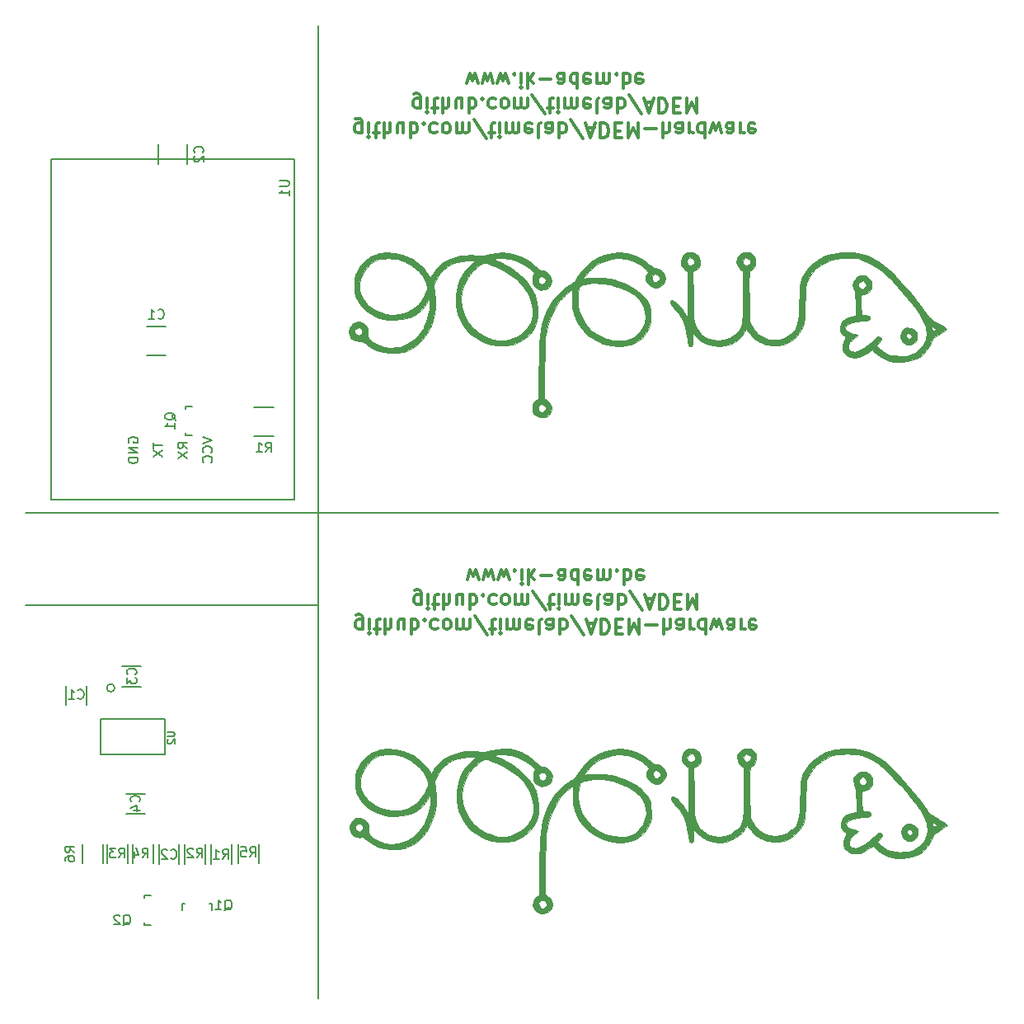
<source format=gbo>
G04 #@! TF.FileFunction,Legend,Bot*
%FSLAX46Y46*%
G04 Gerber Fmt 4.6, Leading zero omitted, Abs format (unit mm)*
G04 Created by KiCad (PCBNEW 4.0.3-stable) date 06/29/17 20:57:41*
%MOMM*%
%LPD*%
G01*
G04 APERTURE LIST*
%ADD10C,0.100000*%
%ADD11C,0.200000*%
%ADD12C,0.300000*%
%ADD13C,0.150000*%
%ADD14C,0.010000*%
%ADD15C,0.203200*%
%ADD16C,0.152400*%
G04 APERTURE END LIST*
D10*
D11*
X79988000Y-109587000D02*
X80115000Y-109587000D01*
X50016000Y-109587000D02*
X79988000Y-109587000D01*
X50016000Y-100062000D02*
X149965000Y-100062000D01*
X80115000Y-50024000D02*
X80115000Y-149973000D01*
D12*
X84562256Y-61075529D02*
X84562256Y-59861243D01*
X84490827Y-59718386D01*
X84419399Y-59646957D01*
X84276542Y-59575529D01*
X84062256Y-59575529D01*
X83919399Y-59646957D01*
X84562256Y-60146957D02*
X84419399Y-60075529D01*
X84133685Y-60075529D01*
X83990827Y-60146957D01*
X83919399Y-60218386D01*
X83847970Y-60361243D01*
X83847970Y-60789814D01*
X83919399Y-60932671D01*
X83990827Y-61004100D01*
X84133685Y-61075529D01*
X84419399Y-61075529D01*
X84562256Y-61004100D01*
X85276542Y-60075529D02*
X85276542Y-61075529D01*
X85276542Y-61575529D02*
X85205113Y-61504100D01*
X85276542Y-61432671D01*
X85347970Y-61504100D01*
X85276542Y-61575529D01*
X85276542Y-61432671D01*
X85776542Y-61075529D02*
X86347971Y-61075529D01*
X85990828Y-61575529D02*
X85990828Y-60289814D01*
X86062256Y-60146957D01*
X86205114Y-60075529D01*
X86347971Y-60075529D01*
X86847971Y-60075529D02*
X86847971Y-61575529D01*
X87490828Y-60075529D02*
X87490828Y-60861243D01*
X87419399Y-61004100D01*
X87276542Y-61075529D01*
X87062257Y-61075529D01*
X86919399Y-61004100D01*
X86847971Y-60932671D01*
X88847971Y-61075529D02*
X88847971Y-60075529D01*
X88205114Y-61075529D02*
X88205114Y-60289814D01*
X88276542Y-60146957D01*
X88419400Y-60075529D01*
X88633685Y-60075529D01*
X88776542Y-60146957D01*
X88847971Y-60218386D01*
X89562257Y-60075529D02*
X89562257Y-61575529D01*
X89562257Y-61004100D02*
X89705114Y-61075529D01*
X89990828Y-61075529D01*
X90133685Y-61004100D01*
X90205114Y-60932671D01*
X90276543Y-60789814D01*
X90276543Y-60361243D01*
X90205114Y-60218386D01*
X90133685Y-60146957D01*
X89990828Y-60075529D01*
X89705114Y-60075529D01*
X89562257Y-60146957D01*
X90919400Y-60218386D02*
X90990828Y-60146957D01*
X90919400Y-60075529D01*
X90847971Y-60146957D01*
X90919400Y-60218386D01*
X90919400Y-60075529D01*
X92276543Y-60146957D02*
X92133686Y-60075529D01*
X91847972Y-60075529D01*
X91705114Y-60146957D01*
X91633686Y-60218386D01*
X91562257Y-60361243D01*
X91562257Y-60789814D01*
X91633686Y-60932671D01*
X91705114Y-61004100D01*
X91847972Y-61075529D01*
X92133686Y-61075529D01*
X92276543Y-61004100D01*
X93133686Y-60075529D02*
X92990828Y-60146957D01*
X92919400Y-60218386D01*
X92847971Y-60361243D01*
X92847971Y-60789814D01*
X92919400Y-60932671D01*
X92990828Y-61004100D01*
X93133686Y-61075529D01*
X93347971Y-61075529D01*
X93490828Y-61004100D01*
X93562257Y-60932671D01*
X93633686Y-60789814D01*
X93633686Y-60361243D01*
X93562257Y-60218386D01*
X93490828Y-60146957D01*
X93347971Y-60075529D01*
X93133686Y-60075529D01*
X94276543Y-60075529D02*
X94276543Y-61075529D01*
X94276543Y-60932671D02*
X94347971Y-61004100D01*
X94490829Y-61075529D01*
X94705114Y-61075529D01*
X94847971Y-61004100D01*
X94919400Y-60861243D01*
X94919400Y-60075529D01*
X94919400Y-60861243D02*
X94990829Y-61004100D01*
X95133686Y-61075529D01*
X95347971Y-61075529D01*
X95490829Y-61004100D01*
X95562257Y-60861243D01*
X95562257Y-60075529D01*
X97347971Y-61646957D02*
X96062257Y-59718386D01*
X97633686Y-61075529D02*
X98205115Y-61075529D01*
X97847972Y-61575529D02*
X97847972Y-60289814D01*
X97919400Y-60146957D01*
X98062258Y-60075529D01*
X98205115Y-60075529D01*
X98705115Y-60075529D02*
X98705115Y-61075529D01*
X98705115Y-61575529D02*
X98633686Y-61504100D01*
X98705115Y-61432671D01*
X98776543Y-61504100D01*
X98705115Y-61575529D01*
X98705115Y-61432671D01*
X99419401Y-60075529D02*
X99419401Y-61075529D01*
X99419401Y-60932671D02*
X99490829Y-61004100D01*
X99633687Y-61075529D01*
X99847972Y-61075529D01*
X99990829Y-61004100D01*
X100062258Y-60861243D01*
X100062258Y-60075529D01*
X100062258Y-60861243D02*
X100133687Y-61004100D01*
X100276544Y-61075529D01*
X100490829Y-61075529D01*
X100633687Y-61004100D01*
X100705115Y-60861243D01*
X100705115Y-60075529D01*
X101990829Y-60146957D02*
X101847972Y-60075529D01*
X101562258Y-60075529D01*
X101419401Y-60146957D01*
X101347972Y-60289814D01*
X101347972Y-60861243D01*
X101419401Y-61004100D01*
X101562258Y-61075529D01*
X101847972Y-61075529D01*
X101990829Y-61004100D01*
X102062258Y-60861243D01*
X102062258Y-60718386D01*
X101347972Y-60575529D01*
X102919401Y-60075529D02*
X102776543Y-60146957D01*
X102705115Y-60289814D01*
X102705115Y-61575529D01*
X104133686Y-60075529D02*
X104133686Y-60861243D01*
X104062257Y-61004100D01*
X103919400Y-61075529D01*
X103633686Y-61075529D01*
X103490829Y-61004100D01*
X104133686Y-60146957D02*
X103990829Y-60075529D01*
X103633686Y-60075529D01*
X103490829Y-60146957D01*
X103419400Y-60289814D01*
X103419400Y-60432671D01*
X103490829Y-60575529D01*
X103633686Y-60646957D01*
X103990829Y-60646957D01*
X104133686Y-60718386D01*
X104847972Y-60075529D02*
X104847972Y-61575529D01*
X104847972Y-61004100D02*
X104990829Y-61075529D01*
X105276543Y-61075529D01*
X105419400Y-61004100D01*
X105490829Y-60932671D01*
X105562258Y-60789814D01*
X105562258Y-60361243D01*
X105490829Y-60218386D01*
X105419400Y-60146957D01*
X105276543Y-60075529D01*
X104990829Y-60075529D01*
X104847972Y-60146957D01*
X107276543Y-61646957D02*
X105990829Y-59718386D01*
X107705115Y-60504100D02*
X108419401Y-60504100D01*
X107562258Y-60075529D02*
X108062258Y-61575529D01*
X108562258Y-60075529D01*
X109062258Y-60075529D02*
X109062258Y-61575529D01*
X109419401Y-61575529D01*
X109633686Y-61504100D01*
X109776544Y-61361243D01*
X109847972Y-61218386D01*
X109919401Y-60932671D01*
X109919401Y-60718386D01*
X109847972Y-60432671D01*
X109776544Y-60289814D01*
X109633686Y-60146957D01*
X109419401Y-60075529D01*
X109062258Y-60075529D01*
X110562258Y-60861243D02*
X111062258Y-60861243D01*
X111276544Y-60075529D02*
X110562258Y-60075529D01*
X110562258Y-61575529D01*
X111276544Y-61575529D01*
X111919401Y-60075529D02*
X111919401Y-61575529D01*
X112419401Y-60504100D01*
X112919401Y-61575529D01*
X112919401Y-60075529D01*
X113633687Y-60646957D02*
X114776544Y-60646957D01*
X115490830Y-60075529D02*
X115490830Y-61575529D01*
X116133687Y-60075529D02*
X116133687Y-60861243D01*
X116062258Y-61004100D01*
X115919401Y-61075529D01*
X115705116Y-61075529D01*
X115562258Y-61004100D01*
X115490830Y-60932671D01*
X117490830Y-60075529D02*
X117490830Y-60861243D01*
X117419401Y-61004100D01*
X117276544Y-61075529D01*
X116990830Y-61075529D01*
X116847973Y-61004100D01*
X117490830Y-60146957D02*
X117347973Y-60075529D01*
X116990830Y-60075529D01*
X116847973Y-60146957D01*
X116776544Y-60289814D01*
X116776544Y-60432671D01*
X116847973Y-60575529D01*
X116990830Y-60646957D01*
X117347973Y-60646957D01*
X117490830Y-60718386D01*
X118205116Y-60075529D02*
X118205116Y-61075529D01*
X118205116Y-60789814D02*
X118276544Y-60932671D01*
X118347973Y-61004100D01*
X118490830Y-61075529D01*
X118633687Y-61075529D01*
X119776544Y-60075529D02*
X119776544Y-61575529D01*
X119776544Y-60146957D02*
X119633687Y-60075529D01*
X119347973Y-60075529D01*
X119205115Y-60146957D01*
X119133687Y-60218386D01*
X119062258Y-60361243D01*
X119062258Y-60789814D01*
X119133687Y-60932671D01*
X119205115Y-61004100D01*
X119347973Y-61075529D01*
X119633687Y-61075529D01*
X119776544Y-61004100D01*
X120347973Y-61075529D02*
X120633687Y-60075529D01*
X120919401Y-60789814D01*
X121205116Y-60075529D01*
X121490830Y-61075529D01*
X122705116Y-60075529D02*
X122705116Y-60861243D01*
X122633687Y-61004100D01*
X122490830Y-61075529D01*
X122205116Y-61075529D01*
X122062259Y-61004100D01*
X122705116Y-60146957D02*
X122562259Y-60075529D01*
X122205116Y-60075529D01*
X122062259Y-60146957D01*
X121990830Y-60289814D01*
X121990830Y-60432671D01*
X122062259Y-60575529D01*
X122205116Y-60646957D01*
X122562259Y-60646957D01*
X122705116Y-60718386D01*
X123419402Y-60075529D02*
X123419402Y-61075529D01*
X123419402Y-60789814D02*
X123490830Y-60932671D01*
X123562259Y-61004100D01*
X123705116Y-61075529D01*
X123847973Y-61075529D01*
X124919401Y-60146957D02*
X124776544Y-60075529D01*
X124490830Y-60075529D01*
X124347973Y-60146957D01*
X124276544Y-60289814D01*
X124276544Y-60861243D01*
X124347973Y-61004100D01*
X124490830Y-61075529D01*
X124776544Y-61075529D01*
X124919401Y-61004100D01*
X124990830Y-60861243D01*
X124990830Y-60718386D01*
X124276544Y-60575529D01*
X90562256Y-58525529D02*
X90562256Y-57311243D01*
X90490827Y-57168386D01*
X90419399Y-57096957D01*
X90276542Y-57025529D01*
X90062256Y-57025529D01*
X89919399Y-57096957D01*
X90562256Y-57596957D02*
X90419399Y-57525529D01*
X90133685Y-57525529D01*
X89990827Y-57596957D01*
X89919399Y-57668386D01*
X89847970Y-57811243D01*
X89847970Y-58239814D01*
X89919399Y-58382671D01*
X89990827Y-58454100D01*
X90133685Y-58525529D01*
X90419399Y-58525529D01*
X90562256Y-58454100D01*
X91276542Y-57525529D02*
X91276542Y-58525529D01*
X91276542Y-59025529D02*
X91205113Y-58954100D01*
X91276542Y-58882671D01*
X91347970Y-58954100D01*
X91276542Y-59025529D01*
X91276542Y-58882671D01*
X91776542Y-58525529D02*
X92347971Y-58525529D01*
X91990828Y-59025529D02*
X91990828Y-57739814D01*
X92062256Y-57596957D01*
X92205114Y-57525529D01*
X92347971Y-57525529D01*
X92847971Y-57525529D02*
X92847971Y-59025529D01*
X93490828Y-57525529D02*
X93490828Y-58311243D01*
X93419399Y-58454100D01*
X93276542Y-58525529D01*
X93062257Y-58525529D01*
X92919399Y-58454100D01*
X92847971Y-58382671D01*
X94847971Y-58525529D02*
X94847971Y-57525529D01*
X94205114Y-58525529D02*
X94205114Y-57739814D01*
X94276542Y-57596957D01*
X94419400Y-57525529D01*
X94633685Y-57525529D01*
X94776542Y-57596957D01*
X94847971Y-57668386D01*
X95562257Y-57525529D02*
X95562257Y-59025529D01*
X95562257Y-58454100D02*
X95705114Y-58525529D01*
X95990828Y-58525529D01*
X96133685Y-58454100D01*
X96205114Y-58382671D01*
X96276543Y-58239814D01*
X96276543Y-57811243D01*
X96205114Y-57668386D01*
X96133685Y-57596957D01*
X95990828Y-57525529D01*
X95705114Y-57525529D01*
X95562257Y-57596957D01*
X96919400Y-57668386D02*
X96990828Y-57596957D01*
X96919400Y-57525529D01*
X96847971Y-57596957D01*
X96919400Y-57668386D01*
X96919400Y-57525529D01*
X98276543Y-57596957D02*
X98133686Y-57525529D01*
X97847972Y-57525529D01*
X97705114Y-57596957D01*
X97633686Y-57668386D01*
X97562257Y-57811243D01*
X97562257Y-58239814D01*
X97633686Y-58382671D01*
X97705114Y-58454100D01*
X97847972Y-58525529D01*
X98133686Y-58525529D01*
X98276543Y-58454100D01*
X99133686Y-57525529D02*
X98990828Y-57596957D01*
X98919400Y-57668386D01*
X98847971Y-57811243D01*
X98847971Y-58239814D01*
X98919400Y-58382671D01*
X98990828Y-58454100D01*
X99133686Y-58525529D01*
X99347971Y-58525529D01*
X99490828Y-58454100D01*
X99562257Y-58382671D01*
X99633686Y-58239814D01*
X99633686Y-57811243D01*
X99562257Y-57668386D01*
X99490828Y-57596957D01*
X99347971Y-57525529D01*
X99133686Y-57525529D01*
X100276543Y-57525529D02*
X100276543Y-58525529D01*
X100276543Y-58382671D02*
X100347971Y-58454100D01*
X100490829Y-58525529D01*
X100705114Y-58525529D01*
X100847971Y-58454100D01*
X100919400Y-58311243D01*
X100919400Y-57525529D01*
X100919400Y-58311243D02*
X100990829Y-58454100D01*
X101133686Y-58525529D01*
X101347971Y-58525529D01*
X101490829Y-58454100D01*
X101562257Y-58311243D01*
X101562257Y-57525529D01*
X103347971Y-59096957D02*
X102062257Y-57168386D01*
X103633686Y-58525529D02*
X104205115Y-58525529D01*
X103847972Y-59025529D02*
X103847972Y-57739814D01*
X103919400Y-57596957D01*
X104062258Y-57525529D01*
X104205115Y-57525529D01*
X104705115Y-57525529D02*
X104705115Y-58525529D01*
X104705115Y-59025529D02*
X104633686Y-58954100D01*
X104705115Y-58882671D01*
X104776543Y-58954100D01*
X104705115Y-59025529D01*
X104705115Y-58882671D01*
X105419401Y-57525529D02*
X105419401Y-58525529D01*
X105419401Y-58382671D02*
X105490829Y-58454100D01*
X105633687Y-58525529D01*
X105847972Y-58525529D01*
X105990829Y-58454100D01*
X106062258Y-58311243D01*
X106062258Y-57525529D01*
X106062258Y-58311243D02*
X106133687Y-58454100D01*
X106276544Y-58525529D01*
X106490829Y-58525529D01*
X106633687Y-58454100D01*
X106705115Y-58311243D01*
X106705115Y-57525529D01*
X107990829Y-57596957D02*
X107847972Y-57525529D01*
X107562258Y-57525529D01*
X107419401Y-57596957D01*
X107347972Y-57739814D01*
X107347972Y-58311243D01*
X107419401Y-58454100D01*
X107562258Y-58525529D01*
X107847972Y-58525529D01*
X107990829Y-58454100D01*
X108062258Y-58311243D01*
X108062258Y-58168386D01*
X107347972Y-58025529D01*
X108919401Y-57525529D02*
X108776543Y-57596957D01*
X108705115Y-57739814D01*
X108705115Y-59025529D01*
X110133686Y-57525529D02*
X110133686Y-58311243D01*
X110062257Y-58454100D01*
X109919400Y-58525529D01*
X109633686Y-58525529D01*
X109490829Y-58454100D01*
X110133686Y-57596957D02*
X109990829Y-57525529D01*
X109633686Y-57525529D01*
X109490829Y-57596957D01*
X109419400Y-57739814D01*
X109419400Y-57882671D01*
X109490829Y-58025529D01*
X109633686Y-58096957D01*
X109990829Y-58096957D01*
X110133686Y-58168386D01*
X110847972Y-57525529D02*
X110847972Y-59025529D01*
X110847972Y-58454100D02*
X110990829Y-58525529D01*
X111276543Y-58525529D01*
X111419400Y-58454100D01*
X111490829Y-58382671D01*
X111562258Y-58239814D01*
X111562258Y-57811243D01*
X111490829Y-57668386D01*
X111419400Y-57596957D01*
X111276543Y-57525529D01*
X110990829Y-57525529D01*
X110847972Y-57596957D01*
X113276543Y-59096957D02*
X111990829Y-57168386D01*
X113705115Y-57954100D02*
X114419401Y-57954100D01*
X113562258Y-57525529D02*
X114062258Y-59025529D01*
X114562258Y-57525529D01*
X115062258Y-57525529D02*
X115062258Y-59025529D01*
X115419401Y-59025529D01*
X115633686Y-58954100D01*
X115776544Y-58811243D01*
X115847972Y-58668386D01*
X115919401Y-58382671D01*
X115919401Y-58168386D01*
X115847972Y-57882671D01*
X115776544Y-57739814D01*
X115633686Y-57596957D01*
X115419401Y-57525529D01*
X115062258Y-57525529D01*
X116562258Y-58311243D02*
X117062258Y-58311243D01*
X117276544Y-57525529D02*
X116562258Y-57525529D01*
X116562258Y-59025529D01*
X117276544Y-59025529D01*
X117919401Y-57525529D02*
X117919401Y-59025529D01*
X118419401Y-57954100D01*
X118919401Y-59025529D01*
X118919401Y-57525529D01*
X95347971Y-55975529D02*
X95633685Y-54975529D01*
X95919399Y-55689814D01*
X96205114Y-54975529D01*
X96490828Y-55975529D01*
X96919400Y-55975529D02*
X97205114Y-54975529D01*
X97490828Y-55689814D01*
X97776543Y-54975529D01*
X98062257Y-55975529D01*
X98490829Y-55975529D02*
X98776543Y-54975529D01*
X99062257Y-55689814D01*
X99347972Y-54975529D01*
X99633686Y-55975529D01*
X100205115Y-55118386D02*
X100276543Y-55046957D01*
X100205115Y-54975529D01*
X100133686Y-55046957D01*
X100205115Y-55118386D01*
X100205115Y-54975529D01*
X100919401Y-54975529D02*
X100919401Y-55975529D01*
X100919401Y-56475529D02*
X100847972Y-56404100D01*
X100919401Y-56332671D01*
X100990829Y-56404100D01*
X100919401Y-56475529D01*
X100919401Y-56332671D01*
X101633687Y-54975529D02*
X101633687Y-56475529D01*
X101776544Y-55546957D02*
X102205115Y-54975529D01*
X102205115Y-55975529D02*
X101633687Y-55404100D01*
X102847973Y-55546957D02*
X103990830Y-55546957D01*
X105347973Y-54975529D02*
X105347973Y-55761243D01*
X105276544Y-55904100D01*
X105133687Y-55975529D01*
X104847973Y-55975529D01*
X104705116Y-55904100D01*
X105347973Y-55046957D02*
X105205116Y-54975529D01*
X104847973Y-54975529D01*
X104705116Y-55046957D01*
X104633687Y-55189814D01*
X104633687Y-55332671D01*
X104705116Y-55475529D01*
X104847973Y-55546957D01*
X105205116Y-55546957D01*
X105347973Y-55618386D01*
X106705116Y-54975529D02*
X106705116Y-56475529D01*
X106705116Y-55046957D02*
X106562259Y-54975529D01*
X106276545Y-54975529D01*
X106133687Y-55046957D01*
X106062259Y-55118386D01*
X105990830Y-55261243D01*
X105990830Y-55689814D01*
X106062259Y-55832671D01*
X106133687Y-55904100D01*
X106276545Y-55975529D01*
X106562259Y-55975529D01*
X106705116Y-55904100D01*
X107990830Y-55046957D02*
X107847973Y-54975529D01*
X107562259Y-54975529D01*
X107419402Y-55046957D01*
X107347973Y-55189814D01*
X107347973Y-55761243D01*
X107419402Y-55904100D01*
X107562259Y-55975529D01*
X107847973Y-55975529D01*
X107990830Y-55904100D01*
X108062259Y-55761243D01*
X108062259Y-55618386D01*
X107347973Y-55475529D01*
X108705116Y-54975529D02*
X108705116Y-55975529D01*
X108705116Y-55832671D02*
X108776544Y-55904100D01*
X108919402Y-55975529D01*
X109133687Y-55975529D01*
X109276544Y-55904100D01*
X109347973Y-55761243D01*
X109347973Y-54975529D01*
X109347973Y-55761243D02*
X109419402Y-55904100D01*
X109562259Y-55975529D01*
X109776544Y-55975529D01*
X109919402Y-55904100D01*
X109990830Y-55761243D01*
X109990830Y-54975529D01*
X110705116Y-55118386D02*
X110776544Y-55046957D01*
X110705116Y-54975529D01*
X110633687Y-55046957D01*
X110705116Y-55118386D01*
X110705116Y-54975529D01*
X111419402Y-54975529D02*
X111419402Y-56475529D01*
X111419402Y-55904100D02*
X111562259Y-55975529D01*
X111847973Y-55975529D01*
X111990830Y-55904100D01*
X112062259Y-55832671D01*
X112133688Y-55689814D01*
X112133688Y-55261243D01*
X112062259Y-55118386D01*
X111990830Y-55046957D01*
X111847973Y-54975529D01*
X111562259Y-54975529D01*
X111419402Y-55046957D01*
X113347973Y-55046957D02*
X113205116Y-54975529D01*
X112919402Y-54975529D01*
X112776545Y-55046957D01*
X112705116Y-55189814D01*
X112705116Y-55761243D01*
X112776545Y-55904100D01*
X112919402Y-55975529D01*
X113205116Y-55975529D01*
X113347973Y-55904100D01*
X113419402Y-55761243D01*
X113419402Y-55618386D01*
X112705116Y-55475529D01*
X84638456Y-112027929D02*
X84638456Y-110813643D01*
X84567027Y-110670786D01*
X84495599Y-110599357D01*
X84352742Y-110527929D01*
X84138456Y-110527929D01*
X83995599Y-110599357D01*
X84638456Y-111099357D02*
X84495599Y-111027929D01*
X84209885Y-111027929D01*
X84067027Y-111099357D01*
X83995599Y-111170786D01*
X83924170Y-111313643D01*
X83924170Y-111742214D01*
X83995599Y-111885071D01*
X84067027Y-111956500D01*
X84209885Y-112027929D01*
X84495599Y-112027929D01*
X84638456Y-111956500D01*
X85352742Y-111027929D02*
X85352742Y-112027929D01*
X85352742Y-112527929D02*
X85281313Y-112456500D01*
X85352742Y-112385071D01*
X85424170Y-112456500D01*
X85352742Y-112527929D01*
X85352742Y-112385071D01*
X85852742Y-112027929D02*
X86424171Y-112027929D01*
X86067028Y-112527929D02*
X86067028Y-111242214D01*
X86138456Y-111099357D01*
X86281314Y-111027929D01*
X86424171Y-111027929D01*
X86924171Y-111027929D02*
X86924171Y-112527929D01*
X87567028Y-111027929D02*
X87567028Y-111813643D01*
X87495599Y-111956500D01*
X87352742Y-112027929D01*
X87138457Y-112027929D01*
X86995599Y-111956500D01*
X86924171Y-111885071D01*
X88924171Y-112027929D02*
X88924171Y-111027929D01*
X88281314Y-112027929D02*
X88281314Y-111242214D01*
X88352742Y-111099357D01*
X88495600Y-111027929D01*
X88709885Y-111027929D01*
X88852742Y-111099357D01*
X88924171Y-111170786D01*
X89638457Y-111027929D02*
X89638457Y-112527929D01*
X89638457Y-111956500D02*
X89781314Y-112027929D01*
X90067028Y-112027929D01*
X90209885Y-111956500D01*
X90281314Y-111885071D01*
X90352743Y-111742214D01*
X90352743Y-111313643D01*
X90281314Y-111170786D01*
X90209885Y-111099357D01*
X90067028Y-111027929D01*
X89781314Y-111027929D01*
X89638457Y-111099357D01*
X90995600Y-111170786D02*
X91067028Y-111099357D01*
X90995600Y-111027929D01*
X90924171Y-111099357D01*
X90995600Y-111170786D01*
X90995600Y-111027929D01*
X92352743Y-111099357D02*
X92209886Y-111027929D01*
X91924172Y-111027929D01*
X91781314Y-111099357D01*
X91709886Y-111170786D01*
X91638457Y-111313643D01*
X91638457Y-111742214D01*
X91709886Y-111885071D01*
X91781314Y-111956500D01*
X91924172Y-112027929D01*
X92209886Y-112027929D01*
X92352743Y-111956500D01*
X93209886Y-111027929D02*
X93067028Y-111099357D01*
X92995600Y-111170786D01*
X92924171Y-111313643D01*
X92924171Y-111742214D01*
X92995600Y-111885071D01*
X93067028Y-111956500D01*
X93209886Y-112027929D01*
X93424171Y-112027929D01*
X93567028Y-111956500D01*
X93638457Y-111885071D01*
X93709886Y-111742214D01*
X93709886Y-111313643D01*
X93638457Y-111170786D01*
X93567028Y-111099357D01*
X93424171Y-111027929D01*
X93209886Y-111027929D01*
X94352743Y-111027929D02*
X94352743Y-112027929D01*
X94352743Y-111885071D02*
X94424171Y-111956500D01*
X94567029Y-112027929D01*
X94781314Y-112027929D01*
X94924171Y-111956500D01*
X94995600Y-111813643D01*
X94995600Y-111027929D01*
X94995600Y-111813643D02*
X95067029Y-111956500D01*
X95209886Y-112027929D01*
X95424171Y-112027929D01*
X95567029Y-111956500D01*
X95638457Y-111813643D01*
X95638457Y-111027929D01*
X97424171Y-112599357D02*
X96138457Y-110670786D01*
X97709886Y-112027929D02*
X98281315Y-112027929D01*
X97924172Y-112527929D02*
X97924172Y-111242214D01*
X97995600Y-111099357D01*
X98138458Y-111027929D01*
X98281315Y-111027929D01*
X98781315Y-111027929D02*
X98781315Y-112027929D01*
X98781315Y-112527929D02*
X98709886Y-112456500D01*
X98781315Y-112385071D01*
X98852743Y-112456500D01*
X98781315Y-112527929D01*
X98781315Y-112385071D01*
X99495601Y-111027929D02*
X99495601Y-112027929D01*
X99495601Y-111885071D02*
X99567029Y-111956500D01*
X99709887Y-112027929D01*
X99924172Y-112027929D01*
X100067029Y-111956500D01*
X100138458Y-111813643D01*
X100138458Y-111027929D01*
X100138458Y-111813643D02*
X100209887Y-111956500D01*
X100352744Y-112027929D01*
X100567029Y-112027929D01*
X100709887Y-111956500D01*
X100781315Y-111813643D01*
X100781315Y-111027929D01*
X102067029Y-111099357D02*
X101924172Y-111027929D01*
X101638458Y-111027929D01*
X101495601Y-111099357D01*
X101424172Y-111242214D01*
X101424172Y-111813643D01*
X101495601Y-111956500D01*
X101638458Y-112027929D01*
X101924172Y-112027929D01*
X102067029Y-111956500D01*
X102138458Y-111813643D01*
X102138458Y-111670786D01*
X101424172Y-111527929D01*
X102995601Y-111027929D02*
X102852743Y-111099357D01*
X102781315Y-111242214D01*
X102781315Y-112527929D01*
X104209886Y-111027929D02*
X104209886Y-111813643D01*
X104138457Y-111956500D01*
X103995600Y-112027929D01*
X103709886Y-112027929D01*
X103567029Y-111956500D01*
X104209886Y-111099357D02*
X104067029Y-111027929D01*
X103709886Y-111027929D01*
X103567029Y-111099357D01*
X103495600Y-111242214D01*
X103495600Y-111385071D01*
X103567029Y-111527929D01*
X103709886Y-111599357D01*
X104067029Y-111599357D01*
X104209886Y-111670786D01*
X104924172Y-111027929D02*
X104924172Y-112527929D01*
X104924172Y-111956500D02*
X105067029Y-112027929D01*
X105352743Y-112027929D01*
X105495600Y-111956500D01*
X105567029Y-111885071D01*
X105638458Y-111742214D01*
X105638458Y-111313643D01*
X105567029Y-111170786D01*
X105495600Y-111099357D01*
X105352743Y-111027929D01*
X105067029Y-111027929D01*
X104924172Y-111099357D01*
X107352743Y-112599357D02*
X106067029Y-110670786D01*
X107781315Y-111456500D02*
X108495601Y-111456500D01*
X107638458Y-111027929D02*
X108138458Y-112527929D01*
X108638458Y-111027929D01*
X109138458Y-111027929D02*
X109138458Y-112527929D01*
X109495601Y-112527929D01*
X109709886Y-112456500D01*
X109852744Y-112313643D01*
X109924172Y-112170786D01*
X109995601Y-111885071D01*
X109995601Y-111670786D01*
X109924172Y-111385071D01*
X109852744Y-111242214D01*
X109709886Y-111099357D01*
X109495601Y-111027929D01*
X109138458Y-111027929D01*
X110638458Y-111813643D02*
X111138458Y-111813643D01*
X111352744Y-111027929D02*
X110638458Y-111027929D01*
X110638458Y-112527929D01*
X111352744Y-112527929D01*
X111995601Y-111027929D02*
X111995601Y-112527929D01*
X112495601Y-111456500D01*
X112995601Y-112527929D01*
X112995601Y-111027929D01*
X113709887Y-111599357D02*
X114852744Y-111599357D01*
X115567030Y-111027929D02*
X115567030Y-112527929D01*
X116209887Y-111027929D02*
X116209887Y-111813643D01*
X116138458Y-111956500D01*
X115995601Y-112027929D01*
X115781316Y-112027929D01*
X115638458Y-111956500D01*
X115567030Y-111885071D01*
X117567030Y-111027929D02*
X117567030Y-111813643D01*
X117495601Y-111956500D01*
X117352744Y-112027929D01*
X117067030Y-112027929D01*
X116924173Y-111956500D01*
X117567030Y-111099357D02*
X117424173Y-111027929D01*
X117067030Y-111027929D01*
X116924173Y-111099357D01*
X116852744Y-111242214D01*
X116852744Y-111385071D01*
X116924173Y-111527929D01*
X117067030Y-111599357D01*
X117424173Y-111599357D01*
X117567030Y-111670786D01*
X118281316Y-111027929D02*
X118281316Y-112027929D01*
X118281316Y-111742214D02*
X118352744Y-111885071D01*
X118424173Y-111956500D01*
X118567030Y-112027929D01*
X118709887Y-112027929D01*
X119852744Y-111027929D02*
X119852744Y-112527929D01*
X119852744Y-111099357D02*
X119709887Y-111027929D01*
X119424173Y-111027929D01*
X119281315Y-111099357D01*
X119209887Y-111170786D01*
X119138458Y-111313643D01*
X119138458Y-111742214D01*
X119209887Y-111885071D01*
X119281315Y-111956500D01*
X119424173Y-112027929D01*
X119709887Y-112027929D01*
X119852744Y-111956500D01*
X120424173Y-112027929D02*
X120709887Y-111027929D01*
X120995601Y-111742214D01*
X121281316Y-111027929D01*
X121567030Y-112027929D01*
X122781316Y-111027929D02*
X122781316Y-111813643D01*
X122709887Y-111956500D01*
X122567030Y-112027929D01*
X122281316Y-112027929D01*
X122138459Y-111956500D01*
X122781316Y-111099357D02*
X122638459Y-111027929D01*
X122281316Y-111027929D01*
X122138459Y-111099357D01*
X122067030Y-111242214D01*
X122067030Y-111385071D01*
X122138459Y-111527929D01*
X122281316Y-111599357D01*
X122638459Y-111599357D01*
X122781316Y-111670786D01*
X123495602Y-111027929D02*
X123495602Y-112027929D01*
X123495602Y-111742214D02*
X123567030Y-111885071D01*
X123638459Y-111956500D01*
X123781316Y-112027929D01*
X123924173Y-112027929D01*
X124995601Y-111099357D02*
X124852744Y-111027929D01*
X124567030Y-111027929D01*
X124424173Y-111099357D01*
X124352744Y-111242214D01*
X124352744Y-111813643D01*
X124424173Y-111956500D01*
X124567030Y-112027929D01*
X124852744Y-112027929D01*
X124995601Y-111956500D01*
X125067030Y-111813643D01*
X125067030Y-111670786D01*
X124352744Y-111527929D01*
X90638456Y-109477929D02*
X90638456Y-108263643D01*
X90567027Y-108120786D01*
X90495599Y-108049357D01*
X90352742Y-107977929D01*
X90138456Y-107977929D01*
X89995599Y-108049357D01*
X90638456Y-108549357D02*
X90495599Y-108477929D01*
X90209885Y-108477929D01*
X90067027Y-108549357D01*
X89995599Y-108620786D01*
X89924170Y-108763643D01*
X89924170Y-109192214D01*
X89995599Y-109335071D01*
X90067027Y-109406500D01*
X90209885Y-109477929D01*
X90495599Y-109477929D01*
X90638456Y-109406500D01*
X91352742Y-108477929D02*
X91352742Y-109477929D01*
X91352742Y-109977929D02*
X91281313Y-109906500D01*
X91352742Y-109835071D01*
X91424170Y-109906500D01*
X91352742Y-109977929D01*
X91352742Y-109835071D01*
X91852742Y-109477929D02*
X92424171Y-109477929D01*
X92067028Y-109977929D02*
X92067028Y-108692214D01*
X92138456Y-108549357D01*
X92281314Y-108477929D01*
X92424171Y-108477929D01*
X92924171Y-108477929D02*
X92924171Y-109977929D01*
X93567028Y-108477929D02*
X93567028Y-109263643D01*
X93495599Y-109406500D01*
X93352742Y-109477929D01*
X93138457Y-109477929D01*
X92995599Y-109406500D01*
X92924171Y-109335071D01*
X94924171Y-109477929D02*
X94924171Y-108477929D01*
X94281314Y-109477929D02*
X94281314Y-108692214D01*
X94352742Y-108549357D01*
X94495600Y-108477929D01*
X94709885Y-108477929D01*
X94852742Y-108549357D01*
X94924171Y-108620786D01*
X95638457Y-108477929D02*
X95638457Y-109977929D01*
X95638457Y-109406500D02*
X95781314Y-109477929D01*
X96067028Y-109477929D01*
X96209885Y-109406500D01*
X96281314Y-109335071D01*
X96352743Y-109192214D01*
X96352743Y-108763643D01*
X96281314Y-108620786D01*
X96209885Y-108549357D01*
X96067028Y-108477929D01*
X95781314Y-108477929D01*
X95638457Y-108549357D01*
X96995600Y-108620786D02*
X97067028Y-108549357D01*
X96995600Y-108477929D01*
X96924171Y-108549357D01*
X96995600Y-108620786D01*
X96995600Y-108477929D01*
X98352743Y-108549357D02*
X98209886Y-108477929D01*
X97924172Y-108477929D01*
X97781314Y-108549357D01*
X97709886Y-108620786D01*
X97638457Y-108763643D01*
X97638457Y-109192214D01*
X97709886Y-109335071D01*
X97781314Y-109406500D01*
X97924172Y-109477929D01*
X98209886Y-109477929D01*
X98352743Y-109406500D01*
X99209886Y-108477929D02*
X99067028Y-108549357D01*
X98995600Y-108620786D01*
X98924171Y-108763643D01*
X98924171Y-109192214D01*
X98995600Y-109335071D01*
X99067028Y-109406500D01*
X99209886Y-109477929D01*
X99424171Y-109477929D01*
X99567028Y-109406500D01*
X99638457Y-109335071D01*
X99709886Y-109192214D01*
X99709886Y-108763643D01*
X99638457Y-108620786D01*
X99567028Y-108549357D01*
X99424171Y-108477929D01*
X99209886Y-108477929D01*
X100352743Y-108477929D02*
X100352743Y-109477929D01*
X100352743Y-109335071D02*
X100424171Y-109406500D01*
X100567029Y-109477929D01*
X100781314Y-109477929D01*
X100924171Y-109406500D01*
X100995600Y-109263643D01*
X100995600Y-108477929D01*
X100995600Y-109263643D02*
X101067029Y-109406500D01*
X101209886Y-109477929D01*
X101424171Y-109477929D01*
X101567029Y-109406500D01*
X101638457Y-109263643D01*
X101638457Y-108477929D01*
X103424171Y-110049357D02*
X102138457Y-108120786D01*
X103709886Y-109477929D02*
X104281315Y-109477929D01*
X103924172Y-109977929D02*
X103924172Y-108692214D01*
X103995600Y-108549357D01*
X104138458Y-108477929D01*
X104281315Y-108477929D01*
X104781315Y-108477929D02*
X104781315Y-109477929D01*
X104781315Y-109977929D02*
X104709886Y-109906500D01*
X104781315Y-109835071D01*
X104852743Y-109906500D01*
X104781315Y-109977929D01*
X104781315Y-109835071D01*
X105495601Y-108477929D02*
X105495601Y-109477929D01*
X105495601Y-109335071D02*
X105567029Y-109406500D01*
X105709887Y-109477929D01*
X105924172Y-109477929D01*
X106067029Y-109406500D01*
X106138458Y-109263643D01*
X106138458Y-108477929D01*
X106138458Y-109263643D02*
X106209887Y-109406500D01*
X106352744Y-109477929D01*
X106567029Y-109477929D01*
X106709887Y-109406500D01*
X106781315Y-109263643D01*
X106781315Y-108477929D01*
X108067029Y-108549357D02*
X107924172Y-108477929D01*
X107638458Y-108477929D01*
X107495601Y-108549357D01*
X107424172Y-108692214D01*
X107424172Y-109263643D01*
X107495601Y-109406500D01*
X107638458Y-109477929D01*
X107924172Y-109477929D01*
X108067029Y-109406500D01*
X108138458Y-109263643D01*
X108138458Y-109120786D01*
X107424172Y-108977929D01*
X108995601Y-108477929D02*
X108852743Y-108549357D01*
X108781315Y-108692214D01*
X108781315Y-109977929D01*
X110209886Y-108477929D02*
X110209886Y-109263643D01*
X110138457Y-109406500D01*
X109995600Y-109477929D01*
X109709886Y-109477929D01*
X109567029Y-109406500D01*
X110209886Y-108549357D02*
X110067029Y-108477929D01*
X109709886Y-108477929D01*
X109567029Y-108549357D01*
X109495600Y-108692214D01*
X109495600Y-108835071D01*
X109567029Y-108977929D01*
X109709886Y-109049357D01*
X110067029Y-109049357D01*
X110209886Y-109120786D01*
X110924172Y-108477929D02*
X110924172Y-109977929D01*
X110924172Y-109406500D02*
X111067029Y-109477929D01*
X111352743Y-109477929D01*
X111495600Y-109406500D01*
X111567029Y-109335071D01*
X111638458Y-109192214D01*
X111638458Y-108763643D01*
X111567029Y-108620786D01*
X111495600Y-108549357D01*
X111352743Y-108477929D01*
X111067029Y-108477929D01*
X110924172Y-108549357D01*
X113352743Y-110049357D02*
X112067029Y-108120786D01*
X113781315Y-108906500D02*
X114495601Y-108906500D01*
X113638458Y-108477929D02*
X114138458Y-109977929D01*
X114638458Y-108477929D01*
X115138458Y-108477929D02*
X115138458Y-109977929D01*
X115495601Y-109977929D01*
X115709886Y-109906500D01*
X115852744Y-109763643D01*
X115924172Y-109620786D01*
X115995601Y-109335071D01*
X115995601Y-109120786D01*
X115924172Y-108835071D01*
X115852744Y-108692214D01*
X115709886Y-108549357D01*
X115495601Y-108477929D01*
X115138458Y-108477929D01*
X116638458Y-109263643D02*
X117138458Y-109263643D01*
X117352744Y-108477929D02*
X116638458Y-108477929D01*
X116638458Y-109977929D01*
X117352744Y-109977929D01*
X117995601Y-108477929D02*
X117995601Y-109977929D01*
X118495601Y-108906500D01*
X118995601Y-109977929D01*
X118995601Y-108477929D01*
X95424171Y-106927929D02*
X95709885Y-105927929D01*
X95995599Y-106642214D01*
X96281314Y-105927929D01*
X96567028Y-106927929D01*
X96995600Y-106927929D02*
X97281314Y-105927929D01*
X97567028Y-106642214D01*
X97852743Y-105927929D01*
X98138457Y-106927929D01*
X98567029Y-106927929D02*
X98852743Y-105927929D01*
X99138457Y-106642214D01*
X99424172Y-105927929D01*
X99709886Y-106927929D01*
X100281315Y-106070786D02*
X100352743Y-105999357D01*
X100281315Y-105927929D01*
X100209886Y-105999357D01*
X100281315Y-106070786D01*
X100281315Y-105927929D01*
X100995601Y-105927929D02*
X100995601Y-106927929D01*
X100995601Y-107427929D02*
X100924172Y-107356500D01*
X100995601Y-107285071D01*
X101067029Y-107356500D01*
X100995601Y-107427929D01*
X100995601Y-107285071D01*
X101709887Y-105927929D02*
X101709887Y-107427929D01*
X101852744Y-106499357D02*
X102281315Y-105927929D01*
X102281315Y-106927929D02*
X101709887Y-106356500D01*
X102924173Y-106499357D02*
X104067030Y-106499357D01*
X105424173Y-105927929D02*
X105424173Y-106713643D01*
X105352744Y-106856500D01*
X105209887Y-106927929D01*
X104924173Y-106927929D01*
X104781316Y-106856500D01*
X105424173Y-105999357D02*
X105281316Y-105927929D01*
X104924173Y-105927929D01*
X104781316Y-105999357D01*
X104709887Y-106142214D01*
X104709887Y-106285071D01*
X104781316Y-106427929D01*
X104924173Y-106499357D01*
X105281316Y-106499357D01*
X105424173Y-106570786D01*
X106781316Y-105927929D02*
X106781316Y-107427929D01*
X106781316Y-105999357D02*
X106638459Y-105927929D01*
X106352745Y-105927929D01*
X106209887Y-105999357D01*
X106138459Y-106070786D01*
X106067030Y-106213643D01*
X106067030Y-106642214D01*
X106138459Y-106785071D01*
X106209887Y-106856500D01*
X106352745Y-106927929D01*
X106638459Y-106927929D01*
X106781316Y-106856500D01*
X108067030Y-105999357D02*
X107924173Y-105927929D01*
X107638459Y-105927929D01*
X107495602Y-105999357D01*
X107424173Y-106142214D01*
X107424173Y-106713643D01*
X107495602Y-106856500D01*
X107638459Y-106927929D01*
X107924173Y-106927929D01*
X108067030Y-106856500D01*
X108138459Y-106713643D01*
X108138459Y-106570786D01*
X107424173Y-106427929D01*
X108781316Y-105927929D02*
X108781316Y-106927929D01*
X108781316Y-106785071D02*
X108852744Y-106856500D01*
X108995602Y-106927929D01*
X109209887Y-106927929D01*
X109352744Y-106856500D01*
X109424173Y-106713643D01*
X109424173Y-105927929D01*
X109424173Y-106713643D02*
X109495602Y-106856500D01*
X109638459Y-106927929D01*
X109852744Y-106927929D01*
X109995602Y-106856500D01*
X110067030Y-106713643D01*
X110067030Y-105927929D01*
X110781316Y-106070786D02*
X110852744Y-105999357D01*
X110781316Y-105927929D01*
X110709887Y-105999357D01*
X110781316Y-106070786D01*
X110781316Y-105927929D01*
X111495602Y-105927929D02*
X111495602Y-107427929D01*
X111495602Y-106856500D02*
X111638459Y-106927929D01*
X111924173Y-106927929D01*
X112067030Y-106856500D01*
X112138459Y-106785071D01*
X112209888Y-106642214D01*
X112209888Y-106213643D01*
X112138459Y-106070786D01*
X112067030Y-105999357D01*
X111924173Y-105927929D01*
X111638459Y-105927929D01*
X111495602Y-105999357D01*
X113424173Y-105999357D02*
X113281316Y-105927929D01*
X112995602Y-105927929D01*
X112852745Y-105999357D01*
X112781316Y-106142214D01*
X112781316Y-106713643D01*
X112852745Y-106856500D01*
X112995602Y-106927929D01*
X113281316Y-106927929D01*
X113424173Y-106856500D01*
X113495602Y-106713643D01*
X113495602Y-106570786D01*
X112781316Y-106427929D01*
D13*
X52638000Y-63720000D02*
X77638000Y-63720000D01*
X77638000Y-63720000D02*
X77638000Y-98720000D01*
X77638000Y-98720000D02*
X52638000Y-98720000D01*
X52638000Y-98720000D02*
X52638000Y-63720000D01*
D14*
G36*
X87924071Y-83660719D02*
X88346135Y-83639214D01*
X88654134Y-83607242D01*
X88903319Y-83552117D01*
X89148945Y-83461157D01*
X89446263Y-83321677D01*
X89485685Y-83302241D01*
X90168778Y-82872597D01*
X90763179Y-82312033D01*
X91261050Y-81638411D01*
X91654551Y-80869592D01*
X91935846Y-80023440D01*
X92097094Y-79117816D01*
X92130459Y-78170584D01*
X92064329Y-77425890D01*
X91956852Y-76676061D01*
X92221243Y-76122079D01*
X92558306Y-75570298D01*
X92990756Y-75100444D01*
X93414298Y-74753441D01*
X93844203Y-74506603D01*
X94323562Y-74343749D01*
X94895468Y-74248700D01*
X95348845Y-74215041D01*
X96222290Y-74172404D01*
X95704639Y-74666160D01*
X95116117Y-75327406D01*
X94681035Y-76046998D01*
X94394326Y-76837145D01*
X94250923Y-77710059D01*
X94233215Y-78167044D01*
X94771733Y-78167044D01*
X94852498Y-77395086D01*
X95083077Y-76635775D01*
X95445900Y-75921320D01*
X95923396Y-75283927D01*
X96497994Y-74755803D01*
X96714943Y-74605196D01*
X96886769Y-74497702D01*
X97025436Y-74434259D01*
X97167949Y-74417758D01*
X97351311Y-74451090D01*
X97612526Y-74537147D01*
X97988596Y-74678819D01*
X98073733Y-74711363D01*
X98948174Y-75107802D01*
X99753425Y-75595738D01*
X100466634Y-76156327D01*
X101064948Y-76770721D01*
X101525517Y-77420075D01*
X101656931Y-77666433D01*
X101951521Y-78428407D01*
X102088720Y-79160433D01*
X102073781Y-79850065D01*
X101911954Y-80484858D01*
X101608491Y-81052367D01*
X101168645Y-81540148D01*
X100597666Y-81935756D01*
X99900807Y-82226745D01*
X99709527Y-82281170D01*
X99147483Y-82387309D01*
X98623210Y-82388499D01*
X98053183Y-82284591D01*
X98028022Y-82278188D01*
X97226689Y-81991385D01*
X96516522Y-81574337D01*
X95910069Y-81042889D01*
X95419882Y-80412885D01*
X95058510Y-79700171D01*
X94838505Y-78920593D01*
X94771733Y-78167044D01*
X94233215Y-78167044D01*
X94231288Y-78216766D01*
X94248478Y-78769520D01*
X94305939Y-79225664D01*
X94412501Y-79654978D01*
X94413920Y-79659616D01*
X94728772Y-80424644D01*
X95166875Y-81103300D01*
X95708967Y-81687964D01*
X96335790Y-82171018D01*
X97028081Y-82544843D01*
X97766581Y-82801822D01*
X98532029Y-82934336D01*
X99305164Y-82934765D01*
X100066726Y-82795493D01*
X100797454Y-82508900D01*
X101131596Y-82316771D01*
X101707482Y-81852131D01*
X102151288Y-81287983D01*
X102458631Y-80636028D01*
X102625126Y-79907968D01*
X102646389Y-79115505D01*
X102565243Y-78490335D01*
X102327722Y-77699683D01*
X101932178Y-76942466D01*
X101388343Y-76229052D01*
X100705950Y-75569807D01*
X99894729Y-74975100D01*
X98964414Y-74455298D01*
X98634068Y-74302468D01*
X98347067Y-74165950D01*
X98203755Y-74067360D01*
X98209537Y-74001237D01*
X98369819Y-73962121D01*
X98690008Y-73944551D01*
X98990825Y-73942105D01*
X99825716Y-74015787D01*
X100585393Y-74238328D01*
X101286053Y-74616044D01*
X101832850Y-75050515D01*
X102257700Y-75440264D01*
X102144464Y-75783372D01*
X102097650Y-76076022D01*
X102657890Y-76076022D01*
X102747333Y-75905366D01*
X102947625Y-75811222D01*
X103182877Y-75843724D01*
X103359909Y-75967032D01*
X103459659Y-76180874D01*
X103409675Y-76396457D01*
X103222686Y-76567779D01*
X103189067Y-76584361D01*
X103004521Y-76630806D01*
X102845808Y-76550297D01*
X102815410Y-76523744D01*
X102675496Y-76310936D01*
X102657890Y-76076022D01*
X102097650Y-76076022D01*
X102078644Y-76194833D01*
X102145467Y-76565630D01*
X102321519Y-76872506D01*
X102583388Y-77092201D01*
X102907659Y-77201457D01*
X103270921Y-77177015D01*
X103471586Y-77101738D01*
X103792926Y-76864039D01*
X103990403Y-76544425D01*
X104046417Y-76179868D01*
X104009795Y-75971069D01*
X103840923Y-75635983D01*
X103579620Y-75376594D01*
X103269843Y-75230239D01*
X103115125Y-75211100D01*
X102953807Y-75189574D01*
X102787276Y-75109842D01*
X102580587Y-74949171D01*
X102298792Y-74684829D01*
X102284375Y-74670709D01*
X101618714Y-74125936D01*
X100869954Y-73721036D01*
X100105791Y-73466551D01*
X99590846Y-73383823D01*
X98991498Y-73360936D01*
X98374579Y-73395144D01*
X97806921Y-73483706D01*
X97481067Y-73574306D01*
X97099612Y-73678562D01*
X96781294Y-73690196D01*
X96676733Y-73675057D01*
X96244768Y-73625753D01*
X95718043Y-73610782D01*
X95166992Y-73628466D01*
X94662049Y-73677128D01*
X94367945Y-73730080D01*
X93614747Y-73985924D01*
X92937935Y-74372488D01*
X92361478Y-74872425D01*
X91909346Y-75468390D01*
X91868245Y-75539038D01*
X91611121Y-75993976D01*
X91443062Y-75666038D01*
X91220966Y-75332965D01*
X90889149Y-74958823D01*
X90487963Y-74580977D01*
X90057760Y-74236791D01*
X89638893Y-73963629D01*
X89556003Y-73918711D01*
X88771146Y-73592368D01*
X87953115Y-73402641D01*
X87136484Y-73354035D01*
X86355830Y-73451059D01*
X86222453Y-73484162D01*
X85551646Y-73750200D01*
X84953966Y-74161618D01*
X84446066Y-74704157D01*
X84056685Y-75338628D01*
X83942887Y-75586293D01*
X83870211Y-75801561D01*
X83829559Y-76035559D01*
X83811831Y-76339415D01*
X83808755Y-76653356D01*
X84313624Y-76653356D01*
X84420052Y-76073529D01*
X84647668Y-75513680D01*
X84983689Y-74999386D01*
X85415332Y-74556226D01*
X85929814Y-74209780D01*
X86389733Y-74020274D01*
X86571753Y-73989533D01*
X86867414Y-73965215D01*
X87221042Y-73951513D01*
X87321067Y-73950163D01*
X87800843Y-73964516D01*
X88200038Y-74024633D01*
X88604211Y-74143545D01*
X88614447Y-74147146D01*
X88983386Y-74295970D01*
X89358790Y-74476791D01*
X89608242Y-74619188D01*
X90011456Y-74923825D01*
X90398411Y-75298591D01*
X90744903Y-75711105D01*
X91026728Y-76128988D01*
X91219680Y-76519862D01*
X91299556Y-76851348D01*
X91300400Y-76882840D01*
X91249445Y-77153470D01*
X91112552Y-77507857D01*
X90913676Y-77900925D01*
X90676771Y-78287603D01*
X90425793Y-78622816D01*
X90306359Y-78753204D01*
X89747645Y-79199166D01*
X89118940Y-79508067D01*
X88443907Y-79683920D01*
X87746212Y-79730743D01*
X87049517Y-79652549D01*
X86377485Y-79453355D01*
X85753781Y-79137174D01*
X85202067Y-78708023D01*
X84746009Y-78169916D01*
X84515466Y-77770628D01*
X84341168Y-77227582D01*
X84313624Y-76653356D01*
X83808755Y-76653356D01*
X83807940Y-76736419D01*
X83811309Y-77148053D01*
X83828646Y-77442732D01*
X83869910Y-77672790D01*
X83945061Y-77890559D01*
X84064055Y-78148371D01*
X84084608Y-78190290D01*
X84487289Y-78822422D01*
X85015818Y-79353753D01*
X85653535Y-79774945D01*
X86383781Y-80076661D01*
X87189898Y-80249562D01*
X87829067Y-80289090D01*
X88698802Y-80218851D01*
X89474772Y-80007782D01*
X90158024Y-79655359D01*
X90749600Y-79161055D01*
X91208622Y-78588278D01*
X91554400Y-78070470D01*
X91553807Y-78566952D01*
X91506770Y-79132528D01*
X91378518Y-79768601D01*
X91186514Y-80408063D01*
X90948222Y-80983803D01*
X90900265Y-81078342D01*
X90451863Y-81765177D01*
X89900013Y-82324423D01*
X89255828Y-82747677D01*
X88530422Y-83026537D01*
X88235930Y-83092868D01*
X87570815Y-83136949D01*
X86884371Y-83042538D01*
X86224294Y-82822622D01*
X85638279Y-82490190D01*
X85437924Y-82330933D01*
X85252202Y-82154210D01*
X85169472Y-82007219D01*
X85160358Y-81814092D01*
X85176622Y-81656129D01*
X85159855Y-81213984D01*
X85005977Y-80858218D01*
X84730003Y-80606184D01*
X84346951Y-80475235D01*
X84141804Y-80460433D01*
X83894088Y-80497254D01*
X83672423Y-80630546D01*
X83544933Y-80748300D01*
X83364176Y-80954445D01*
X83279765Y-81148564D01*
X83257246Y-81415422D01*
X83257067Y-81456548D01*
X83264057Y-81521495D01*
X83803208Y-81521495D01*
X83830577Y-81316164D01*
X83897558Y-81216366D01*
X84107812Y-81080893D01*
X84342295Y-81066108D01*
X84510133Y-81154700D01*
X84604528Y-81355359D01*
X84570317Y-81591134D01*
X84442056Y-81773078D01*
X84241361Y-81868506D01*
X84044233Y-81834097D01*
X83886305Y-81706283D01*
X83803208Y-81521495D01*
X83264057Y-81521495D01*
X83296666Y-81824427D01*
X83424310Y-82089444D01*
X83430251Y-82097099D01*
X83672089Y-82293471D01*
X83996056Y-82421580D01*
X84321952Y-82453679D01*
X84416658Y-82438370D01*
X84585011Y-82442758D01*
X84782931Y-82553218D01*
X84940433Y-82685023D01*
X85496652Y-83115767D01*
X86080658Y-83415854D01*
X86724270Y-83595691D01*
X87459309Y-83665682D01*
X87924071Y-83660719D01*
X87924071Y-83660719D01*
G37*
X87924071Y-83660719D02*
X88346135Y-83639214D01*
X88654134Y-83607242D01*
X88903319Y-83552117D01*
X89148945Y-83461157D01*
X89446263Y-83321677D01*
X89485685Y-83302241D01*
X90168778Y-82872597D01*
X90763179Y-82312033D01*
X91261050Y-81638411D01*
X91654551Y-80869592D01*
X91935846Y-80023440D01*
X92097094Y-79117816D01*
X92130459Y-78170584D01*
X92064329Y-77425890D01*
X91956852Y-76676061D01*
X92221243Y-76122079D01*
X92558306Y-75570298D01*
X92990756Y-75100444D01*
X93414298Y-74753441D01*
X93844203Y-74506603D01*
X94323562Y-74343749D01*
X94895468Y-74248700D01*
X95348845Y-74215041D01*
X96222290Y-74172404D01*
X95704639Y-74666160D01*
X95116117Y-75327406D01*
X94681035Y-76046998D01*
X94394326Y-76837145D01*
X94250923Y-77710059D01*
X94233215Y-78167044D01*
X94771733Y-78167044D01*
X94852498Y-77395086D01*
X95083077Y-76635775D01*
X95445900Y-75921320D01*
X95923396Y-75283927D01*
X96497994Y-74755803D01*
X96714943Y-74605196D01*
X96886769Y-74497702D01*
X97025436Y-74434259D01*
X97167949Y-74417758D01*
X97351311Y-74451090D01*
X97612526Y-74537147D01*
X97988596Y-74678819D01*
X98073733Y-74711363D01*
X98948174Y-75107802D01*
X99753425Y-75595738D01*
X100466634Y-76156327D01*
X101064948Y-76770721D01*
X101525517Y-77420075D01*
X101656931Y-77666433D01*
X101951521Y-78428407D01*
X102088720Y-79160433D01*
X102073781Y-79850065D01*
X101911954Y-80484858D01*
X101608491Y-81052367D01*
X101168645Y-81540148D01*
X100597666Y-81935756D01*
X99900807Y-82226745D01*
X99709527Y-82281170D01*
X99147483Y-82387309D01*
X98623210Y-82388499D01*
X98053183Y-82284591D01*
X98028022Y-82278188D01*
X97226689Y-81991385D01*
X96516522Y-81574337D01*
X95910069Y-81042889D01*
X95419882Y-80412885D01*
X95058510Y-79700171D01*
X94838505Y-78920593D01*
X94771733Y-78167044D01*
X94233215Y-78167044D01*
X94231288Y-78216766D01*
X94248478Y-78769520D01*
X94305939Y-79225664D01*
X94412501Y-79654978D01*
X94413920Y-79659616D01*
X94728772Y-80424644D01*
X95166875Y-81103300D01*
X95708967Y-81687964D01*
X96335790Y-82171018D01*
X97028081Y-82544843D01*
X97766581Y-82801822D01*
X98532029Y-82934336D01*
X99305164Y-82934765D01*
X100066726Y-82795493D01*
X100797454Y-82508900D01*
X101131596Y-82316771D01*
X101707482Y-81852131D01*
X102151288Y-81287983D01*
X102458631Y-80636028D01*
X102625126Y-79907968D01*
X102646389Y-79115505D01*
X102565243Y-78490335D01*
X102327722Y-77699683D01*
X101932178Y-76942466D01*
X101388343Y-76229052D01*
X100705950Y-75569807D01*
X99894729Y-74975100D01*
X98964414Y-74455298D01*
X98634068Y-74302468D01*
X98347067Y-74165950D01*
X98203755Y-74067360D01*
X98209537Y-74001237D01*
X98369819Y-73962121D01*
X98690008Y-73944551D01*
X98990825Y-73942105D01*
X99825716Y-74015787D01*
X100585393Y-74238328D01*
X101286053Y-74616044D01*
X101832850Y-75050515D01*
X102257700Y-75440264D01*
X102144464Y-75783372D01*
X102097650Y-76076022D01*
X102657890Y-76076022D01*
X102747333Y-75905366D01*
X102947625Y-75811222D01*
X103182877Y-75843724D01*
X103359909Y-75967032D01*
X103459659Y-76180874D01*
X103409675Y-76396457D01*
X103222686Y-76567779D01*
X103189067Y-76584361D01*
X103004521Y-76630806D01*
X102845808Y-76550297D01*
X102815410Y-76523744D01*
X102675496Y-76310936D01*
X102657890Y-76076022D01*
X102097650Y-76076022D01*
X102078644Y-76194833D01*
X102145467Y-76565630D01*
X102321519Y-76872506D01*
X102583388Y-77092201D01*
X102907659Y-77201457D01*
X103270921Y-77177015D01*
X103471586Y-77101738D01*
X103792926Y-76864039D01*
X103990403Y-76544425D01*
X104046417Y-76179868D01*
X104009795Y-75971069D01*
X103840923Y-75635983D01*
X103579620Y-75376594D01*
X103269843Y-75230239D01*
X103115125Y-75211100D01*
X102953807Y-75189574D01*
X102787276Y-75109842D01*
X102580587Y-74949171D01*
X102298792Y-74684829D01*
X102284375Y-74670709D01*
X101618714Y-74125936D01*
X100869954Y-73721036D01*
X100105791Y-73466551D01*
X99590846Y-73383823D01*
X98991498Y-73360936D01*
X98374579Y-73395144D01*
X97806921Y-73483706D01*
X97481067Y-73574306D01*
X97099612Y-73678562D01*
X96781294Y-73690196D01*
X96676733Y-73675057D01*
X96244768Y-73625753D01*
X95718043Y-73610782D01*
X95166992Y-73628466D01*
X94662049Y-73677128D01*
X94367945Y-73730080D01*
X93614747Y-73985924D01*
X92937935Y-74372488D01*
X92361478Y-74872425D01*
X91909346Y-75468390D01*
X91868245Y-75539038D01*
X91611121Y-75993976D01*
X91443062Y-75666038D01*
X91220966Y-75332965D01*
X90889149Y-74958823D01*
X90487963Y-74580977D01*
X90057760Y-74236791D01*
X89638893Y-73963629D01*
X89556003Y-73918711D01*
X88771146Y-73592368D01*
X87953115Y-73402641D01*
X87136484Y-73354035D01*
X86355830Y-73451059D01*
X86222453Y-73484162D01*
X85551646Y-73750200D01*
X84953966Y-74161618D01*
X84446066Y-74704157D01*
X84056685Y-75338628D01*
X83942887Y-75586293D01*
X83870211Y-75801561D01*
X83829559Y-76035559D01*
X83811831Y-76339415D01*
X83808755Y-76653356D01*
X84313624Y-76653356D01*
X84420052Y-76073529D01*
X84647668Y-75513680D01*
X84983689Y-74999386D01*
X85415332Y-74556226D01*
X85929814Y-74209780D01*
X86389733Y-74020274D01*
X86571753Y-73989533D01*
X86867414Y-73965215D01*
X87221042Y-73951513D01*
X87321067Y-73950163D01*
X87800843Y-73964516D01*
X88200038Y-74024633D01*
X88604211Y-74143545D01*
X88614447Y-74147146D01*
X88983386Y-74295970D01*
X89358790Y-74476791D01*
X89608242Y-74619188D01*
X90011456Y-74923825D01*
X90398411Y-75298591D01*
X90744903Y-75711105D01*
X91026728Y-76128988D01*
X91219680Y-76519862D01*
X91299556Y-76851348D01*
X91300400Y-76882840D01*
X91249445Y-77153470D01*
X91112552Y-77507857D01*
X90913676Y-77900925D01*
X90676771Y-78287603D01*
X90425793Y-78622816D01*
X90306359Y-78753204D01*
X89747645Y-79199166D01*
X89118940Y-79508067D01*
X88443907Y-79683920D01*
X87746212Y-79730743D01*
X87049517Y-79652549D01*
X86377485Y-79453355D01*
X85753781Y-79137174D01*
X85202067Y-78708023D01*
X84746009Y-78169916D01*
X84515466Y-77770628D01*
X84341168Y-77227582D01*
X84313624Y-76653356D01*
X83808755Y-76653356D01*
X83807940Y-76736419D01*
X83811309Y-77148053D01*
X83828646Y-77442732D01*
X83869910Y-77672790D01*
X83945061Y-77890559D01*
X84064055Y-78148371D01*
X84084608Y-78190290D01*
X84487289Y-78822422D01*
X85015818Y-79353753D01*
X85653535Y-79774945D01*
X86383781Y-80076661D01*
X87189898Y-80249562D01*
X87829067Y-80289090D01*
X88698802Y-80218851D01*
X89474772Y-80007782D01*
X90158024Y-79655359D01*
X90749600Y-79161055D01*
X91208622Y-78588278D01*
X91554400Y-78070470D01*
X91553807Y-78566952D01*
X91506770Y-79132528D01*
X91378518Y-79768601D01*
X91186514Y-80408063D01*
X90948222Y-80983803D01*
X90900265Y-81078342D01*
X90451863Y-81765177D01*
X89900013Y-82324423D01*
X89255828Y-82747677D01*
X88530422Y-83026537D01*
X88235930Y-83092868D01*
X87570815Y-83136949D01*
X86884371Y-83042538D01*
X86224294Y-82822622D01*
X85638279Y-82490190D01*
X85437924Y-82330933D01*
X85252202Y-82154210D01*
X85169472Y-82007219D01*
X85160358Y-81814092D01*
X85176622Y-81656129D01*
X85159855Y-81213984D01*
X85005977Y-80858218D01*
X84730003Y-80606184D01*
X84346951Y-80475235D01*
X84141804Y-80460433D01*
X83894088Y-80497254D01*
X83672423Y-80630546D01*
X83544933Y-80748300D01*
X83364176Y-80954445D01*
X83279765Y-81148564D01*
X83257246Y-81415422D01*
X83257067Y-81456548D01*
X83264057Y-81521495D01*
X83803208Y-81521495D01*
X83830577Y-81316164D01*
X83897558Y-81216366D01*
X84107812Y-81080893D01*
X84342295Y-81066108D01*
X84510133Y-81154700D01*
X84604528Y-81355359D01*
X84570317Y-81591134D01*
X84442056Y-81773078D01*
X84241361Y-81868506D01*
X84044233Y-81834097D01*
X83886305Y-81706283D01*
X83803208Y-81521495D01*
X83264057Y-81521495D01*
X83296666Y-81824427D01*
X83424310Y-82089444D01*
X83430251Y-82097099D01*
X83672089Y-82293471D01*
X83996056Y-82421580D01*
X84321952Y-82453679D01*
X84416658Y-82438370D01*
X84585011Y-82442758D01*
X84782931Y-82553218D01*
X84940433Y-82685023D01*
X85496652Y-83115767D01*
X86080658Y-83415854D01*
X86724270Y-83595691D01*
X87459309Y-83665682D01*
X87924071Y-83660719D01*
G36*
X103456572Y-90227104D02*
X103750597Y-90054073D01*
X103955660Y-89749105D01*
X103970010Y-89715908D01*
X104055747Y-89324265D01*
X103974560Y-88960392D01*
X103726737Y-88625341D01*
X103651982Y-88557396D01*
X103323067Y-88275856D01*
X103323305Y-85574645D01*
X103326360Y-84872501D01*
X103334890Y-84187893D01*
X103348129Y-83549172D01*
X103365310Y-82984691D01*
X103385668Y-82522800D01*
X103408434Y-82191852D01*
X103416924Y-82111433D01*
X103620805Y-80990747D01*
X103943408Y-79973223D01*
X104381133Y-79067133D01*
X104930378Y-78280746D01*
X105226842Y-77954019D01*
X105498502Y-77686993D01*
X105743158Y-77460940D01*
X105925948Y-77307386D01*
X105990067Y-77263869D01*
X106062236Y-77233240D01*
X106110324Y-77248614D01*
X106139236Y-77335923D01*
X106153880Y-77521097D01*
X106159162Y-77830069D01*
X106159289Y-77884806D01*
X106723648Y-77884806D01*
X106761920Y-77419895D01*
X106823913Y-77116100D01*
X106887715Y-76932565D01*
X106972024Y-76817127D01*
X107120937Y-76737134D01*
X107378550Y-76659933D01*
X107473573Y-76635043D01*
X108303884Y-76502013D01*
X109197408Y-76512932D01*
X110128983Y-76667304D01*
X110217078Y-76689040D01*
X111121375Y-76973712D01*
X111907542Y-77335996D01*
X112564613Y-77768640D01*
X113081621Y-78264390D01*
X113447598Y-78815994D01*
X113454419Y-78829826D01*
X113646963Y-79405628D01*
X113687087Y-80002384D01*
X113584278Y-80591448D01*
X113348022Y-81144173D01*
X112987806Y-81631914D01*
X112513116Y-82026023D01*
X112367460Y-82112168D01*
X112111136Y-82238237D01*
X111866444Y-82317731D01*
X111574325Y-82364206D01*
X111175715Y-82391220D01*
X111145799Y-82392577D01*
X110301751Y-82350025D01*
X109507822Y-82152952D01*
X108779555Y-81812602D01*
X108132491Y-81340219D01*
X107582172Y-80747047D01*
X107144139Y-80044331D01*
X106844809Y-79280899D01*
X106765728Y-78881152D01*
X106725129Y-78393840D01*
X106723648Y-77884806D01*
X106159289Y-77884806D01*
X106159933Y-78161616D01*
X106166896Y-78645654D01*
X106191601Y-79013315D01*
X106240676Y-79317188D01*
X106320748Y-79609863D01*
X106355657Y-79714557D01*
X106719363Y-80522442D01*
X107212332Y-81236815D01*
X107816713Y-81845723D01*
X108514651Y-82337214D01*
X109288295Y-82699336D01*
X110119792Y-82920136D01*
X110991287Y-82987661D01*
X111230293Y-82978118D01*
X111670210Y-82927386D01*
X112102721Y-82840501D01*
X112394996Y-82752393D01*
X112882888Y-82490577D01*
X113345981Y-82099942D01*
X113742953Y-81620194D01*
X113962543Y-81246153D01*
X114072932Y-81005354D01*
X114143277Y-80792583D01*
X114182374Y-80557230D01*
X114199017Y-80248683D01*
X114202067Y-79867766D01*
X114179463Y-79294123D01*
X114098737Y-78835118D01*
X113939064Y-78440215D01*
X113679618Y-78058876D01*
X113299574Y-77640567D01*
X113273322Y-77614036D01*
X112768333Y-77191072D01*
X112135205Y-76797261D01*
X111414967Y-76454290D01*
X110648650Y-76183849D01*
X110477400Y-76136093D01*
X109994753Y-76039794D01*
X109418764Y-75973229D01*
X108810595Y-75939438D01*
X108231407Y-75941465D01*
X107742362Y-75982352D01*
X107658390Y-75995882D01*
X107435472Y-76031543D01*
X107346124Y-76020427D01*
X107357467Y-75946879D01*
X107396333Y-75871118D01*
X107576376Y-75613626D01*
X107853073Y-75306276D01*
X108181577Y-74992224D01*
X108517039Y-74714621D01*
X108789332Y-74530754D01*
X109205713Y-74336323D01*
X109715144Y-74162649D01*
X110249526Y-74028297D01*
X110740759Y-73951829D01*
X110952443Y-73941100D01*
X111741988Y-74021427D01*
X112496123Y-74254498D01*
X113183413Y-74628450D01*
X113562414Y-74926063D01*
X113786516Y-75133424D01*
X113901674Y-75267364D01*
X113927493Y-75364679D01*
X113883582Y-75462167D01*
X113863640Y-75491401D01*
X113734585Y-75804781D01*
X113742959Y-76057509D01*
X114353788Y-76057509D01*
X114368836Y-75833154D01*
X114486910Y-75646176D01*
X114686995Y-75552431D01*
X114731281Y-75549766D01*
X114897161Y-75603527D01*
X115021566Y-75689889D01*
X115160448Y-75894242D01*
X115131129Y-76108667D01*
X115036278Y-76241600D01*
X114820542Y-76380003D01*
X114592339Y-76356562D01*
X114462781Y-76263386D01*
X114353788Y-76057509D01*
X113742959Y-76057509D01*
X113745491Y-76133905D01*
X113873810Y-76446937D01*
X114096993Y-76712038D01*
X114392489Y-76897373D01*
X114737751Y-76971104D01*
X114903366Y-76959387D01*
X115266873Y-76831754D01*
X115523916Y-76605769D01*
X115675774Y-76313716D01*
X115723727Y-75987874D01*
X115669055Y-75660527D01*
X115513036Y-75363955D01*
X115256951Y-75130442D01*
X114902079Y-74992267D01*
X114824889Y-74979625D01*
X114578706Y-74920668D01*
X114342081Y-74794532D01*
X114063158Y-74571827D01*
X113991067Y-74507042D01*
X113347882Y-74031530D01*
X112608994Y-73676970D01*
X111806165Y-73452846D01*
X110971160Y-73368641D01*
X110308067Y-73407493D01*
X109505894Y-73591072D01*
X108737331Y-73914135D01*
X108030648Y-74357291D01*
X107414117Y-74901149D01*
X106916009Y-75526319D01*
X106716196Y-75871165D01*
X106544345Y-76170060D01*
X106363505Y-76370916D01*
X106111963Y-76536607D01*
X106010017Y-76590644D01*
X105391552Y-76989029D01*
X104796592Y-77524741D01*
X104253706Y-78165852D01*
X103791467Y-78880429D01*
X103571790Y-79315501D01*
X103374991Y-79785821D01*
X103209633Y-80268428D01*
X103073343Y-80782116D01*
X102963752Y-81345678D01*
X102878490Y-81977909D01*
X102815186Y-82697602D01*
X102771469Y-83523551D01*
X102744969Y-84474551D01*
X102733317Y-85569394D01*
X102732321Y-85971343D01*
X102730400Y-88391919D01*
X102522806Y-88486506D01*
X102270085Y-88685912D01*
X102118664Y-88978936D01*
X102089709Y-89192912D01*
X102659906Y-89192912D01*
X102747333Y-89028700D01*
X102944540Y-88936744D01*
X103183019Y-88956332D01*
X103359352Y-89060147D01*
X103480326Y-89258566D01*
X103437865Y-89461830D01*
X103323067Y-89604433D01*
X103128691Y-89749448D01*
X102955348Y-89743405D01*
X102800567Y-89633644D01*
X102671010Y-89426793D01*
X102659906Y-89192912D01*
X102089709Y-89192912D01*
X102072417Y-89320694D01*
X102135224Y-89666302D01*
X102310961Y-89970876D01*
X102387841Y-90048933D01*
X102610434Y-90206856D01*
X102857637Y-90273182D01*
X103051563Y-90281766D01*
X103456572Y-90227104D01*
X103456572Y-90227104D01*
G37*
X103456572Y-90227104D02*
X103750597Y-90054073D01*
X103955660Y-89749105D01*
X103970010Y-89715908D01*
X104055747Y-89324265D01*
X103974560Y-88960392D01*
X103726737Y-88625341D01*
X103651982Y-88557396D01*
X103323067Y-88275856D01*
X103323305Y-85574645D01*
X103326360Y-84872501D01*
X103334890Y-84187893D01*
X103348129Y-83549172D01*
X103365310Y-82984691D01*
X103385668Y-82522800D01*
X103408434Y-82191852D01*
X103416924Y-82111433D01*
X103620805Y-80990747D01*
X103943408Y-79973223D01*
X104381133Y-79067133D01*
X104930378Y-78280746D01*
X105226842Y-77954019D01*
X105498502Y-77686993D01*
X105743158Y-77460940D01*
X105925948Y-77307386D01*
X105990067Y-77263869D01*
X106062236Y-77233240D01*
X106110324Y-77248614D01*
X106139236Y-77335923D01*
X106153880Y-77521097D01*
X106159162Y-77830069D01*
X106159289Y-77884806D01*
X106723648Y-77884806D01*
X106761920Y-77419895D01*
X106823913Y-77116100D01*
X106887715Y-76932565D01*
X106972024Y-76817127D01*
X107120937Y-76737134D01*
X107378550Y-76659933D01*
X107473573Y-76635043D01*
X108303884Y-76502013D01*
X109197408Y-76512932D01*
X110128983Y-76667304D01*
X110217078Y-76689040D01*
X111121375Y-76973712D01*
X111907542Y-77335996D01*
X112564613Y-77768640D01*
X113081621Y-78264390D01*
X113447598Y-78815994D01*
X113454419Y-78829826D01*
X113646963Y-79405628D01*
X113687087Y-80002384D01*
X113584278Y-80591448D01*
X113348022Y-81144173D01*
X112987806Y-81631914D01*
X112513116Y-82026023D01*
X112367460Y-82112168D01*
X112111136Y-82238237D01*
X111866444Y-82317731D01*
X111574325Y-82364206D01*
X111175715Y-82391220D01*
X111145799Y-82392577D01*
X110301751Y-82350025D01*
X109507822Y-82152952D01*
X108779555Y-81812602D01*
X108132491Y-81340219D01*
X107582172Y-80747047D01*
X107144139Y-80044331D01*
X106844809Y-79280899D01*
X106765728Y-78881152D01*
X106725129Y-78393840D01*
X106723648Y-77884806D01*
X106159289Y-77884806D01*
X106159933Y-78161616D01*
X106166896Y-78645654D01*
X106191601Y-79013315D01*
X106240676Y-79317188D01*
X106320748Y-79609863D01*
X106355657Y-79714557D01*
X106719363Y-80522442D01*
X107212332Y-81236815D01*
X107816713Y-81845723D01*
X108514651Y-82337214D01*
X109288295Y-82699336D01*
X110119792Y-82920136D01*
X110991287Y-82987661D01*
X111230293Y-82978118D01*
X111670210Y-82927386D01*
X112102721Y-82840501D01*
X112394996Y-82752393D01*
X112882888Y-82490577D01*
X113345981Y-82099942D01*
X113742953Y-81620194D01*
X113962543Y-81246153D01*
X114072932Y-81005354D01*
X114143277Y-80792583D01*
X114182374Y-80557230D01*
X114199017Y-80248683D01*
X114202067Y-79867766D01*
X114179463Y-79294123D01*
X114098737Y-78835118D01*
X113939064Y-78440215D01*
X113679618Y-78058876D01*
X113299574Y-77640567D01*
X113273322Y-77614036D01*
X112768333Y-77191072D01*
X112135205Y-76797261D01*
X111414967Y-76454290D01*
X110648650Y-76183849D01*
X110477400Y-76136093D01*
X109994753Y-76039794D01*
X109418764Y-75973229D01*
X108810595Y-75939438D01*
X108231407Y-75941465D01*
X107742362Y-75982352D01*
X107658390Y-75995882D01*
X107435472Y-76031543D01*
X107346124Y-76020427D01*
X107357467Y-75946879D01*
X107396333Y-75871118D01*
X107576376Y-75613626D01*
X107853073Y-75306276D01*
X108181577Y-74992224D01*
X108517039Y-74714621D01*
X108789332Y-74530754D01*
X109205713Y-74336323D01*
X109715144Y-74162649D01*
X110249526Y-74028297D01*
X110740759Y-73951829D01*
X110952443Y-73941100D01*
X111741988Y-74021427D01*
X112496123Y-74254498D01*
X113183413Y-74628450D01*
X113562414Y-74926063D01*
X113786516Y-75133424D01*
X113901674Y-75267364D01*
X113927493Y-75364679D01*
X113883582Y-75462167D01*
X113863640Y-75491401D01*
X113734585Y-75804781D01*
X113742959Y-76057509D01*
X114353788Y-76057509D01*
X114368836Y-75833154D01*
X114486910Y-75646176D01*
X114686995Y-75552431D01*
X114731281Y-75549766D01*
X114897161Y-75603527D01*
X115021566Y-75689889D01*
X115160448Y-75894242D01*
X115131129Y-76108667D01*
X115036278Y-76241600D01*
X114820542Y-76380003D01*
X114592339Y-76356562D01*
X114462781Y-76263386D01*
X114353788Y-76057509D01*
X113742959Y-76057509D01*
X113745491Y-76133905D01*
X113873810Y-76446937D01*
X114096993Y-76712038D01*
X114392489Y-76897373D01*
X114737751Y-76971104D01*
X114903366Y-76959387D01*
X115266873Y-76831754D01*
X115523916Y-76605769D01*
X115675774Y-76313716D01*
X115723727Y-75987874D01*
X115669055Y-75660527D01*
X115513036Y-75363955D01*
X115256951Y-75130442D01*
X114902079Y-74992267D01*
X114824889Y-74979625D01*
X114578706Y-74920668D01*
X114342081Y-74794532D01*
X114063158Y-74571827D01*
X113991067Y-74507042D01*
X113347882Y-74031530D01*
X112608994Y-73676970D01*
X111806165Y-73452846D01*
X110971160Y-73368641D01*
X110308067Y-73407493D01*
X109505894Y-73591072D01*
X108737331Y-73914135D01*
X108030648Y-74357291D01*
X107414117Y-74901149D01*
X106916009Y-75526319D01*
X106716196Y-75871165D01*
X106544345Y-76170060D01*
X106363505Y-76370916D01*
X106111963Y-76536607D01*
X106010017Y-76590644D01*
X105391552Y-76989029D01*
X104796592Y-77524741D01*
X104253706Y-78165852D01*
X103791467Y-78880429D01*
X103571790Y-79315501D01*
X103374991Y-79785821D01*
X103209633Y-80268428D01*
X103073343Y-80782116D01*
X102963752Y-81345678D01*
X102878490Y-81977909D01*
X102815186Y-82697602D01*
X102771469Y-83523551D01*
X102744969Y-84474551D01*
X102733317Y-85569394D01*
X102732321Y-85971343D01*
X102730400Y-88391919D01*
X102522806Y-88486506D01*
X102270085Y-88685912D01*
X102118664Y-88978936D01*
X102089709Y-89192912D01*
X102659906Y-89192912D01*
X102747333Y-89028700D01*
X102944540Y-88936744D01*
X103183019Y-88956332D01*
X103359352Y-89060147D01*
X103480326Y-89258566D01*
X103437865Y-89461830D01*
X103323067Y-89604433D01*
X103128691Y-89749448D01*
X102955348Y-89743405D01*
X102800567Y-89633644D01*
X102671010Y-89426793D01*
X102659906Y-89192912D01*
X102089709Y-89192912D01*
X102072417Y-89320694D01*
X102135224Y-89666302D01*
X102310961Y-89970876D01*
X102387841Y-90048933D01*
X102610434Y-90206856D01*
X102857637Y-90273182D01*
X103051563Y-90281766D01*
X103456572Y-90227104D01*
G36*
X140595238Y-84523111D02*
X141211843Y-84369995D01*
X141729400Y-84142049D01*
X141729619Y-84141920D01*
X142146869Y-83831557D01*
X142530538Y-83427305D01*
X142836709Y-82982065D01*
X143004795Y-82605920D01*
X143077806Y-82391112D01*
X143157837Y-82233851D01*
X143277028Y-82101474D01*
X143467523Y-81961318D01*
X143761460Y-81780719D01*
X143893818Y-81702444D01*
X144201291Y-81511966D01*
X144441354Y-81345684D01*
X144584222Y-81225309D01*
X144610484Y-81180100D01*
X144530938Y-81107904D01*
X144332543Y-80972607D01*
X144044600Y-80793120D01*
X143696408Y-80588352D01*
X143671365Y-80574033D01*
X143254751Y-80328645D01*
X142960741Y-80133856D01*
X142759537Y-79966461D01*
X142621340Y-79803257D01*
X142564241Y-79711913D01*
X142325224Y-79335875D01*
X141986824Y-78865921D01*
X141570362Y-78326898D01*
X141097159Y-77743651D01*
X140588536Y-77141025D01*
X140065817Y-76543865D01*
X139550321Y-75977018D01*
X139063371Y-75465327D01*
X138626288Y-75033640D01*
X138290400Y-74731733D01*
X137761592Y-74345424D01*
X137145652Y-73986315D01*
X136506886Y-73687910D01*
X135909604Y-73483716D01*
X135880778Y-73476275D01*
X135484612Y-73407546D01*
X134977893Y-73365084D01*
X134414016Y-73348920D01*
X133846379Y-73359086D01*
X133328378Y-73395611D01*
X132913410Y-73458529D01*
X132846604Y-73474509D01*
X132199117Y-73701645D01*
X131558836Y-74032370D01*
X130966620Y-74438777D01*
X130463327Y-74892960D01*
X130100413Y-75350127D01*
X129932659Y-75627745D01*
X129801441Y-75886191D01*
X129701513Y-76152594D01*
X129627627Y-76454081D01*
X129574538Y-76817777D01*
X129537000Y-77270811D01*
X129509765Y-77840309D01*
X129488679Y-78513100D01*
X129464766Y-79239544D01*
X129432606Y-79820893D01*
X129385596Y-80281373D01*
X129317133Y-80645213D01*
X129220614Y-80936644D01*
X129089437Y-81179892D01*
X128916999Y-81399187D01*
X128696697Y-81618758D01*
X128624382Y-81684624D01*
X128103187Y-82048425D01*
X127533378Y-82265100D01*
X126940676Y-82339669D01*
X126350804Y-82277150D01*
X125789482Y-82082564D01*
X125282434Y-81760929D01*
X124855380Y-81317263D01*
X124598960Y-80899142D01*
X124362733Y-80418100D01*
X124337050Y-77814600D01*
X124330639Y-77072512D01*
X124328085Y-76482979D01*
X124330018Y-76029253D01*
X124337074Y-75694585D01*
X124349882Y-75462227D01*
X124369076Y-75315431D01*
X124395289Y-75237449D01*
X124429152Y-75211534D01*
X124435357Y-75211100D01*
X124565365Y-75150687D01*
X124734170Y-75000593D01*
X124778540Y-74950604D01*
X124926114Y-74726011D01*
X124989309Y-74469202D01*
X124997733Y-74266758D01*
X124979361Y-73979333D01*
X124904873Y-73780301D01*
X124750246Y-73595920D01*
X124567135Y-73441814D01*
X124374532Y-73368450D01*
X124096817Y-73348536D01*
X124064446Y-73348433D01*
X123780514Y-73363501D01*
X123584530Y-73429915D01*
X123396239Y-73579489D01*
X123338267Y-73636300D01*
X123145340Y-73865380D01*
X123062432Y-74083590D01*
X123050765Y-74249442D01*
X123655602Y-74249442D01*
X123776607Y-74018654D01*
X123783189Y-74011267D01*
X123970313Y-73874675D01*
X124158331Y-73898495D01*
X124320400Y-74025766D01*
X124445147Y-74182797D01*
X124489733Y-74294266D01*
X124419061Y-74466600D01*
X124251962Y-74622219D01*
X124055811Y-74701482D01*
X124027878Y-74703100D01*
X123797425Y-74637436D01*
X123667937Y-74470960D01*
X123655602Y-74249442D01*
X123050765Y-74249442D01*
X123050716Y-74250133D01*
X123102616Y-74572483D01*
X123237294Y-74872079D01*
X123424140Y-75093394D01*
X123556867Y-75168280D01*
X123606261Y-75187225D01*
X123645463Y-75220997D01*
X123675446Y-75287195D01*
X123697186Y-75403417D01*
X123711659Y-75587264D01*
X123719838Y-75856335D01*
X123722698Y-76228227D01*
X123721215Y-76720540D01*
X123716363Y-77350874D01*
X123710876Y-77948673D01*
X123702927Y-78751754D01*
X123692721Y-79405414D01*
X123675899Y-79929552D01*
X123648102Y-80344069D01*
X123604970Y-80668864D01*
X123542145Y-80923836D01*
X123455267Y-81128885D01*
X123339978Y-81303910D01*
X123191918Y-81468811D01*
X123006727Y-81643487D01*
X122875637Y-81761569D01*
X122356666Y-82121774D01*
X121783815Y-82335038D01*
X121184104Y-82403178D01*
X120584551Y-82328014D01*
X120012173Y-82111363D01*
X119493990Y-81755044D01*
X119257482Y-81518078D01*
X119088207Y-81318819D01*
X118951604Y-81131783D01*
X118843880Y-80936182D01*
X118761244Y-80711228D01*
X118699905Y-80436134D01*
X118656073Y-80090113D01*
X118625955Y-79652375D01*
X118605762Y-79102134D01*
X118591702Y-78418603D01*
X118583088Y-77820175D01*
X118549914Y-75306916D01*
X118809057Y-75172908D01*
X119095376Y-74939290D01*
X119264052Y-74622464D01*
X119310170Y-74265578D01*
X119228817Y-73911780D01*
X119015082Y-73604217D01*
X118990292Y-73581266D01*
X118781884Y-73429992D01*
X118554442Y-73361732D01*
X118301218Y-73348433D01*
X118012025Y-73366368D01*
X117813324Y-73438598D01*
X117631447Y-73589694D01*
X117408588Y-73916806D01*
X117326609Y-74281657D01*
X117337290Y-74352654D01*
X117901093Y-74352654D01*
X117945438Y-74136454D01*
X118051682Y-74011482D01*
X118268769Y-73878112D01*
X118443649Y-73889427D01*
X118599081Y-74018784D01*
X118718120Y-74245853D01*
X118696681Y-74461407D01*
X118560805Y-74623201D01*
X118336535Y-74688986D01*
X118196460Y-74671945D01*
X117988845Y-74549756D01*
X117901093Y-74352654D01*
X117337290Y-74352654D01*
X117381097Y-74643825D01*
X117567639Y-74962890D01*
X117802435Y-75156107D01*
X118055067Y-75305340D01*
X118054262Y-77650053D01*
X118053458Y-79994766D01*
X117726273Y-79486766D01*
X117433303Y-79074672D01*
X117132030Y-78725672D01*
X116845921Y-78461843D01*
X116598446Y-78305256D01*
X116435786Y-78272995D01*
X116252637Y-78349400D01*
X116217038Y-78503159D01*
X116328043Y-78730241D01*
X116584708Y-79026617D01*
X116620899Y-79062403D01*
X117108940Y-79632165D01*
X117490224Y-80290974D01*
X117773065Y-81057555D01*
X117965779Y-81950635D01*
X117996039Y-82159457D01*
X118048078Y-82529859D01*
X118092118Y-82763541D01*
X118140571Y-82891881D01*
X118205844Y-82946259D01*
X118300348Y-82958054D01*
X118311875Y-82958100D01*
X118415045Y-82950665D01*
X118477029Y-82905450D01*
X118508312Y-82788092D01*
X118519383Y-82564226D01*
X118520733Y-82273677D01*
X118520733Y-81589255D01*
X118886085Y-81995922D01*
X119395253Y-82444053D01*
X119977490Y-82756586D01*
X120607351Y-82935652D01*
X121259391Y-82983380D01*
X121908166Y-82901899D01*
X122528231Y-82693341D01*
X123094141Y-82359834D01*
X123580451Y-81903509D01*
X123816096Y-81583270D01*
X124044102Y-81224440D01*
X124372751Y-81661464D01*
X124869831Y-82195886D01*
X125445414Y-82580734D01*
X126100887Y-82816624D01*
X126837636Y-82904174D01*
X127148998Y-82898152D01*
X127840196Y-82796031D01*
X128437883Y-82562709D01*
X128969740Y-82185251D01*
X129232438Y-81924480D01*
X129458597Y-81663466D01*
X129637457Y-81414994D01*
X129775227Y-81154137D01*
X129878113Y-80855971D01*
X129952324Y-80495569D01*
X130004068Y-80048004D01*
X130039553Y-79488352D01*
X130064986Y-78791685D01*
X130071500Y-78555433D01*
X130088649Y-77929228D01*
X130104948Y-77446505D01*
X130123362Y-77081457D01*
X130146857Y-76808277D01*
X130178398Y-76601156D01*
X130220952Y-76434288D01*
X130277484Y-76281864D01*
X130350960Y-76118076D01*
X130351799Y-76116274D01*
X130693075Y-75564865D01*
X131173383Y-75050841D01*
X131762924Y-74598520D01*
X132431902Y-74232223D01*
X132871733Y-74059576D01*
X133261270Y-73970914D01*
X133762751Y-73916426D01*
X134322237Y-73896264D01*
X134885792Y-73910582D01*
X135399477Y-73959533D01*
X135809356Y-74043269D01*
X135835067Y-74051164D01*
X136674152Y-74398241D01*
X137528009Y-74912492D01*
X137704870Y-75038521D01*
X138031097Y-75307182D01*
X138436769Y-75688763D01*
X138901010Y-76159764D01*
X139402947Y-76696686D01*
X139921704Y-77276032D01*
X140436407Y-77874301D01*
X140926182Y-78467997D01*
X141370153Y-79033619D01*
X141747446Y-79547669D01*
X141873097Y-79730717D01*
X142256351Y-80410872D01*
X142465377Y-81009954D01*
X143089326Y-81009954D01*
X143129688Y-80951191D01*
X143252066Y-81001050D01*
X143438952Y-81121884D01*
X143486115Y-81197682D01*
X143394789Y-81296263D01*
X143341935Y-81332561D01*
X143200486Y-81414797D01*
X143136404Y-81387930D01*
X143105574Y-81224578D01*
X143100646Y-81182803D01*
X143089326Y-81009954D01*
X142465377Y-81009954D01*
X142485869Y-81068684D01*
X142563601Y-81693020D01*
X142491497Y-82272746D01*
X142271506Y-82796727D01*
X141905576Y-83253830D01*
X141395658Y-83632921D01*
X141169067Y-83752051D01*
X140932935Y-83855282D01*
X140714528Y-83920816D01*
X140463454Y-83956913D01*
X140129324Y-83971833D01*
X139814400Y-83974100D01*
X139255271Y-83954097D01*
X138813706Y-83882667D01*
X138441444Y-83742678D01*
X138090224Y-83516995D01*
X137779400Y-83251664D01*
X137412897Y-82913310D01*
X137690710Y-82626679D01*
X137869879Y-82409248D01*
X137924983Y-82240835D01*
X137912089Y-82162241D01*
X137800216Y-82009142D01*
X137615008Y-82000800D01*
X137366569Y-82134626D01*
X137101528Y-82370115D01*
X136837875Y-82613644D01*
X136501158Y-82889680D01*
X136161737Y-83140708D01*
X136143460Y-83153281D01*
X135657466Y-83432665D01*
X135240795Y-83557794D01*
X134893056Y-83528731D01*
X134658622Y-83389478D01*
X134514012Y-83159256D01*
X134516496Y-82882492D01*
X134658001Y-82580444D01*
X134930454Y-82274367D01*
X135147782Y-82101611D01*
X135346300Y-81953402D01*
X135471903Y-81844832D01*
X135494592Y-81813970D01*
X135421119Y-81771584D01*
X135231107Y-81710545D01*
X135078313Y-81671192D01*
X134649850Y-81533627D01*
X134364761Y-81361698D01*
X134233937Y-81162723D01*
X134226400Y-81098818D01*
X134306649Y-80866916D01*
X134534089Y-80670401D01*
X134888758Y-80517574D01*
X135350692Y-80416737D01*
X135899930Y-80376190D01*
X135965156Y-80375767D01*
X136365709Y-80355768D01*
X136618697Y-80289807D01*
X136741793Y-80168937D01*
X136752670Y-79984209D01*
X136751463Y-79977667D01*
X136688119Y-79876515D01*
X136521624Y-79820536D01*
X136321138Y-79799628D01*
X136086726Y-79773424D01*
X135941799Y-79735790D01*
X135919094Y-79714961D01*
X135905978Y-79606835D01*
X135872317Y-79381681D01*
X135828238Y-79105766D01*
X135787727Y-78730008D01*
X135778249Y-78340560D01*
X135792636Y-78110933D01*
X135830597Y-77852636D01*
X135881732Y-77720631D01*
X135975599Y-77672674D01*
X136103625Y-77666433D01*
X136360757Y-77601262D01*
X136632627Y-77393655D01*
X136647867Y-77378566D01*
X136832697Y-77165550D01*
X136916413Y-76963446D01*
X136935733Y-76692767D01*
X136915344Y-76416876D01*
X136829701Y-76215508D01*
X136647867Y-76006967D01*
X136434850Y-75822136D01*
X136232746Y-75738420D01*
X135962067Y-75719100D01*
X135686176Y-75739489D01*
X135484808Y-75825132D01*
X135276266Y-76006967D01*
X135089054Y-76224762D01*
X135005432Y-76431618D01*
X134989617Y-76648759D01*
X135546363Y-76648759D01*
X135578823Y-76569959D01*
X135721699Y-76394913D01*
X135908871Y-76263248D01*
X136019421Y-76229674D01*
X136105644Y-76287743D01*
X136238200Y-76432498D01*
X136250391Y-76447815D01*
X136360841Y-76684843D01*
X136304821Y-76896835D01*
X136086560Y-77075108D01*
X135946083Y-77113640D01*
X135805307Y-77043770D01*
X135704218Y-76950615D01*
X135565260Y-76782439D01*
X135546363Y-76648759D01*
X134989617Y-76648759D01*
X134988400Y-76665461D01*
X135017853Y-76942015D01*
X135091219Y-77174826D01*
X135118096Y-77221256D01*
X135174048Y-77344184D01*
X135214741Y-77545599D01*
X135242869Y-77850631D01*
X135261130Y-78284405D01*
X135268593Y-78624046D01*
X135289394Y-79841668D01*
X134785376Y-79945771D01*
X134322151Y-80104934D01*
X133971037Y-80355937D01*
X133745867Y-80677961D01*
X133660473Y-81050187D01*
X133728687Y-81451799D01*
X133749479Y-81504890D01*
X133886389Y-81732286D01*
X134056850Y-81893321D01*
X134087266Y-81909643D01*
X134295598Y-82004566D01*
X134091665Y-82388110D01*
X133924189Y-82815450D01*
X133909319Y-83196227D01*
X134046244Y-83555552D01*
X134053639Y-83567823D01*
X134337476Y-83884977D01*
X134709459Y-84072184D01*
X135149412Y-84129652D01*
X135637158Y-84057589D01*
X136152520Y-83856201D01*
X136654917Y-83541096D01*
X136860921Y-83395801D01*
X136988975Y-83354898D01*
X137094537Y-83418488D01*
X137198022Y-83542074D01*
X137441616Y-83778668D01*
X137791812Y-84028964D01*
X138192842Y-84258597D01*
X138588942Y-84433202D01*
X138707934Y-84472552D01*
X139287603Y-84580482D01*
X139935264Y-84595305D01*
X140595238Y-84523111D01*
X140595238Y-84523111D01*
G37*
X140595238Y-84523111D02*
X141211843Y-84369995D01*
X141729400Y-84142049D01*
X141729619Y-84141920D01*
X142146869Y-83831557D01*
X142530538Y-83427305D01*
X142836709Y-82982065D01*
X143004795Y-82605920D01*
X143077806Y-82391112D01*
X143157837Y-82233851D01*
X143277028Y-82101474D01*
X143467523Y-81961318D01*
X143761460Y-81780719D01*
X143893818Y-81702444D01*
X144201291Y-81511966D01*
X144441354Y-81345684D01*
X144584222Y-81225309D01*
X144610484Y-81180100D01*
X144530938Y-81107904D01*
X144332543Y-80972607D01*
X144044600Y-80793120D01*
X143696408Y-80588352D01*
X143671365Y-80574033D01*
X143254751Y-80328645D01*
X142960741Y-80133856D01*
X142759537Y-79966461D01*
X142621340Y-79803257D01*
X142564241Y-79711913D01*
X142325224Y-79335875D01*
X141986824Y-78865921D01*
X141570362Y-78326898D01*
X141097159Y-77743651D01*
X140588536Y-77141025D01*
X140065817Y-76543865D01*
X139550321Y-75977018D01*
X139063371Y-75465327D01*
X138626288Y-75033640D01*
X138290400Y-74731733D01*
X137761592Y-74345424D01*
X137145652Y-73986315D01*
X136506886Y-73687910D01*
X135909604Y-73483716D01*
X135880778Y-73476275D01*
X135484612Y-73407546D01*
X134977893Y-73365084D01*
X134414016Y-73348920D01*
X133846379Y-73359086D01*
X133328378Y-73395611D01*
X132913410Y-73458529D01*
X132846604Y-73474509D01*
X132199117Y-73701645D01*
X131558836Y-74032370D01*
X130966620Y-74438777D01*
X130463327Y-74892960D01*
X130100413Y-75350127D01*
X129932659Y-75627745D01*
X129801441Y-75886191D01*
X129701513Y-76152594D01*
X129627627Y-76454081D01*
X129574538Y-76817777D01*
X129537000Y-77270811D01*
X129509765Y-77840309D01*
X129488679Y-78513100D01*
X129464766Y-79239544D01*
X129432606Y-79820893D01*
X129385596Y-80281373D01*
X129317133Y-80645213D01*
X129220614Y-80936644D01*
X129089437Y-81179892D01*
X128916999Y-81399187D01*
X128696697Y-81618758D01*
X128624382Y-81684624D01*
X128103187Y-82048425D01*
X127533378Y-82265100D01*
X126940676Y-82339669D01*
X126350804Y-82277150D01*
X125789482Y-82082564D01*
X125282434Y-81760929D01*
X124855380Y-81317263D01*
X124598960Y-80899142D01*
X124362733Y-80418100D01*
X124337050Y-77814600D01*
X124330639Y-77072512D01*
X124328085Y-76482979D01*
X124330018Y-76029253D01*
X124337074Y-75694585D01*
X124349882Y-75462227D01*
X124369076Y-75315431D01*
X124395289Y-75237449D01*
X124429152Y-75211534D01*
X124435357Y-75211100D01*
X124565365Y-75150687D01*
X124734170Y-75000593D01*
X124778540Y-74950604D01*
X124926114Y-74726011D01*
X124989309Y-74469202D01*
X124997733Y-74266758D01*
X124979361Y-73979333D01*
X124904873Y-73780301D01*
X124750246Y-73595920D01*
X124567135Y-73441814D01*
X124374532Y-73368450D01*
X124096817Y-73348536D01*
X124064446Y-73348433D01*
X123780514Y-73363501D01*
X123584530Y-73429915D01*
X123396239Y-73579489D01*
X123338267Y-73636300D01*
X123145340Y-73865380D01*
X123062432Y-74083590D01*
X123050765Y-74249442D01*
X123655602Y-74249442D01*
X123776607Y-74018654D01*
X123783189Y-74011267D01*
X123970313Y-73874675D01*
X124158331Y-73898495D01*
X124320400Y-74025766D01*
X124445147Y-74182797D01*
X124489733Y-74294266D01*
X124419061Y-74466600D01*
X124251962Y-74622219D01*
X124055811Y-74701482D01*
X124027878Y-74703100D01*
X123797425Y-74637436D01*
X123667937Y-74470960D01*
X123655602Y-74249442D01*
X123050765Y-74249442D01*
X123050716Y-74250133D01*
X123102616Y-74572483D01*
X123237294Y-74872079D01*
X123424140Y-75093394D01*
X123556867Y-75168280D01*
X123606261Y-75187225D01*
X123645463Y-75220997D01*
X123675446Y-75287195D01*
X123697186Y-75403417D01*
X123711659Y-75587264D01*
X123719838Y-75856335D01*
X123722698Y-76228227D01*
X123721215Y-76720540D01*
X123716363Y-77350874D01*
X123710876Y-77948673D01*
X123702927Y-78751754D01*
X123692721Y-79405414D01*
X123675899Y-79929552D01*
X123648102Y-80344069D01*
X123604970Y-80668864D01*
X123542145Y-80923836D01*
X123455267Y-81128885D01*
X123339978Y-81303910D01*
X123191918Y-81468811D01*
X123006727Y-81643487D01*
X122875637Y-81761569D01*
X122356666Y-82121774D01*
X121783815Y-82335038D01*
X121184104Y-82403178D01*
X120584551Y-82328014D01*
X120012173Y-82111363D01*
X119493990Y-81755044D01*
X119257482Y-81518078D01*
X119088207Y-81318819D01*
X118951604Y-81131783D01*
X118843880Y-80936182D01*
X118761244Y-80711228D01*
X118699905Y-80436134D01*
X118656073Y-80090113D01*
X118625955Y-79652375D01*
X118605762Y-79102134D01*
X118591702Y-78418603D01*
X118583088Y-77820175D01*
X118549914Y-75306916D01*
X118809057Y-75172908D01*
X119095376Y-74939290D01*
X119264052Y-74622464D01*
X119310170Y-74265578D01*
X119228817Y-73911780D01*
X119015082Y-73604217D01*
X118990292Y-73581266D01*
X118781884Y-73429992D01*
X118554442Y-73361732D01*
X118301218Y-73348433D01*
X118012025Y-73366368D01*
X117813324Y-73438598D01*
X117631447Y-73589694D01*
X117408588Y-73916806D01*
X117326609Y-74281657D01*
X117337290Y-74352654D01*
X117901093Y-74352654D01*
X117945438Y-74136454D01*
X118051682Y-74011482D01*
X118268769Y-73878112D01*
X118443649Y-73889427D01*
X118599081Y-74018784D01*
X118718120Y-74245853D01*
X118696681Y-74461407D01*
X118560805Y-74623201D01*
X118336535Y-74688986D01*
X118196460Y-74671945D01*
X117988845Y-74549756D01*
X117901093Y-74352654D01*
X117337290Y-74352654D01*
X117381097Y-74643825D01*
X117567639Y-74962890D01*
X117802435Y-75156107D01*
X118055067Y-75305340D01*
X118054262Y-77650053D01*
X118053458Y-79994766D01*
X117726273Y-79486766D01*
X117433303Y-79074672D01*
X117132030Y-78725672D01*
X116845921Y-78461843D01*
X116598446Y-78305256D01*
X116435786Y-78272995D01*
X116252637Y-78349400D01*
X116217038Y-78503159D01*
X116328043Y-78730241D01*
X116584708Y-79026617D01*
X116620899Y-79062403D01*
X117108940Y-79632165D01*
X117490224Y-80290974D01*
X117773065Y-81057555D01*
X117965779Y-81950635D01*
X117996039Y-82159457D01*
X118048078Y-82529859D01*
X118092118Y-82763541D01*
X118140571Y-82891881D01*
X118205844Y-82946259D01*
X118300348Y-82958054D01*
X118311875Y-82958100D01*
X118415045Y-82950665D01*
X118477029Y-82905450D01*
X118508312Y-82788092D01*
X118519383Y-82564226D01*
X118520733Y-82273677D01*
X118520733Y-81589255D01*
X118886085Y-81995922D01*
X119395253Y-82444053D01*
X119977490Y-82756586D01*
X120607351Y-82935652D01*
X121259391Y-82983380D01*
X121908166Y-82901899D01*
X122528231Y-82693341D01*
X123094141Y-82359834D01*
X123580451Y-81903509D01*
X123816096Y-81583270D01*
X124044102Y-81224440D01*
X124372751Y-81661464D01*
X124869831Y-82195886D01*
X125445414Y-82580734D01*
X126100887Y-82816624D01*
X126837636Y-82904174D01*
X127148998Y-82898152D01*
X127840196Y-82796031D01*
X128437883Y-82562709D01*
X128969740Y-82185251D01*
X129232438Y-81924480D01*
X129458597Y-81663466D01*
X129637457Y-81414994D01*
X129775227Y-81154137D01*
X129878113Y-80855971D01*
X129952324Y-80495569D01*
X130004068Y-80048004D01*
X130039553Y-79488352D01*
X130064986Y-78791685D01*
X130071500Y-78555433D01*
X130088649Y-77929228D01*
X130104948Y-77446505D01*
X130123362Y-77081457D01*
X130146857Y-76808277D01*
X130178398Y-76601156D01*
X130220952Y-76434288D01*
X130277484Y-76281864D01*
X130350960Y-76118076D01*
X130351799Y-76116274D01*
X130693075Y-75564865D01*
X131173383Y-75050841D01*
X131762924Y-74598520D01*
X132431902Y-74232223D01*
X132871733Y-74059576D01*
X133261270Y-73970914D01*
X133762751Y-73916426D01*
X134322237Y-73896264D01*
X134885792Y-73910582D01*
X135399477Y-73959533D01*
X135809356Y-74043269D01*
X135835067Y-74051164D01*
X136674152Y-74398241D01*
X137528009Y-74912492D01*
X137704870Y-75038521D01*
X138031097Y-75307182D01*
X138436769Y-75688763D01*
X138901010Y-76159764D01*
X139402947Y-76696686D01*
X139921704Y-77276032D01*
X140436407Y-77874301D01*
X140926182Y-78467997D01*
X141370153Y-79033619D01*
X141747446Y-79547669D01*
X141873097Y-79730717D01*
X142256351Y-80410872D01*
X142465377Y-81009954D01*
X143089326Y-81009954D01*
X143129688Y-80951191D01*
X143252066Y-81001050D01*
X143438952Y-81121884D01*
X143486115Y-81197682D01*
X143394789Y-81296263D01*
X143341935Y-81332561D01*
X143200486Y-81414797D01*
X143136404Y-81387930D01*
X143105574Y-81224578D01*
X143100646Y-81182803D01*
X143089326Y-81009954D01*
X142465377Y-81009954D01*
X142485869Y-81068684D01*
X142563601Y-81693020D01*
X142491497Y-82272746D01*
X142271506Y-82796727D01*
X141905576Y-83253830D01*
X141395658Y-83632921D01*
X141169067Y-83752051D01*
X140932935Y-83855282D01*
X140714528Y-83920816D01*
X140463454Y-83956913D01*
X140129324Y-83971833D01*
X139814400Y-83974100D01*
X139255271Y-83954097D01*
X138813706Y-83882667D01*
X138441444Y-83742678D01*
X138090224Y-83516995D01*
X137779400Y-83251664D01*
X137412897Y-82913310D01*
X137690710Y-82626679D01*
X137869879Y-82409248D01*
X137924983Y-82240835D01*
X137912089Y-82162241D01*
X137800216Y-82009142D01*
X137615008Y-82000800D01*
X137366569Y-82134626D01*
X137101528Y-82370115D01*
X136837875Y-82613644D01*
X136501158Y-82889680D01*
X136161737Y-83140708D01*
X136143460Y-83153281D01*
X135657466Y-83432665D01*
X135240795Y-83557794D01*
X134893056Y-83528731D01*
X134658622Y-83389478D01*
X134514012Y-83159256D01*
X134516496Y-82882492D01*
X134658001Y-82580444D01*
X134930454Y-82274367D01*
X135147782Y-82101611D01*
X135346300Y-81953402D01*
X135471903Y-81844832D01*
X135494592Y-81813970D01*
X135421119Y-81771584D01*
X135231107Y-81710545D01*
X135078313Y-81671192D01*
X134649850Y-81533627D01*
X134364761Y-81361698D01*
X134233937Y-81162723D01*
X134226400Y-81098818D01*
X134306649Y-80866916D01*
X134534089Y-80670401D01*
X134888758Y-80517574D01*
X135350692Y-80416737D01*
X135899930Y-80376190D01*
X135965156Y-80375767D01*
X136365709Y-80355768D01*
X136618697Y-80289807D01*
X136741793Y-80168937D01*
X136752670Y-79984209D01*
X136751463Y-79977667D01*
X136688119Y-79876515D01*
X136521624Y-79820536D01*
X136321138Y-79799628D01*
X136086726Y-79773424D01*
X135941799Y-79735790D01*
X135919094Y-79714961D01*
X135905978Y-79606835D01*
X135872317Y-79381681D01*
X135828238Y-79105766D01*
X135787727Y-78730008D01*
X135778249Y-78340560D01*
X135792636Y-78110933D01*
X135830597Y-77852636D01*
X135881732Y-77720631D01*
X135975599Y-77672674D01*
X136103625Y-77666433D01*
X136360757Y-77601262D01*
X136632627Y-77393655D01*
X136647867Y-77378566D01*
X136832697Y-77165550D01*
X136916413Y-76963446D01*
X136935733Y-76692767D01*
X136915344Y-76416876D01*
X136829701Y-76215508D01*
X136647867Y-76006967D01*
X136434850Y-75822136D01*
X136232746Y-75738420D01*
X135962067Y-75719100D01*
X135686176Y-75739489D01*
X135484808Y-75825132D01*
X135276266Y-76006967D01*
X135089054Y-76224762D01*
X135005432Y-76431618D01*
X134989617Y-76648759D01*
X135546363Y-76648759D01*
X135578823Y-76569959D01*
X135721699Y-76394913D01*
X135908871Y-76263248D01*
X136019421Y-76229674D01*
X136105644Y-76287743D01*
X136238200Y-76432498D01*
X136250391Y-76447815D01*
X136360841Y-76684843D01*
X136304821Y-76896835D01*
X136086560Y-77075108D01*
X135946083Y-77113640D01*
X135805307Y-77043770D01*
X135704218Y-76950615D01*
X135565260Y-76782439D01*
X135546363Y-76648759D01*
X134989617Y-76648759D01*
X134988400Y-76665461D01*
X135017853Y-76942015D01*
X135091219Y-77174826D01*
X135118096Y-77221256D01*
X135174048Y-77344184D01*
X135214741Y-77545599D01*
X135242869Y-77850631D01*
X135261130Y-78284405D01*
X135268593Y-78624046D01*
X135289394Y-79841668D01*
X134785376Y-79945771D01*
X134322151Y-80104934D01*
X133971037Y-80355937D01*
X133745867Y-80677961D01*
X133660473Y-81050187D01*
X133728687Y-81451799D01*
X133749479Y-81504890D01*
X133886389Y-81732286D01*
X134056850Y-81893321D01*
X134087266Y-81909643D01*
X134295598Y-82004566D01*
X134091665Y-82388110D01*
X133924189Y-82815450D01*
X133909319Y-83196227D01*
X134046244Y-83555552D01*
X134053639Y-83567823D01*
X134337476Y-83884977D01*
X134709459Y-84072184D01*
X135149412Y-84129652D01*
X135637158Y-84057589D01*
X136152520Y-83856201D01*
X136654917Y-83541096D01*
X136860921Y-83395801D01*
X136988975Y-83354898D01*
X137094537Y-83418488D01*
X137198022Y-83542074D01*
X137441616Y-83778668D01*
X137791812Y-84028964D01*
X138192842Y-84258597D01*
X138588942Y-84433202D01*
X138707934Y-84472552D01*
X139287603Y-84580482D01*
X139935264Y-84595305D01*
X140595238Y-84523111D01*
G36*
X141210522Y-82681334D02*
X141449987Y-82435823D01*
X141578874Y-82098508D01*
X141592400Y-81934458D01*
X141528426Y-81550319D01*
X141336652Y-81277258D01*
X141017305Y-81115523D01*
X140810482Y-81076548D01*
X140551303Y-81061157D01*
X140377596Y-81106569D01*
X140209068Y-81239019D01*
X140157109Y-81290032D01*
X139953763Y-81594684D01*
X139885812Y-81933189D01*
X139891121Y-81963827D01*
X140431593Y-81963827D01*
X140478740Y-81788800D01*
X140485843Y-81779863D01*
X140668610Y-81660651D01*
X140862630Y-81677085D01*
X140993474Y-81803404D01*
X141020042Y-81993848D01*
X140930311Y-82156597D01*
X140765533Y-82230753D01*
X140706878Y-82226473D01*
X140516952Y-82128535D01*
X140431593Y-81963827D01*
X139891121Y-81963827D01*
X139943384Y-82265375D01*
X140116608Y-82551067D01*
X140395613Y-82750090D01*
X140526775Y-82794502D01*
X140892207Y-82809430D01*
X141210522Y-82681334D01*
X141210522Y-82681334D01*
G37*
X141210522Y-82681334D02*
X141449987Y-82435823D01*
X141578874Y-82098508D01*
X141592400Y-81934458D01*
X141528426Y-81550319D01*
X141336652Y-81277258D01*
X141017305Y-81115523D01*
X140810482Y-81076548D01*
X140551303Y-81061157D01*
X140377596Y-81106569D01*
X140209068Y-81239019D01*
X140157109Y-81290032D01*
X139953763Y-81594684D01*
X139885812Y-81933189D01*
X139891121Y-81963827D01*
X140431593Y-81963827D01*
X140478740Y-81788800D01*
X140485843Y-81779863D01*
X140668610Y-81660651D01*
X140862630Y-81677085D01*
X140993474Y-81803404D01*
X141020042Y-81993848D01*
X140930311Y-82156597D01*
X140765533Y-82230753D01*
X140706878Y-82226473D01*
X140516952Y-82128535D01*
X140431593Y-81963827D01*
X139891121Y-81963827D01*
X139943384Y-82265375D01*
X140116608Y-82551067D01*
X140395613Y-82750090D01*
X140526775Y-82794502D01*
X140892207Y-82809430D01*
X141210522Y-82681334D01*
G36*
X88000271Y-134613119D02*
X88422335Y-134591614D01*
X88730334Y-134559642D01*
X88979519Y-134504517D01*
X89225145Y-134413557D01*
X89522463Y-134274077D01*
X89561885Y-134254641D01*
X90244978Y-133824997D01*
X90839379Y-133264433D01*
X91337250Y-132590811D01*
X91730751Y-131821992D01*
X92012046Y-130975840D01*
X92173294Y-130070216D01*
X92206659Y-129122984D01*
X92140529Y-128378290D01*
X92033052Y-127628461D01*
X92297443Y-127074479D01*
X92634506Y-126522698D01*
X93066956Y-126052844D01*
X93490498Y-125705841D01*
X93920403Y-125459003D01*
X94399762Y-125296149D01*
X94971668Y-125201100D01*
X95425045Y-125167441D01*
X96298490Y-125124804D01*
X95780839Y-125618560D01*
X95192317Y-126279806D01*
X94757235Y-126999398D01*
X94470526Y-127789545D01*
X94327123Y-128662459D01*
X94309415Y-129119444D01*
X94847933Y-129119444D01*
X94928698Y-128347486D01*
X95159277Y-127588175D01*
X95522100Y-126873720D01*
X95999596Y-126236327D01*
X96574194Y-125708203D01*
X96791143Y-125557596D01*
X96962969Y-125450102D01*
X97101636Y-125386659D01*
X97244149Y-125370158D01*
X97427511Y-125403490D01*
X97688726Y-125489547D01*
X98064796Y-125631219D01*
X98149933Y-125663763D01*
X99024374Y-126060202D01*
X99829625Y-126548138D01*
X100542834Y-127108727D01*
X101141148Y-127723121D01*
X101601717Y-128372475D01*
X101733131Y-128618833D01*
X102027721Y-129380807D01*
X102164920Y-130112833D01*
X102149981Y-130802465D01*
X101988154Y-131437258D01*
X101684691Y-132004767D01*
X101244845Y-132492548D01*
X100673866Y-132888156D01*
X99977007Y-133179145D01*
X99785727Y-133233570D01*
X99223683Y-133339709D01*
X98699410Y-133340899D01*
X98129383Y-133236991D01*
X98104222Y-133230588D01*
X97302889Y-132943785D01*
X96592722Y-132526737D01*
X95986269Y-131995289D01*
X95496082Y-131365285D01*
X95134710Y-130652571D01*
X94914705Y-129872993D01*
X94847933Y-129119444D01*
X94309415Y-129119444D01*
X94307488Y-129169166D01*
X94324678Y-129721920D01*
X94382139Y-130178064D01*
X94488701Y-130607378D01*
X94490120Y-130612016D01*
X94804972Y-131377044D01*
X95243075Y-132055700D01*
X95785167Y-132640364D01*
X96411990Y-133123418D01*
X97104281Y-133497243D01*
X97842781Y-133754222D01*
X98608229Y-133886736D01*
X99381364Y-133887165D01*
X100142926Y-133747893D01*
X100873654Y-133461300D01*
X101207796Y-133269171D01*
X101783682Y-132804531D01*
X102227488Y-132240383D01*
X102534831Y-131588428D01*
X102701326Y-130860368D01*
X102722589Y-130067905D01*
X102641443Y-129442735D01*
X102403922Y-128652083D01*
X102008378Y-127894866D01*
X101464543Y-127181452D01*
X100782150Y-126522207D01*
X99970929Y-125927500D01*
X99040614Y-125407698D01*
X98710268Y-125254868D01*
X98423267Y-125118350D01*
X98279955Y-125019760D01*
X98285737Y-124953637D01*
X98446019Y-124914521D01*
X98766208Y-124896951D01*
X99067025Y-124894505D01*
X99901916Y-124968187D01*
X100661593Y-125190728D01*
X101362253Y-125568444D01*
X101909050Y-126002915D01*
X102333900Y-126392664D01*
X102220664Y-126735772D01*
X102173850Y-127028422D01*
X102734090Y-127028422D01*
X102823533Y-126857766D01*
X103023825Y-126763622D01*
X103259077Y-126796124D01*
X103436109Y-126919432D01*
X103535859Y-127133274D01*
X103485875Y-127348857D01*
X103298886Y-127520179D01*
X103265267Y-127536761D01*
X103080721Y-127583206D01*
X102922008Y-127502697D01*
X102891610Y-127476144D01*
X102751696Y-127263336D01*
X102734090Y-127028422D01*
X102173850Y-127028422D01*
X102154844Y-127147233D01*
X102221667Y-127518030D01*
X102397719Y-127824906D01*
X102659588Y-128044601D01*
X102983859Y-128153857D01*
X103347121Y-128129415D01*
X103547786Y-128054138D01*
X103869126Y-127816439D01*
X104066603Y-127496825D01*
X104122617Y-127132268D01*
X104085995Y-126923469D01*
X103917123Y-126588383D01*
X103655820Y-126328994D01*
X103346043Y-126182639D01*
X103191325Y-126163500D01*
X103030007Y-126141974D01*
X102863476Y-126062242D01*
X102656787Y-125901571D01*
X102374992Y-125637229D01*
X102360575Y-125623109D01*
X101694914Y-125078336D01*
X100946154Y-124673436D01*
X100181991Y-124418951D01*
X99667046Y-124336223D01*
X99067698Y-124313336D01*
X98450779Y-124347544D01*
X97883121Y-124436106D01*
X97557267Y-124526706D01*
X97175812Y-124630962D01*
X96857494Y-124642596D01*
X96752933Y-124627457D01*
X96320968Y-124578153D01*
X95794243Y-124563182D01*
X95243192Y-124580866D01*
X94738249Y-124629528D01*
X94444145Y-124682480D01*
X93690947Y-124938324D01*
X93014135Y-125324888D01*
X92437678Y-125824825D01*
X91985546Y-126420790D01*
X91944445Y-126491438D01*
X91687321Y-126946376D01*
X91519262Y-126618438D01*
X91297166Y-126285365D01*
X90965349Y-125911223D01*
X90564163Y-125533377D01*
X90133960Y-125189191D01*
X89715093Y-124916029D01*
X89632203Y-124871111D01*
X88847346Y-124544768D01*
X88029315Y-124355041D01*
X87212684Y-124306435D01*
X86432030Y-124403459D01*
X86298653Y-124436562D01*
X85627846Y-124702600D01*
X85030166Y-125114018D01*
X84522266Y-125656557D01*
X84132885Y-126291028D01*
X84019087Y-126538693D01*
X83946411Y-126753961D01*
X83905759Y-126987959D01*
X83888031Y-127291815D01*
X83884955Y-127605756D01*
X84389824Y-127605756D01*
X84496252Y-127025929D01*
X84723868Y-126466080D01*
X85059889Y-125951786D01*
X85491532Y-125508626D01*
X86006014Y-125162180D01*
X86465933Y-124972674D01*
X86647953Y-124941933D01*
X86943614Y-124917615D01*
X87297242Y-124903913D01*
X87397267Y-124902563D01*
X87877043Y-124916916D01*
X88276238Y-124977033D01*
X88680411Y-125095945D01*
X88690647Y-125099546D01*
X89059586Y-125248370D01*
X89434990Y-125429191D01*
X89684442Y-125571588D01*
X90087656Y-125876225D01*
X90474611Y-126250991D01*
X90821103Y-126663505D01*
X91102928Y-127081388D01*
X91295880Y-127472262D01*
X91375756Y-127803748D01*
X91376600Y-127835240D01*
X91325645Y-128105870D01*
X91188752Y-128460257D01*
X90989876Y-128853325D01*
X90752971Y-129240003D01*
X90501993Y-129575216D01*
X90382559Y-129705604D01*
X89823845Y-130151566D01*
X89195140Y-130460467D01*
X88520107Y-130636320D01*
X87822412Y-130683143D01*
X87125717Y-130604949D01*
X86453685Y-130405755D01*
X85829981Y-130089574D01*
X85278267Y-129660423D01*
X84822209Y-129122316D01*
X84591666Y-128723028D01*
X84417368Y-128179982D01*
X84389824Y-127605756D01*
X83884955Y-127605756D01*
X83884140Y-127688819D01*
X83887509Y-128100453D01*
X83904846Y-128395132D01*
X83946110Y-128625190D01*
X84021261Y-128842959D01*
X84140255Y-129100771D01*
X84160808Y-129142690D01*
X84563489Y-129774822D01*
X85092018Y-130306153D01*
X85729735Y-130727345D01*
X86459981Y-131029061D01*
X87266098Y-131201962D01*
X87905267Y-131241490D01*
X88775002Y-131171251D01*
X89550972Y-130960182D01*
X90234224Y-130607759D01*
X90825800Y-130113455D01*
X91284822Y-129540678D01*
X91630600Y-129022870D01*
X91630007Y-129519352D01*
X91582970Y-130084928D01*
X91454718Y-130721001D01*
X91262714Y-131360463D01*
X91024422Y-131936203D01*
X90976465Y-132030742D01*
X90528063Y-132717577D01*
X89976213Y-133276823D01*
X89332028Y-133700077D01*
X88606622Y-133978937D01*
X88312130Y-134045268D01*
X87647015Y-134089349D01*
X86960571Y-133994938D01*
X86300494Y-133775022D01*
X85714479Y-133442590D01*
X85514124Y-133283333D01*
X85328402Y-133106610D01*
X85245672Y-132959619D01*
X85236558Y-132766492D01*
X85252822Y-132608529D01*
X85236055Y-132166384D01*
X85082177Y-131810618D01*
X84806203Y-131558584D01*
X84423151Y-131427635D01*
X84218004Y-131412833D01*
X83970288Y-131449654D01*
X83748623Y-131582946D01*
X83621133Y-131700700D01*
X83440376Y-131906845D01*
X83355965Y-132100964D01*
X83333446Y-132367822D01*
X83333267Y-132408948D01*
X83340257Y-132473895D01*
X83879408Y-132473895D01*
X83906777Y-132268564D01*
X83973758Y-132168766D01*
X84184012Y-132033293D01*
X84418495Y-132018508D01*
X84586333Y-132107100D01*
X84680728Y-132307759D01*
X84646517Y-132543534D01*
X84518256Y-132725478D01*
X84317561Y-132820906D01*
X84120433Y-132786497D01*
X83962505Y-132658683D01*
X83879408Y-132473895D01*
X83340257Y-132473895D01*
X83372866Y-132776827D01*
X83500510Y-133041844D01*
X83506451Y-133049499D01*
X83748289Y-133245871D01*
X84072256Y-133373980D01*
X84398152Y-133406079D01*
X84492858Y-133390770D01*
X84661211Y-133395158D01*
X84859131Y-133505618D01*
X85016633Y-133637423D01*
X85572852Y-134068167D01*
X86156858Y-134368254D01*
X86800470Y-134548091D01*
X87535509Y-134618082D01*
X88000271Y-134613119D01*
X88000271Y-134613119D01*
G37*
X88000271Y-134613119D02*
X88422335Y-134591614D01*
X88730334Y-134559642D01*
X88979519Y-134504517D01*
X89225145Y-134413557D01*
X89522463Y-134274077D01*
X89561885Y-134254641D01*
X90244978Y-133824997D01*
X90839379Y-133264433D01*
X91337250Y-132590811D01*
X91730751Y-131821992D01*
X92012046Y-130975840D01*
X92173294Y-130070216D01*
X92206659Y-129122984D01*
X92140529Y-128378290D01*
X92033052Y-127628461D01*
X92297443Y-127074479D01*
X92634506Y-126522698D01*
X93066956Y-126052844D01*
X93490498Y-125705841D01*
X93920403Y-125459003D01*
X94399762Y-125296149D01*
X94971668Y-125201100D01*
X95425045Y-125167441D01*
X96298490Y-125124804D01*
X95780839Y-125618560D01*
X95192317Y-126279806D01*
X94757235Y-126999398D01*
X94470526Y-127789545D01*
X94327123Y-128662459D01*
X94309415Y-129119444D01*
X94847933Y-129119444D01*
X94928698Y-128347486D01*
X95159277Y-127588175D01*
X95522100Y-126873720D01*
X95999596Y-126236327D01*
X96574194Y-125708203D01*
X96791143Y-125557596D01*
X96962969Y-125450102D01*
X97101636Y-125386659D01*
X97244149Y-125370158D01*
X97427511Y-125403490D01*
X97688726Y-125489547D01*
X98064796Y-125631219D01*
X98149933Y-125663763D01*
X99024374Y-126060202D01*
X99829625Y-126548138D01*
X100542834Y-127108727D01*
X101141148Y-127723121D01*
X101601717Y-128372475D01*
X101733131Y-128618833D01*
X102027721Y-129380807D01*
X102164920Y-130112833D01*
X102149981Y-130802465D01*
X101988154Y-131437258D01*
X101684691Y-132004767D01*
X101244845Y-132492548D01*
X100673866Y-132888156D01*
X99977007Y-133179145D01*
X99785727Y-133233570D01*
X99223683Y-133339709D01*
X98699410Y-133340899D01*
X98129383Y-133236991D01*
X98104222Y-133230588D01*
X97302889Y-132943785D01*
X96592722Y-132526737D01*
X95986269Y-131995289D01*
X95496082Y-131365285D01*
X95134710Y-130652571D01*
X94914705Y-129872993D01*
X94847933Y-129119444D01*
X94309415Y-129119444D01*
X94307488Y-129169166D01*
X94324678Y-129721920D01*
X94382139Y-130178064D01*
X94488701Y-130607378D01*
X94490120Y-130612016D01*
X94804972Y-131377044D01*
X95243075Y-132055700D01*
X95785167Y-132640364D01*
X96411990Y-133123418D01*
X97104281Y-133497243D01*
X97842781Y-133754222D01*
X98608229Y-133886736D01*
X99381364Y-133887165D01*
X100142926Y-133747893D01*
X100873654Y-133461300D01*
X101207796Y-133269171D01*
X101783682Y-132804531D01*
X102227488Y-132240383D01*
X102534831Y-131588428D01*
X102701326Y-130860368D01*
X102722589Y-130067905D01*
X102641443Y-129442735D01*
X102403922Y-128652083D01*
X102008378Y-127894866D01*
X101464543Y-127181452D01*
X100782150Y-126522207D01*
X99970929Y-125927500D01*
X99040614Y-125407698D01*
X98710268Y-125254868D01*
X98423267Y-125118350D01*
X98279955Y-125019760D01*
X98285737Y-124953637D01*
X98446019Y-124914521D01*
X98766208Y-124896951D01*
X99067025Y-124894505D01*
X99901916Y-124968187D01*
X100661593Y-125190728D01*
X101362253Y-125568444D01*
X101909050Y-126002915D01*
X102333900Y-126392664D01*
X102220664Y-126735772D01*
X102173850Y-127028422D01*
X102734090Y-127028422D01*
X102823533Y-126857766D01*
X103023825Y-126763622D01*
X103259077Y-126796124D01*
X103436109Y-126919432D01*
X103535859Y-127133274D01*
X103485875Y-127348857D01*
X103298886Y-127520179D01*
X103265267Y-127536761D01*
X103080721Y-127583206D01*
X102922008Y-127502697D01*
X102891610Y-127476144D01*
X102751696Y-127263336D01*
X102734090Y-127028422D01*
X102173850Y-127028422D01*
X102154844Y-127147233D01*
X102221667Y-127518030D01*
X102397719Y-127824906D01*
X102659588Y-128044601D01*
X102983859Y-128153857D01*
X103347121Y-128129415D01*
X103547786Y-128054138D01*
X103869126Y-127816439D01*
X104066603Y-127496825D01*
X104122617Y-127132268D01*
X104085995Y-126923469D01*
X103917123Y-126588383D01*
X103655820Y-126328994D01*
X103346043Y-126182639D01*
X103191325Y-126163500D01*
X103030007Y-126141974D01*
X102863476Y-126062242D01*
X102656787Y-125901571D01*
X102374992Y-125637229D01*
X102360575Y-125623109D01*
X101694914Y-125078336D01*
X100946154Y-124673436D01*
X100181991Y-124418951D01*
X99667046Y-124336223D01*
X99067698Y-124313336D01*
X98450779Y-124347544D01*
X97883121Y-124436106D01*
X97557267Y-124526706D01*
X97175812Y-124630962D01*
X96857494Y-124642596D01*
X96752933Y-124627457D01*
X96320968Y-124578153D01*
X95794243Y-124563182D01*
X95243192Y-124580866D01*
X94738249Y-124629528D01*
X94444145Y-124682480D01*
X93690947Y-124938324D01*
X93014135Y-125324888D01*
X92437678Y-125824825D01*
X91985546Y-126420790D01*
X91944445Y-126491438D01*
X91687321Y-126946376D01*
X91519262Y-126618438D01*
X91297166Y-126285365D01*
X90965349Y-125911223D01*
X90564163Y-125533377D01*
X90133960Y-125189191D01*
X89715093Y-124916029D01*
X89632203Y-124871111D01*
X88847346Y-124544768D01*
X88029315Y-124355041D01*
X87212684Y-124306435D01*
X86432030Y-124403459D01*
X86298653Y-124436562D01*
X85627846Y-124702600D01*
X85030166Y-125114018D01*
X84522266Y-125656557D01*
X84132885Y-126291028D01*
X84019087Y-126538693D01*
X83946411Y-126753961D01*
X83905759Y-126987959D01*
X83888031Y-127291815D01*
X83884955Y-127605756D01*
X84389824Y-127605756D01*
X84496252Y-127025929D01*
X84723868Y-126466080D01*
X85059889Y-125951786D01*
X85491532Y-125508626D01*
X86006014Y-125162180D01*
X86465933Y-124972674D01*
X86647953Y-124941933D01*
X86943614Y-124917615D01*
X87297242Y-124903913D01*
X87397267Y-124902563D01*
X87877043Y-124916916D01*
X88276238Y-124977033D01*
X88680411Y-125095945D01*
X88690647Y-125099546D01*
X89059586Y-125248370D01*
X89434990Y-125429191D01*
X89684442Y-125571588D01*
X90087656Y-125876225D01*
X90474611Y-126250991D01*
X90821103Y-126663505D01*
X91102928Y-127081388D01*
X91295880Y-127472262D01*
X91375756Y-127803748D01*
X91376600Y-127835240D01*
X91325645Y-128105870D01*
X91188752Y-128460257D01*
X90989876Y-128853325D01*
X90752971Y-129240003D01*
X90501993Y-129575216D01*
X90382559Y-129705604D01*
X89823845Y-130151566D01*
X89195140Y-130460467D01*
X88520107Y-130636320D01*
X87822412Y-130683143D01*
X87125717Y-130604949D01*
X86453685Y-130405755D01*
X85829981Y-130089574D01*
X85278267Y-129660423D01*
X84822209Y-129122316D01*
X84591666Y-128723028D01*
X84417368Y-128179982D01*
X84389824Y-127605756D01*
X83884955Y-127605756D01*
X83884140Y-127688819D01*
X83887509Y-128100453D01*
X83904846Y-128395132D01*
X83946110Y-128625190D01*
X84021261Y-128842959D01*
X84140255Y-129100771D01*
X84160808Y-129142690D01*
X84563489Y-129774822D01*
X85092018Y-130306153D01*
X85729735Y-130727345D01*
X86459981Y-131029061D01*
X87266098Y-131201962D01*
X87905267Y-131241490D01*
X88775002Y-131171251D01*
X89550972Y-130960182D01*
X90234224Y-130607759D01*
X90825800Y-130113455D01*
X91284822Y-129540678D01*
X91630600Y-129022870D01*
X91630007Y-129519352D01*
X91582970Y-130084928D01*
X91454718Y-130721001D01*
X91262714Y-131360463D01*
X91024422Y-131936203D01*
X90976465Y-132030742D01*
X90528063Y-132717577D01*
X89976213Y-133276823D01*
X89332028Y-133700077D01*
X88606622Y-133978937D01*
X88312130Y-134045268D01*
X87647015Y-134089349D01*
X86960571Y-133994938D01*
X86300494Y-133775022D01*
X85714479Y-133442590D01*
X85514124Y-133283333D01*
X85328402Y-133106610D01*
X85245672Y-132959619D01*
X85236558Y-132766492D01*
X85252822Y-132608529D01*
X85236055Y-132166384D01*
X85082177Y-131810618D01*
X84806203Y-131558584D01*
X84423151Y-131427635D01*
X84218004Y-131412833D01*
X83970288Y-131449654D01*
X83748623Y-131582946D01*
X83621133Y-131700700D01*
X83440376Y-131906845D01*
X83355965Y-132100964D01*
X83333446Y-132367822D01*
X83333267Y-132408948D01*
X83340257Y-132473895D01*
X83879408Y-132473895D01*
X83906777Y-132268564D01*
X83973758Y-132168766D01*
X84184012Y-132033293D01*
X84418495Y-132018508D01*
X84586333Y-132107100D01*
X84680728Y-132307759D01*
X84646517Y-132543534D01*
X84518256Y-132725478D01*
X84317561Y-132820906D01*
X84120433Y-132786497D01*
X83962505Y-132658683D01*
X83879408Y-132473895D01*
X83340257Y-132473895D01*
X83372866Y-132776827D01*
X83500510Y-133041844D01*
X83506451Y-133049499D01*
X83748289Y-133245871D01*
X84072256Y-133373980D01*
X84398152Y-133406079D01*
X84492858Y-133390770D01*
X84661211Y-133395158D01*
X84859131Y-133505618D01*
X85016633Y-133637423D01*
X85572852Y-134068167D01*
X86156858Y-134368254D01*
X86800470Y-134548091D01*
X87535509Y-134618082D01*
X88000271Y-134613119D01*
G36*
X103532772Y-141179504D02*
X103826797Y-141006473D01*
X104031860Y-140701505D01*
X104046210Y-140668308D01*
X104131947Y-140276665D01*
X104050760Y-139912792D01*
X103802937Y-139577741D01*
X103728182Y-139509796D01*
X103399267Y-139228256D01*
X103399505Y-136527045D01*
X103402560Y-135824901D01*
X103411090Y-135140293D01*
X103424329Y-134501572D01*
X103441510Y-133937091D01*
X103461868Y-133475200D01*
X103484634Y-133144252D01*
X103493124Y-133063833D01*
X103697005Y-131943147D01*
X104019608Y-130925623D01*
X104457333Y-130019533D01*
X105006578Y-129233146D01*
X105303042Y-128906419D01*
X105574702Y-128639393D01*
X105819358Y-128413340D01*
X106002148Y-128259786D01*
X106066267Y-128216269D01*
X106138436Y-128185640D01*
X106186524Y-128201014D01*
X106215436Y-128288323D01*
X106230080Y-128473497D01*
X106235362Y-128782469D01*
X106235489Y-128837206D01*
X106799848Y-128837206D01*
X106838120Y-128372295D01*
X106900113Y-128068500D01*
X106963915Y-127884965D01*
X107048224Y-127769527D01*
X107197137Y-127689534D01*
X107454750Y-127612333D01*
X107549773Y-127587443D01*
X108380084Y-127454413D01*
X109273608Y-127465332D01*
X110205183Y-127619704D01*
X110293278Y-127641440D01*
X111197575Y-127926112D01*
X111983742Y-128288396D01*
X112640813Y-128721040D01*
X113157821Y-129216790D01*
X113523798Y-129768394D01*
X113530619Y-129782226D01*
X113723163Y-130358028D01*
X113763287Y-130954784D01*
X113660478Y-131543848D01*
X113424222Y-132096573D01*
X113064006Y-132584314D01*
X112589316Y-132978423D01*
X112443660Y-133064568D01*
X112187336Y-133190637D01*
X111942644Y-133270131D01*
X111650525Y-133316606D01*
X111251915Y-133343620D01*
X111221999Y-133344977D01*
X110377951Y-133302425D01*
X109584022Y-133105352D01*
X108855755Y-132765002D01*
X108208691Y-132292619D01*
X107658372Y-131699447D01*
X107220339Y-130996731D01*
X106921009Y-130233299D01*
X106841928Y-129833552D01*
X106801329Y-129346240D01*
X106799848Y-128837206D01*
X106235489Y-128837206D01*
X106236133Y-129114016D01*
X106243096Y-129598054D01*
X106267801Y-129965715D01*
X106316876Y-130269588D01*
X106396948Y-130562263D01*
X106431857Y-130666957D01*
X106795563Y-131474842D01*
X107288532Y-132189215D01*
X107892913Y-132798123D01*
X108590851Y-133289614D01*
X109364495Y-133651736D01*
X110195992Y-133872536D01*
X111067487Y-133940061D01*
X111306493Y-133930518D01*
X111746410Y-133879786D01*
X112178921Y-133792901D01*
X112471196Y-133704793D01*
X112959088Y-133442977D01*
X113422181Y-133052342D01*
X113819153Y-132572594D01*
X114038743Y-132198553D01*
X114149132Y-131957754D01*
X114219477Y-131744983D01*
X114258574Y-131509630D01*
X114275217Y-131201083D01*
X114278267Y-130820166D01*
X114255663Y-130246523D01*
X114174937Y-129787518D01*
X114015264Y-129392615D01*
X113755818Y-129011276D01*
X113375774Y-128592967D01*
X113349522Y-128566436D01*
X112844533Y-128143472D01*
X112211405Y-127749661D01*
X111491167Y-127406690D01*
X110724850Y-127136249D01*
X110553600Y-127088493D01*
X110070953Y-126992194D01*
X109494964Y-126925629D01*
X108886795Y-126891838D01*
X108307607Y-126893865D01*
X107818562Y-126934752D01*
X107734590Y-126948282D01*
X107511672Y-126983943D01*
X107422324Y-126972827D01*
X107433667Y-126899279D01*
X107472533Y-126823518D01*
X107652576Y-126566026D01*
X107929273Y-126258676D01*
X108257777Y-125944624D01*
X108593239Y-125667021D01*
X108865532Y-125483154D01*
X109281913Y-125288723D01*
X109791344Y-125115049D01*
X110325726Y-124980697D01*
X110816959Y-124904229D01*
X111028643Y-124893500D01*
X111818188Y-124973827D01*
X112572323Y-125206898D01*
X113259613Y-125580850D01*
X113638614Y-125878463D01*
X113862716Y-126085824D01*
X113977874Y-126219764D01*
X114003693Y-126317079D01*
X113959782Y-126414567D01*
X113939840Y-126443801D01*
X113810785Y-126757181D01*
X113819159Y-127009909D01*
X114429988Y-127009909D01*
X114445036Y-126785554D01*
X114563110Y-126598576D01*
X114763195Y-126504831D01*
X114807481Y-126502166D01*
X114973361Y-126555927D01*
X115097766Y-126642289D01*
X115236648Y-126846642D01*
X115207329Y-127061067D01*
X115112478Y-127194000D01*
X114896742Y-127332403D01*
X114668539Y-127308962D01*
X114538981Y-127215786D01*
X114429988Y-127009909D01*
X113819159Y-127009909D01*
X113821691Y-127086305D01*
X113950010Y-127399337D01*
X114173193Y-127664438D01*
X114468689Y-127849773D01*
X114813951Y-127923504D01*
X114979566Y-127911787D01*
X115343073Y-127784154D01*
X115600116Y-127558169D01*
X115751974Y-127266116D01*
X115799927Y-126940274D01*
X115745255Y-126612927D01*
X115589236Y-126316355D01*
X115333151Y-126082842D01*
X114978279Y-125944667D01*
X114901089Y-125932025D01*
X114654906Y-125873068D01*
X114418281Y-125746932D01*
X114139358Y-125524227D01*
X114067267Y-125459442D01*
X113424082Y-124983930D01*
X112685194Y-124629370D01*
X111882365Y-124405246D01*
X111047360Y-124321041D01*
X110384267Y-124359893D01*
X109582094Y-124543472D01*
X108813531Y-124866535D01*
X108106848Y-125309691D01*
X107490317Y-125853549D01*
X106992209Y-126478719D01*
X106792396Y-126823565D01*
X106620545Y-127122460D01*
X106439705Y-127323316D01*
X106188163Y-127489007D01*
X106086217Y-127543044D01*
X105467752Y-127941429D01*
X104872792Y-128477141D01*
X104329906Y-129118252D01*
X103867667Y-129832829D01*
X103647990Y-130267901D01*
X103451191Y-130738221D01*
X103285833Y-131220828D01*
X103149543Y-131734516D01*
X103039952Y-132298078D01*
X102954690Y-132930309D01*
X102891386Y-133650002D01*
X102847669Y-134475951D01*
X102821169Y-135426951D01*
X102809517Y-136521794D01*
X102808521Y-136923743D01*
X102806600Y-139344319D01*
X102599006Y-139438906D01*
X102346285Y-139638312D01*
X102194864Y-139931336D01*
X102165909Y-140145312D01*
X102736106Y-140145312D01*
X102823533Y-139981100D01*
X103020740Y-139889144D01*
X103259219Y-139908732D01*
X103435552Y-140012547D01*
X103556526Y-140210966D01*
X103514065Y-140414230D01*
X103399267Y-140556833D01*
X103204891Y-140701848D01*
X103031548Y-140695805D01*
X102876767Y-140586044D01*
X102747210Y-140379193D01*
X102736106Y-140145312D01*
X102165909Y-140145312D01*
X102148617Y-140273094D01*
X102211424Y-140618702D01*
X102387161Y-140923276D01*
X102464041Y-141001333D01*
X102686634Y-141159256D01*
X102933837Y-141225582D01*
X103127763Y-141234166D01*
X103532772Y-141179504D01*
X103532772Y-141179504D01*
G37*
X103532772Y-141179504D02*
X103826797Y-141006473D01*
X104031860Y-140701505D01*
X104046210Y-140668308D01*
X104131947Y-140276665D01*
X104050760Y-139912792D01*
X103802937Y-139577741D01*
X103728182Y-139509796D01*
X103399267Y-139228256D01*
X103399505Y-136527045D01*
X103402560Y-135824901D01*
X103411090Y-135140293D01*
X103424329Y-134501572D01*
X103441510Y-133937091D01*
X103461868Y-133475200D01*
X103484634Y-133144252D01*
X103493124Y-133063833D01*
X103697005Y-131943147D01*
X104019608Y-130925623D01*
X104457333Y-130019533D01*
X105006578Y-129233146D01*
X105303042Y-128906419D01*
X105574702Y-128639393D01*
X105819358Y-128413340D01*
X106002148Y-128259786D01*
X106066267Y-128216269D01*
X106138436Y-128185640D01*
X106186524Y-128201014D01*
X106215436Y-128288323D01*
X106230080Y-128473497D01*
X106235362Y-128782469D01*
X106235489Y-128837206D01*
X106799848Y-128837206D01*
X106838120Y-128372295D01*
X106900113Y-128068500D01*
X106963915Y-127884965D01*
X107048224Y-127769527D01*
X107197137Y-127689534D01*
X107454750Y-127612333D01*
X107549773Y-127587443D01*
X108380084Y-127454413D01*
X109273608Y-127465332D01*
X110205183Y-127619704D01*
X110293278Y-127641440D01*
X111197575Y-127926112D01*
X111983742Y-128288396D01*
X112640813Y-128721040D01*
X113157821Y-129216790D01*
X113523798Y-129768394D01*
X113530619Y-129782226D01*
X113723163Y-130358028D01*
X113763287Y-130954784D01*
X113660478Y-131543848D01*
X113424222Y-132096573D01*
X113064006Y-132584314D01*
X112589316Y-132978423D01*
X112443660Y-133064568D01*
X112187336Y-133190637D01*
X111942644Y-133270131D01*
X111650525Y-133316606D01*
X111251915Y-133343620D01*
X111221999Y-133344977D01*
X110377951Y-133302425D01*
X109584022Y-133105352D01*
X108855755Y-132765002D01*
X108208691Y-132292619D01*
X107658372Y-131699447D01*
X107220339Y-130996731D01*
X106921009Y-130233299D01*
X106841928Y-129833552D01*
X106801329Y-129346240D01*
X106799848Y-128837206D01*
X106235489Y-128837206D01*
X106236133Y-129114016D01*
X106243096Y-129598054D01*
X106267801Y-129965715D01*
X106316876Y-130269588D01*
X106396948Y-130562263D01*
X106431857Y-130666957D01*
X106795563Y-131474842D01*
X107288532Y-132189215D01*
X107892913Y-132798123D01*
X108590851Y-133289614D01*
X109364495Y-133651736D01*
X110195992Y-133872536D01*
X111067487Y-133940061D01*
X111306493Y-133930518D01*
X111746410Y-133879786D01*
X112178921Y-133792901D01*
X112471196Y-133704793D01*
X112959088Y-133442977D01*
X113422181Y-133052342D01*
X113819153Y-132572594D01*
X114038743Y-132198553D01*
X114149132Y-131957754D01*
X114219477Y-131744983D01*
X114258574Y-131509630D01*
X114275217Y-131201083D01*
X114278267Y-130820166D01*
X114255663Y-130246523D01*
X114174937Y-129787518D01*
X114015264Y-129392615D01*
X113755818Y-129011276D01*
X113375774Y-128592967D01*
X113349522Y-128566436D01*
X112844533Y-128143472D01*
X112211405Y-127749661D01*
X111491167Y-127406690D01*
X110724850Y-127136249D01*
X110553600Y-127088493D01*
X110070953Y-126992194D01*
X109494964Y-126925629D01*
X108886795Y-126891838D01*
X108307607Y-126893865D01*
X107818562Y-126934752D01*
X107734590Y-126948282D01*
X107511672Y-126983943D01*
X107422324Y-126972827D01*
X107433667Y-126899279D01*
X107472533Y-126823518D01*
X107652576Y-126566026D01*
X107929273Y-126258676D01*
X108257777Y-125944624D01*
X108593239Y-125667021D01*
X108865532Y-125483154D01*
X109281913Y-125288723D01*
X109791344Y-125115049D01*
X110325726Y-124980697D01*
X110816959Y-124904229D01*
X111028643Y-124893500D01*
X111818188Y-124973827D01*
X112572323Y-125206898D01*
X113259613Y-125580850D01*
X113638614Y-125878463D01*
X113862716Y-126085824D01*
X113977874Y-126219764D01*
X114003693Y-126317079D01*
X113959782Y-126414567D01*
X113939840Y-126443801D01*
X113810785Y-126757181D01*
X113819159Y-127009909D01*
X114429988Y-127009909D01*
X114445036Y-126785554D01*
X114563110Y-126598576D01*
X114763195Y-126504831D01*
X114807481Y-126502166D01*
X114973361Y-126555927D01*
X115097766Y-126642289D01*
X115236648Y-126846642D01*
X115207329Y-127061067D01*
X115112478Y-127194000D01*
X114896742Y-127332403D01*
X114668539Y-127308962D01*
X114538981Y-127215786D01*
X114429988Y-127009909D01*
X113819159Y-127009909D01*
X113821691Y-127086305D01*
X113950010Y-127399337D01*
X114173193Y-127664438D01*
X114468689Y-127849773D01*
X114813951Y-127923504D01*
X114979566Y-127911787D01*
X115343073Y-127784154D01*
X115600116Y-127558169D01*
X115751974Y-127266116D01*
X115799927Y-126940274D01*
X115745255Y-126612927D01*
X115589236Y-126316355D01*
X115333151Y-126082842D01*
X114978279Y-125944667D01*
X114901089Y-125932025D01*
X114654906Y-125873068D01*
X114418281Y-125746932D01*
X114139358Y-125524227D01*
X114067267Y-125459442D01*
X113424082Y-124983930D01*
X112685194Y-124629370D01*
X111882365Y-124405246D01*
X111047360Y-124321041D01*
X110384267Y-124359893D01*
X109582094Y-124543472D01*
X108813531Y-124866535D01*
X108106848Y-125309691D01*
X107490317Y-125853549D01*
X106992209Y-126478719D01*
X106792396Y-126823565D01*
X106620545Y-127122460D01*
X106439705Y-127323316D01*
X106188163Y-127489007D01*
X106086217Y-127543044D01*
X105467752Y-127941429D01*
X104872792Y-128477141D01*
X104329906Y-129118252D01*
X103867667Y-129832829D01*
X103647990Y-130267901D01*
X103451191Y-130738221D01*
X103285833Y-131220828D01*
X103149543Y-131734516D01*
X103039952Y-132298078D01*
X102954690Y-132930309D01*
X102891386Y-133650002D01*
X102847669Y-134475951D01*
X102821169Y-135426951D01*
X102809517Y-136521794D01*
X102808521Y-136923743D01*
X102806600Y-139344319D01*
X102599006Y-139438906D01*
X102346285Y-139638312D01*
X102194864Y-139931336D01*
X102165909Y-140145312D01*
X102736106Y-140145312D01*
X102823533Y-139981100D01*
X103020740Y-139889144D01*
X103259219Y-139908732D01*
X103435552Y-140012547D01*
X103556526Y-140210966D01*
X103514065Y-140414230D01*
X103399267Y-140556833D01*
X103204891Y-140701848D01*
X103031548Y-140695805D01*
X102876767Y-140586044D01*
X102747210Y-140379193D01*
X102736106Y-140145312D01*
X102165909Y-140145312D01*
X102148617Y-140273094D01*
X102211424Y-140618702D01*
X102387161Y-140923276D01*
X102464041Y-141001333D01*
X102686634Y-141159256D01*
X102933837Y-141225582D01*
X103127763Y-141234166D01*
X103532772Y-141179504D01*
G36*
X140671438Y-135475511D02*
X141288043Y-135322395D01*
X141805600Y-135094449D01*
X141805819Y-135094320D01*
X142223069Y-134783957D01*
X142606738Y-134379705D01*
X142912909Y-133934465D01*
X143080995Y-133558320D01*
X143154006Y-133343512D01*
X143234037Y-133186251D01*
X143353228Y-133053874D01*
X143543723Y-132913718D01*
X143837660Y-132733119D01*
X143970018Y-132654844D01*
X144277491Y-132464366D01*
X144517554Y-132298084D01*
X144660422Y-132177709D01*
X144686684Y-132132500D01*
X144607138Y-132060304D01*
X144408743Y-131925007D01*
X144120800Y-131745520D01*
X143772608Y-131540752D01*
X143747565Y-131526433D01*
X143330951Y-131281045D01*
X143036941Y-131086256D01*
X142835737Y-130918861D01*
X142697540Y-130755657D01*
X142640441Y-130664313D01*
X142401424Y-130288275D01*
X142063024Y-129818321D01*
X141646562Y-129279298D01*
X141173359Y-128696051D01*
X140664736Y-128093425D01*
X140142017Y-127496265D01*
X139626521Y-126929418D01*
X139139571Y-126417727D01*
X138702488Y-125986040D01*
X138366600Y-125684133D01*
X137837792Y-125297824D01*
X137221852Y-124938715D01*
X136583086Y-124640310D01*
X135985804Y-124436116D01*
X135956978Y-124428675D01*
X135560812Y-124359946D01*
X135054093Y-124317484D01*
X134490216Y-124301320D01*
X133922579Y-124311486D01*
X133404578Y-124348011D01*
X132989610Y-124410929D01*
X132922804Y-124426909D01*
X132275317Y-124654045D01*
X131635036Y-124984770D01*
X131042820Y-125391177D01*
X130539527Y-125845360D01*
X130176613Y-126302527D01*
X130008859Y-126580145D01*
X129877641Y-126838591D01*
X129777713Y-127104994D01*
X129703827Y-127406481D01*
X129650738Y-127770177D01*
X129613200Y-128223211D01*
X129585965Y-128792709D01*
X129564879Y-129465500D01*
X129540966Y-130191944D01*
X129508806Y-130773293D01*
X129461796Y-131233773D01*
X129393333Y-131597613D01*
X129296814Y-131889044D01*
X129165637Y-132132292D01*
X128993199Y-132351587D01*
X128772897Y-132571158D01*
X128700582Y-132637024D01*
X128179387Y-133000825D01*
X127609578Y-133217500D01*
X127016876Y-133292069D01*
X126427004Y-133229550D01*
X125865682Y-133034964D01*
X125358634Y-132713329D01*
X124931580Y-132269663D01*
X124675160Y-131851542D01*
X124438933Y-131370500D01*
X124413250Y-128767000D01*
X124406839Y-128024912D01*
X124404285Y-127435379D01*
X124406218Y-126981653D01*
X124413274Y-126646985D01*
X124426082Y-126414627D01*
X124445276Y-126267831D01*
X124471489Y-126189849D01*
X124505352Y-126163934D01*
X124511557Y-126163500D01*
X124641565Y-126103087D01*
X124810370Y-125952993D01*
X124854740Y-125903004D01*
X125002314Y-125678411D01*
X125065509Y-125421602D01*
X125073933Y-125219158D01*
X125055561Y-124931733D01*
X124981073Y-124732701D01*
X124826446Y-124548320D01*
X124643335Y-124394214D01*
X124450732Y-124320850D01*
X124173017Y-124300936D01*
X124140646Y-124300833D01*
X123856714Y-124315901D01*
X123660730Y-124382315D01*
X123472439Y-124531889D01*
X123414467Y-124588700D01*
X123221540Y-124817780D01*
X123138632Y-125035990D01*
X123126965Y-125201842D01*
X123731802Y-125201842D01*
X123852807Y-124971054D01*
X123859389Y-124963667D01*
X124046513Y-124827075D01*
X124234531Y-124850895D01*
X124396600Y-124978166D01*
X124521347Y-125135197D01*
X124565933Y-125246666D01*
X124495261Y-125419000D01*
X124328162Y-125574619D01*
X124132011Y-125653882D01*
X124104078Y-125655500D01*
X123873625Y-125589836D01*
X123744137Y-125423360D01*
X123731802Y-125201842D01*
X123126965Y-125201842D01*
X123126916Y-125202533D01*
X123178816Y-125524883D01*
X123313494Y-125824479D01*
X123500340Y-126045794D01*
X123633067Y-126120680D01*
X123682461Y-126139625D01*
X123721663Y-126173397D01*
X123751646Y-126239595D01*
X123773386Y-126355817D01*
X123787859Y-126539664D01*
X123796038Y-126808735D01*
X123798898Y-127180627D01*
X123797415Y-127672940D01*
X123792563Y-128303274D01*
X123787076Y-128901073D01*
X123779127Y-129704154D01*
X123768921Y-130357814D01*
X123752099Y-130881952D01*
X123724302Y-131296469D01*
X123681170Y-131621264D01*
X123618345Y-131876236D01*
X123531467Y-132081285D01*
X123416178Y-132256310D01*
X123268118Y-132421211D01*
X123082927Y-132595887D01*
X122951837Y-132713969D01*
X122432866Y-133074174D01*
X121860015Y-133287438D01*
X121260304Y-133355578D01*
X120660751Y-133280414D01*
X120088373Y-133063763D01*
X119570190Y-132707444D01*
X119333682Y-132470478D01*
X119164407Y-132271219D01*
X119027804Y-132084183D01*
X118920080Y-131888582D01*
X118837444Y-131663628D01*
X118776105Y-131388534D01*
X118732273Y-131042513D01*
X118702155Y-130604775D01*
X118681962Y-130054534D01*
X118667902Y-129371003D01*
X118659288Y-128772575D01*
X118626114Y-126259316D01*
X118885257Y-126125308D01*
X119171576Y-125891690D01*
X119340252Y-125574864D01*
X119386370Y-125217978D01*
X119305017Y-124864180D01*
X119091282Y-124556617D01*
X119066492Y-124533666D01*
X118858084Y-124382392D01*
X118630642Y-124314132D01*
X118377418Y-124300833D01*
X118088225Y-124318768D01*
X117889524Y-124390998D01*
X117707647Y-124542094D01*
X117484788Y-124869206D01*
X117402809Y-125234057D01*
X117413490Y-125305054D01*
X117977293Y-125305054D01*
X118021638Y-125088854D01*
X118127882Y-124963882D01*
X118344969Y-124830512D01*
X118519849Y-124841827D01*
X118675281Y-124971184D01*
X118794320Y-125198253D01*
X118772881Y-125413807D01*
X118637005Y-125575601D01*
X118412735Y-125641386D01*
X118272660Y-125624345D01*
X118065045Y-125502156D01*
X117977293Y-125305054D01*
X117413490Y-125305054D01*
X117457297Y-125596225D01*
X117643839Y-125915290D01*
X117878635Y-126108507D01*
X118131267Y-126257740D01*
X118130462Y-128602453D01*
X118129658Y-130947166D01*
X117802473Y-130439166D01*
X117509503Y-130027072D01*
X117208230Y-129678072D01*
X116922121Y-129414243D01*
X116674646Y-129257656D01*
X116511986Y-129225395D01*
X116328837Y-129301800D01*
X116293238Y-129455559D01*
X116404243Y-129682641D01*
X116660908Y-129979017D01*
X116697099Y-130014803D01*
X117185140Y-130584565D01*
X117566424Y-131243374D01*
X117849265Y-132009955D01*
X118041979Y-132903035D01*
X118072239Y-133111857D01*
X118124278Y-133482259D01*
X118168318Y-133715941D01*
X118216771Y-133844281D01*
X118282044Y-133898659D01*
X118376548Y-133910454D01*
X118388075Y-133910500D01*
X118491245Y-133903065D01*
X118553229Y-133857850D01*
X118584512Y-133740492D01*
X118595583Y-133516626D01*
X118596933Y-133226077D01*
X118596933Y-132541655D01*
X118962285Y-132948322D01*
X119471453Y-133396453D01*
X120053690Y-133708986D01*
X120683551Y-133888052D01*
X121335591Y-133935780D01*
X121984366Y-133854299D01*
X122604431Y-133645741D01*
X123170341Y-133312234D01*
X123656651Y-132855909D01*
X123892296Y-132535670D01*
X124120302Y-132176840D01*
X124448951Y-132613864D01*
X124946031Y-133148286D01*
X125521614Y-133533134D01*
X126177087Y-133769024D01*
X126913836Y-133856574D01*
X127225198Y-133850552D01*
X127916396Y-133748431D01*
X128514083Y-133515109D01*
X129045940Y-133137651D01*
X129308638Y-132876880D01*
X129534797Y-132615866D01*
X129713657Y-132367394D01*
X129851427Y-132106537D01*
X129954313Y-131808371D01*
X130028524Y-131447969D01*
X130080268Y-131000404D01*
X130115753Y-130440752D01*
X130141186Y-129744085D01*
X130147700Y-129507833D01*
X130164849Y-128881628D01*
X130181148Y-128398905D01*
X130199562Y-128033857D01*
X130223057Y-127760677D01*
X130254598Y-127553556D01*
X130297152Y-127386688D01*
X130353684Y-127234264D01*
X130427160Y-127070476D01*
X130427999Y-127068674D01*
X130769275Y-126517265D01*
X131249583Y-126003241D01*
X131839124Y-125550920D01*
X132508102Y-125184623D01*
X132947933Y-125011976D01*
X133337470Y-124923314D01*
X133838951Y-124868826D01*
X134398437Y-124848664D01*
X134961992Y-124862982D01*
X135475677Y-124911933D01*
X135885556Y-124995669D01*
X135911267Y-125003564D01*
X136750352Y-125350641D01*
X137604209Y-125864892D01*
X137781070Y-125990921D01*
X138107297Y-126259582D01*
X138512969Y-126641163D01*
X138977210Y-127112164D01*
X139479147Y-127649086D01*
X139997904Y-128228432D01*
X140512607Y-128826701D01*
X141002382Y-129420397D01*
X141446353Y-129986019D01*
X141823646Y-130500069D01*
X141949297Y-130683117D01*
X142332551Y-131363272D01*
X142541577Y-131962354D01*
X143165526Y-131962354D01*
X143205888Y-131903591D01*
X143328266Y-131953450D01*
X143515152Y-132074284D01*
X143562315Y-132150082D01*
X143470989Y-132248663D01*
X143418135Y-132284961D01*
X143276686Y-132367197D01*
X143212604Y-132340330D01*
X143181774Y-132176978D01*
X143176846Y-132135203D01*
X143165526Y-131962354D01*
X142541577Y-131962354D01*
X142562069Y-132021084D01*
X142639801Y-132645420D01*
X142567697Y-133225146D01*
X142347706Y-133749127D01*
X141981776Y-134206230D01*
X141471858Y-134585321D01*
X141245267Y-134704451D01*
X141009135Y-134807682D01*
X140790728Y-134873216D01*
X140539654Y-134909313D01*
X140205524Y-134924233D01*
X139890600Y-134926500D01*
X139331471Y-134906497D01*
X138889906Y-134835067D01*
X138517644Y-134695078D01*
X138166424Y-134469395D01*
X137855600Y-134204064D01*
X137489097Y-133865710D01*
X137766910Y-133579079D01*
X137946079Y-133361648D01*
X138001183Y-133193235D01*
X137988289Y-133114641D01*
X137876416Y-132961542D01*
X137691208Y-132953200D01*
X137442769Y-133087026D01*
X137177728Y-133322515D01*
X136914075Y-133566044D01*
X136577358Y-133842080D01*
X136237937Y-134093108D01*
X136219660Y-134105681D01*
X135733666Y-134385065D01*
X135316995Y-134510194D01*
X134969256Y-134481131D01*
X134734822Y-134341878D01*
X134590212Y-134111656D01*
X134592696Y-133834892D01*
X134734201Y-133532844D01*
X135006654Y-133226767D01*
X135223982Y-133054011D01*
X135422500Y-132905802D01*
X135548103Y-132797232D01*
X135570792Y-132766370D01*
X135497319Y-132723984D01*
X135307307Y-132662945D01*
X135154513Y-132623592D01*
X134726050Y-132486027D01*
X134440961Y-132314098D01*
X134310137Y-132115123D01*
X134302600Y-132051218D01*
X134382849Y-131819316D01*
X134610289Y-131622801D01*
X134964958Y-131469974D01*
X135426892Y-131369137D01*
X135976130Y-131328590D01*
X136041356Y-131328167D01*
X136441909Y-131308168D01*
X136694897Y-131242207D01*
X136817993Y-131121337D01*
X136828870Y-130936609D01*
X136827663Y-130930067D01*
X136764319Y-130828915D01*
X136597824Y-130772936D01*
X136397338Y-130752028D01*
X136162926Y-130725824D01*
X136017999Y-130688190D01*
X135995294Y-130667361D01*
X135982178Y-130559235D01*
X135948517Y-130334081D01*
X135904438Y-130058166D01*
X135863927Y-129682408D01*
X135854449Y-129292960D01*
X135868836Y-129063333D01*
X135906797Y-128805036D01*
X135957932Y-128673031D01*
X136051799Y-128625074D01*
X136179825Y-128618833D01*
X136436957Y-128553662D01*
X136708827Y-128346055D01*
X136724067Y-128330966D01*
X136908897Y-128117950D01*
X136992613Y-127915846D01*
X137011933Y-127645167D01*
X136991544Y-127369276D01*
X136905901Y-127167908D01*
X136724067Y-126959367D01*
X136511050Y-126774536D01*
X136308946Y-126690820D01*
X136038267Y-126671500D01*
X135762376Y-126691889D01*
X135561008Y-126777532D01*
X135352466Y-126959367D01*
X135165254Y-127177162D01*
X135081632Y-127384018D01*
X135065817Y-127601159D01*
X135622563Y-127601159D01*
X135655023Y-127522359D01*
X135797899Y-127347313D01*
X135985071Y-127215648D01*
X136095621Y-127182074D01*
X136181844Y-127240143D01*
X136314400Y-127384898D01*
X136326591Y-127400215D01*
X136437041Y-127637243D01*
X136381021Y-127849235D01*
X136162760Y-128027508D01*
X136022283Y-128066040D01*
X135881507Y-127996170D01*
X135780418Y-127903015D01*
X135641460Y-127734839D01*
X135622563Y-127601159D01*
X135065817Y-127601159D01*
X135064600Y-127617861D01*
X135094053Y-127894415D01*
X135167419Y-128127226D01*
X135194296Y-128173656D01*
X135250248Y-128296584D01*
X135290941Y-128497999D01*
X135319069Y-128803031D01*
X135337330Y-129236805D01*
X135344793Y-129576446D01*
X135365594Y-130794068D01*
X134861576Y-130898171D01*
X134398351Y-131057334D01*
X134047237Y-131308337D01*
X133822067Y-131630361D01*
X133736673Y-132002587D01*
X133804887Y-132404199D01*
X133825679Y-132457290D01*
X133962589Y-132684686D01*
X134133050Y-132845721D01*
X134163466Y-132862043D01*
X134371798Y-132956966D01*
X134167865Y-133340510D01*
X134000389Y-133767850D01*
X133985519Y-134148627D01*
X134122444Y-134507952D01*
X134129839Y-134520223D01*
X134413676Y-134837377D01*
X134785659Y-135024584D01*
X135225612Y-135082052D01*
X135713358Y-135009989D01*
X136228720Y-134808601D01*
X136731117Y-134493496D01*
X136937121Y-134348201D01*
X137065175Y-134307298D01*
X137170737Y-134370888D01*
X137274222Y-134494474D01*
X137517816Y-134731068D01*
X137868012Y-134981364D01*
X138269042Y-135210997D01*
X138665142Y-135385602D01*
X138784134Y-135424952D01*
X139363803Y-135532882D01*
X140011464Y-135547705D01*
X140671438Y-135475511D01*
X140671438Y-135475511D01*
G37*
X140671438Y-135475511D02*
X141288043Y-135322395D01*
X141805600Y-135094449D01*
X141805819Y-135094320D01*
X142223069Y-134783957D01*
X142606738Y-134379705D01*
X142912909Y-133934465D01*
X143080995Y-133558320D01*
X143154006Y-133343512D01*
X143234037Y-133186251D01*
X143353228Y-133053874D01*
X143543723Y-132913718D01*
X143837660Y-132733119D01*
X143970018Y-132654844D01*
X144277491Y-132464366D01*
X144517554Y-132298084D01*
X144660422Y-132177709D01*
X144686684Y-132132500D01*
X144607138Y-132060304D01*
X144408743Y-131925007D01*
X144120800Y-131745520D01*
X143772608Y-131540752D01*
X143747565Y-131526433D01*
X143330951Y-131281045D01*
X143036941Y-131086256D01*
X142835737Y-130918861D01*
X142697540Y-130755657D01*
X142640441Y-130664313D01*
X142401424Y-130288275D01*
X142063024Y-129818321D01*
X141646562Y-129279298D01*
X141173359Y-128696051D01*
X140664736Y-128093425D01*
X140142017Y-127496265D01*
X139626521Y-126929418D01*
X139139571Y-126417727D01*
X138702488Y-125986040D01*
X138366600Y-125684133D01*
X137837792Y-125297824D01*
X137221852Y-124938715D01*
X136583086Y-124640310D01*
X135985804Y-124436116D01*
X135956978Y-124428675D01*
X135560812Y-124359946D01*
X135054093Y-124317484D01*
X134490216Y-124301320D01*
X133922579Y-124311486D01*
X133404578Y-124348011D01*
X132989610Y-124410929D01*
X132922804Y-124426909D01*
X132275317Y-124654045D01*
X131635036Y-124984770D01*
X131042820Y-125391177D01*
X130539527Y-125845360D01*
X130176613Y-126302527D01*
X130008859Y-126580145D01*
X129877641Y-126838591D01*
X129777713Y-127104994D01*
X129703827Y-127406481D01*
X129650738Y-127770177D01*
X129613200Y-128223211D01*
X129585965Y-128792709D01*
X129564879Y-129465500D01*
X129540966Y-130191944D01*
X129508806Y-130773293D01*
X129461796Y-131233773D01*
X129393333Y-131597613D01*
X129296814Y-131889044D01*
X129165637Y-132132292D01*
X128993199Y-132351587D01*
X128772897Y-132571158D01*
X128700582Y-132637024D01*
X128179387Y-133000825D01*
X127609578Y-133217500D01*
X127016876Y-133292069D01*
X126427004Y-133229550D01*
X125865682Y-133034964D01*
X125358634Y-132713329D01*
X124931580Y-132269663D01*
X124675160Y-131851542D01*
X124438933Y-131370500D01*
X124413250Y-128767000D01*
X124406839Y-128024912D01*
X124404285Y-127435379D01*
X124406218Y-126981653D01*
X124413274Y-126646985D01*
X124426082Y-126414627D01*
X124445276Y-126267831D01*
X124471489Y-126189849D01*
X124505352Y-126163934D01*
X124511557Y-126163500D01*
X124641565Y-126103087D01*
X124810370Y-125952993D01*
X124854740Y-125903004D01*
X125002314Y-125678411D01*
X125065509Y-125421602D01*
X125073933Y-125219158D01*
X125055561Y-124931733D01*
X124981073Y-124732701D01*
X124826446Y-124548320D01*
X124643335Y-124394214D01*
X124450732Y-124320850D01*
X124173017Y-124300936D01*
X124140646Y-124300833D01*
X123856714Y-124315901D01*
X123660730Y-124382315D01*
X123472439Y-124531889D01*
X123414467Y-124588700D01*
X123221540Y-124817780D01*
X123138632Y-125035990D01*
X123126965Y-125201842D01*
X123731802Y-125201842D01*
X123852807Y-124971054D01*
X123859389Y-124963667D01*
X124046513Y-124827075D01*
X124234531Y-124850895D01*
X124396600Y-124978166D01*
X124521347Y-125135197D01*
X124565933Y-125246666D01*
X124495261Y-125419000D01*
X124328162Y-125574619D01*
X124132011Y-125653882D01*
X124104078Y-125655500D01*
X123873625Y-125589836D01*
X123744137Y-125423360D01*
X123731802Y-125201842D01*
X123126965Y-125201842D01*
X123126916Y-125202533D01*
X123178816Y-125524883D01*
X123313494Y-125824479D01*
X123500340Y-126045794D01*
X123633067Y-126120680D01*
X123682461Y-126139625D01*
X123721663Y-126173397D01*
X123751646Y-126239595D01*
X123773386Y-126355817D01*
X123787859Y-126539664D01*
X123796038Y-126808735D01*
X123798898Y-127180627D01*
X123797415Y-127672940D01*
X123792563Y-128303274D01*
X123787076Y-128901073D01*
X123779127Y-129704154D01*
X123768921Y-130357814D01*
X123752099Y-130881952D01*
X123724302Y-131296469D01*
X123681170Y-131621264D01*
X123618345Y-131876236D01*
X123531467Y-132081285D01*
X123416178Y-132256310D01*
X123268118Y-132421211D01*
X123082927Y-132595887D01*
X122951837Y-132713969D01*
X122432866Y-133074174D01*
X121860015Y-133287438D01*
X121260304Y-133355578D01*
X120660751Y-133280414D01*
X120088373Y-133063763D01*
X119570190Y-132707444D01*
X119333682Y-132470478D01*
X119164407Y-132271219D01*
X119027804Y-132084183D01*
X118920080Y-131888582D01*
X118837444Y-131663628D01*
X118776105Y-131388534D01*
X118732273Y-131042513D01*
X118702155Y-130604775D01*
X118681962Y-130054534D01*
X118667902Y-129371003D01*
X118659288Y-128772575D01*
X118626114Y-126259316D01*
X118885257Y-126125308D01*
X119171576Y-125891690D01*
X119340252Y-125574864D01*
X119386370Y-125217978D01*
X119305017Y-124864180D01*
X119091282Y-124556617D01*
X119066492Y-124533666D01*
X118858084Y-124382392D01*
X118630642Y-124314132D01*
X118377418Y-124300833D01*
X118088225Y-124318768D01*
X117889524Y-124390998D01*
X117707647Y-124542094D01*
X117484788Y-124869206D01*
X117402809Y-125234057D01*
X117413490Y-125305054D01*
X117977293Y-125305054D01*
X118021638Y-125088854D01*
X118127882Y-124963882D01*
X118344969Y-124830512D01*
X118519849Y-124841827D01*
X118675281Y-124971184D01*
X118794320Y-125198253D01*
X118772881Y-125413807D01*
X118637005Y-125575601D01*
X118412735Y-125641386D01*
X118272660Y-125624345D01*
X118065045Y-125502156D01*
X117977293Y-125305054D01*
X117413490Y-125305054D01*
X117457297Y-125596225D01*
X117643839Y-125915290D01*
X117878635Y-126108507D01*
X118131267Y-126257740D01*
X118130462Y-128602453D01*
X118129658Y-130947166D01*
X117802473Y-130439166D01*
X117509503Y-130027072D01*
X117208230Y-129678072D01*
X116922121Y-129414243D01*
X116674646Y-129257656D01*
X116511986Y-129225395D01*
X116328837Y-129301800D01*
X116293238Y-129455559D01*
X116404243Y-129682641D01*
X116660908Y-129979017D01*
X116697099Y-130014803D01*
X117185140Y-130584565D01*
X117566424Y-131243374D01*
X117849265Y-132009955D01*
X118041979Y-132903035D01*
X118072239Y-133111857D01*
X118124278Y-133482259D01*
X118168318Y-133715941D01*
X118216771Y-133844281D01*
X118282044Y-133898659D01*
X118376548Y-133910454D01*
X118388075Y-133910500D01*
X118491245Y-133903065D01*
X118553229Y-133857850D01*
X118584512Y-133740492D01*
X118595583Y-133516626D01*
X118596933Y-133226077D01*
X118596933Y-132541655D01*
X118962285Y-132948322D01*
X119471453Y-133396453D01*
X120053690Y-133708986D01*
X120683551Y-133888052D01*
X121335591Y-133935780D01*
X121984366Y-133854299D01*
X122604431Y-133645741D01*
X123170341Y-133312234D01*
X123656651Y-132855909D01*
X123892296Y-132535670D01*
X124120302Y-132176840D01*
X124448951Y-132613864D01*
X124946031Y-133148286D01*
X125521614Y-133533134D01*
X126177087Y-133769024D01*
X126913836Y-133856574D01*
X127225198Y-133850552D01*
X127916396Y-133748431D01*
X128514083Y-133515109D01*
X129045940Y-133137651D01*
X129308638Y-132876880D01*
X129534797Y-132615866D01*
X129713657Y-132367394D01*
X129851427Y-132106537D01*
X129954313Y-131808371D01*
X130028524Y-131447969D01*
X130080268Y-131000404D01*
X130115753Y-130440752D01*
X130141186Y-129744085D01*
X130147700Y-129507833D01*
X130164849Y-128881628D01*
X130181148Y-128398905D01*
X130199562Y-128033857D01*
X130223057Y-127760677D01*
X130254598Y-127553556D01*
X130297152Y-127386688D01*
X130353684Y-127234264D01*
X130427160Y-127070476D01*
X130427999Y-127068674D01*
X130769275Y-126517265D01*
X131249583Y-126003241D01*
X131839124Y-125550920D01*
X132508102Y-125184623D01*
X132947933Y-125011976D01*
X133337470Y-124923314D01*
X133838951Y-124868826D01*
X134398437Y-124848664D01*
X134961992Y-124862982D01*
X135475677Y-124911933D01*
X135885556Y-124995669D01*
X135911267Y-125003564D01*
X136750352Y-125350641D01*
X137604209Y-125864892D01*
X137781070Y-125990921D01*
X138107297Y-126259582D01*
X138512969Y-126641163D01*
X138977210Y-127112164D01*
X139479147Y-127649086D01*
X139997904Y-128228432D01*
X140512607Y-128826701D01*
X141002382Y-129420397D01*
X141446353Y-129986019D01*
X141823646Y-130500069D01*
X141949297Y-130683117D01*
X142332551Y-131363272D01*
X142541577Y-131962354D01*
X143165526Y-131962354D01*
X143205888Y-131903591D01*
X143328266Y-131953450D01*
X143515152Y-132074284D01*
X143562315Y-132150082D01*
X143470989Y-132248663D01*
X143418135Y-132284961D01*
X143276686Y-132367197D01*
X143212604Y-132340330D01*
X143181774Y-132176978D01*
X143176846Y-132135203D01*
X143165526Y-131962354D01*
X142541577Y-131962354D01*
X142562069Y-132021084D01*
X142639801Y-132645420D01*
X142567697Y-133225146D01*
X142347706Y-133749127D01*
X141981776Y-134206230D01*
X141471858Y-134585321D01*
X141245267Y-134704451D01*
X141009135Y-134807682D01*
X140790728Y-134873216D01*
X140539654Y-134909313D01*
X140205524Y-134924233D01*
X139890600Y-134926500D01*
X139331471Y-134906497D01*
X138889906Y-134835067D01*
X138517644Y-134695078D01*
X138166424Y-134469395D01*
X137855600Y-134204064D01*
X137489097Y-133865710D01*
X137766910Y-133579079D01*
X137946079Y-133361648D01*
X138001183Y-133193235D01*
X137988289Y-133114641D01*
X137876416Y-132961542D01*
X137691208Y-132953200D01*
X137442769Y-133087026D01*
X137177728Y-133322515D01*
X136914075Y-133566044D01*
X136577358Y-133842080D01*
X136237937Y-134093108D01*
X136219660Y-134105681D01*
X135733666Y-134385065D01*
X135316995Y-134510194D01*
X134969256Y-134481131D01*
X134734822Y-134341878D01*
X134590212Y-134111656D01*
X134592696Y-133834892D01*
X134734201Y-133532844D01*
X135006654Y-133226767D01*
X135223982Y-133054011D01*
X135422500Y-132905802D01*
X135548103Y-132797232D01*
X135570792Y-132766370D01*
X135497319Y-132723984D01*
X135307307Y-132662945D01*
X135154513Y-132623592D01*
X134726050Y-132486027D01*
X134440961Y-132314098D01*
X134310137Y-132115123D01*
X134302600Y-132051218D01*
X134382849Y-131819316D01*
X134610289Y-131622801D01*
X134964958Y-131469974D01*
X135426892Y-131369137D01*
X135976130Y-131328590D01*
X136041356Y-131328167D01*
X136441909Y-131308168D01*
X136694897Y-131242207D01*
X136817993Y-131121337D01*
X136828870Y-130936609D01*
X136827663Y-130930067D01*
X136764319Y-130828915D01*
X136597824Y-130772936D01*
X136397338Y-130752028D01*
X136162926Y-130725824D01*
X136017999Y-130688190D01*
X135995294Y-130667361D01*
X135982178Y-130559235D01*
X135948517Y-130334081D01*
X135904438Y-130058166D01*
X135863927Y-129682408D01*
X135854449Y-129292960D01*
X135868836Y-129063333D01*
X135906797Y-128805036D01*
X135957932Y-128673031D01*
X136051799Y-128625074D01*
X136179825Y-128618833D01*
X136436957Y-128553662D01*
X136708827Y-128346055D01*
X136724067Y-128330966D01*
X136908897Y-128117950D01*
X136992613Y-127915846D01*
X137011933Y-127645167D01*
X136991544Y-127369276D01*
X136905901Y-127167908D01*
X136724067Y-126959367D01*
X136511050Y-126774536D01*
X136308946Y-126690820D01*
X136038267Y-126671500D01*
X135762376Y-126691889D01*
X135561008Y-126777532D01*
X135352466Y-126959367D01*
X135165254Y-127177162D01*
X135081632Y-127384018D01*
X135065817Y-127601159D01*
X135622563Y-127601159D01*
X135655023Y-127522359D01*
X135797899Y-127347313D01*
X135985071Y-127215648D01*
X136095621Y-127182074D01*
X136181844Y-127240143D01*
X136314400Y-127384898D01*
X136326591Y-127400215D01*
X136437041Y-127637243D01*
X136381021Y-127849235D01*
X136162760Y-128027508D01*
X136022283Y-128066040D01*
X135881507Y-127996170D01*
X135780418Y-127903015D01*
X135641460Y-127734839D01*
X135622563Y-127601159D01*
X135065817Y-127601159D01*
X135064600Y-127617861D01*
X135094053Y-127894415D01*
X135167419Y-128127226D01*
X135194296Y-128173656D01*
X135250248Y-128296584D01*
X135290941Y-128497999D01*
X135319069Y-128803031D01*
X135337330Y-129236805D01*
X135344793Y-129576446D01*
X135365594Y-130794068D01*
X134861576Y-130898171D01*
X134398351Y-131057334D01*
X134047237Y-131308337D01*
X133822067Y-131630361D01*
X133736673Y-132002587D01*
X133804887Y-132404199D01*
X133825679Y-132457290D01*
X133962589Y-132684686D01*
X134133050Y-132845721D01*
X134163466Y-132862043D01*
X134371798Y-132956966D01*
X134167865Y-133340510D01*
X134000389Y-133767850D01*
X133985519Y-134148627D01*
X134122444Y-134507952D01*
X134129839Y-134520223D01*
X134413676Y-134837377D01*
X134785659Y-135024584D01*
X135225612Y-135082052D01*
X135713358Y-135009989D01*
X136228720Y-134808601D01*
X136731117Y-134493496D01*
X136937121Y-134348201D01*
X137065175Y-134307298D01*
X137170737Y-134370888D01*
X137274222Y-134494474D01*
X137517816Y-134731068D01*
X137868012Y-134981364D01*
X138269042Y-135210997D01*
X138665142Y-135385602D01*
X138784134Y-135424952D01*
X139363803Y-135532882D01*
X140011464Y-135547705D01*
X140671438Y-135475511D01*
G36*
X141286722Y-133633734D02*
X141526187Y-133388223D01*
X141655074Y-133050908D01*
X141668600Y-132886858D01*
X141604626Y-132502719D01*
X141412852Y-132229658D01*
X141093505Y-132067923D01*
X140886682Y-132028948D01*
X140627503Y-132013557D01*
X140453796Y-132058969D01*
X140285268Y-132191419D01*
X140233309Y-132242432D01*
X140029963Y-132547084D01*
X139962012Y-132885589D01*
X139967321Y-132916227D01*
X140507793Y-132916227D01*
X140554940Y-132741200D01*
X140562043Y-132732263D01*
X140744810Y-132613051D01*
X140938830Y-132629485D01*
X141069674Y-132755804D01*
X141096242Y-132946248D01*
X141006511Y-133108997D01*
X140841733Y-133183153D01*
X140783078Y-133178873D01*
X140593152Y-133080935D01*
X140507793Y-132916227D01*
X139967321Y-132916227D01*
X140019584Y-133217775D01*
X140192808Y-133503467D01*
X140471813Y-133702490D01*
X140602975Y-133746902D01*
X140968407Y-133761830D01*
X141286722Y-133633734D01*
X141286722Y-133633734D01*
G37*
X141286722Y-133633734D02*
X141526187Y-133388223D01*
X141655074Y-133050908D01*
X141668600Y-132886858D01*
X141604626Y-132502719D01*
X141412852Y-132229658D01*
X141093505Y-132067923D01*
X140886682Y-132028948D01*
X140627503Y-132013557D01*
X140453796Y-132058969D01*
X140285268Y-132191419D01*
X140233309Y-132242432D01*
X140029963Y-132547084D01*
X139962012Y-132885589D01*
X139967321Y-132916227D01*
X140507793Y-132916227D01*
X140554940Y-132741200D01*
X140562043Y-132732263D01*
X140744810Y-132613051D01*
X140938830Y-132629485D01*
X141069674Y-132755804D01*
X141096242Y-132946248D01*
X141006511Y-133108997D01*
X140841733Y-133183153D01*
X140783078Y-133178873D01*
X140593152Y-133080935D01*
X140507793Y-132916227D01*
X139967321Y-132916227D01*
X140019584Y-133217775D01*
X140192808Y-133503467D01*
X140471813Y-133702490D01*
X140602975Y-133746902D01*
X140968407Y-133761830D01*
X141286722Y-133633734D01*
D13*
X66356940Y-140215720D02*
X66405200Y-140215720D01*
X69155920Y-140916760D02*
X69155920Y-140215720D01*
X69155920Y-140215720D02*
X68907000Y-140215720D01*
X66356940Y-140215720D02*
X66156280Y-140215720D01*
X66156280Y-140215720D02*
X66156280Y-140916760D01*
X62191080Y-142190360D02*
X62191080Y-142142100D01*
X62892120Y-139391380D02*
X62191080Y-139391380D01*
X62191080Y-139391380D02*
X62191080Y-139640300D01*
X62191080Y-142190360D02*
X62191080Y-142391020D01*
X62191080Y-142391020D02*
X62892120Y-142391020D01*
X56264100Y-117825200D02*
X56264100Y-119825200D01*
X54214100Y-119825200D02*
X54214100Y-117825200D01*
X65811100Y-134144200D02*
X65811100Y-136144200D01*
X63761100Y-136144200D02*
X63761100Y-134144200D01*
X71195100Y-136144200D02*
X71195100Y-134144200D01*
X69045100Y-134144200D02*
X69045100Y-136144200D01*
X68528100Y-136144200D02*
X68528100Y-134144200D01*
X66378100Y-134144200D02*
X66378100Y-136144200D01*
X60527100Y-136081200D02*
X60527100Y-134081200D01*
X58377100Y-134081200D02*
X58377100Y-136081200D01*
X63194100Y-136081200D02*
X63194100Y-134081200D01*
X61044100Y-134081200D02*
X61044100Y-136081200D01*
X73989100Y-136081200D02*
X73989100Y-134081200D01*
X71839100Y-134081200D02*
X71839100Y-136081200D01*
X59922100Y-115863200D02*
X61922100Y-115863200D01*
X61922100Y-117913200D02*
X59922100Y-117913200D01*
X60325100Y-128958200D02*
X62325100Y-128958200D01*
X62325100Y-131008200D02*
X60325100Y-131008200D01*
D15*
X59181100Y-118059200D02*
G75*
G03X59181100Y-118059200I-400000J0D01*
G01*
X57781100Y-121259200D02*
X57781100Y-124859200D01*
X57781100Y-124859200D02*
X64381100Y-124859200D01*
X64381100Y-124859200D02*
X64381100Y-121259200D01*
X64381100Y-121259200D02*
X57781100Y-121259200D01*
D13*
X57987100Y-136095200D02*
X57987100Y-134095200D01*
X55837100Y-134095200D02*
X55837100Y-136095200D01*
X62468000Y-80948000D02*
X64468000Y-80948000D01*
X64468000Y-83898000D02*
X62468000Y-83898000D01*
X66626000Y-62246000D02*
X66626000Y-64246000D01*
X63676000Y-64246000D02*
X63676000Y-62246000D01*
X66480000Y-91955160D02*
X66480000Y-91906900D01*
X67181040Y-89156180D02*
X66480000Y-89156180D01*
X66480000Y-89156180D02*
X66480000Y-89405100D01*
X66480000Y-91955160D02*
X66480000Y-92155820D01*
X66480000Y-92155820D02*
X67181040Y-92155820D01*
X75531000Y-89231000D02*
X73531000Y-89231000D01*
X73531000Y-92181000D02*
X75531000Y-92181000D01*
X76090381Y-65958095D02*
X76899905Y-65958095D01*
X76995143Y-66005714D01*
X77042762Y-66053333D01*
X77090381Y-66148571D01*
X77090381Y-66339048D01*
X77042762Y-66434286D01*
X76995143Y-66481905D01*
X76899905Y-66529524D01*
X76090381Y-66529524D01*
X77090381Y-67529524D02*
X77090381Y-66958095D01*
X77090381Y-67243809D02*
X76090381Y-67243809D01*
X76233238Y-67148571D01*
X76328476Y-67053333D01*
X76376095Y-66958095D01*
X60628000Y-92878096D02*
X60580381Y-92782858D01*
X60580381Y-92640001D01*
X60628000Y-92497143D01*
X60723238Y-92401905D01*
X60818476Y-92354286D01*
X61008952Y-92306667D01*
X61151810Y-92306667D01*
X61342286Y-92354286D01*
X61437524Y-92401905D01*
X61532762Y-92497143D01*
X61580381Y-92640001D01*
X61580381Y-92735239D01*
X61532762Y-92878096D01*
X61485143Y-92925715D01*
X61151810Y-92925715D01*
X61151810Y-92735239D01*
X61580381Y-93354286D02*
X60580381Y-93354286D01*
X61580381Y-93925715D01*
X60580381Y-93925715D01*
X61580381Y-94401905D02*
X60580381Y-94401905D01*
X60580381Y-94640000D01*
X60628000Y-94782858D01*
X60723238Y-94878096D01*
X60818476Y-94925715D01*
X61008952Y-94973334D01*
X61151810Y-94973334D01*
X61342286Y-94925715D01*
X61437524Y-94878096D01*
X61532762Y-94782858D01*
X61580381Y-94640000D01*
X61580381Y-94401905D01*
X68200381Y-92306667D02*
X69200381Y-92640000D01*
X68200381Y-92973334D01*
X69105143Y-93878096D02*
X69152762Y-93830477D01*
X69200381Y-93687620D01*
X69200381Y-93592382D01*
X69152762Y-93449524D01*
X69057524Y-93354286D01*
X68962286Y-93306667D01*
X68771810Y-93259048D01*
X68628952Y-93259048D01*
X68438476Y-93306667D01*
X68343238Y-93354286D01*
X68248000Y-93449524D01*
X68200381Y-93592382D01*
X68200381Y-93687620D01*
X68248000Y-93830477D01*
X68295619Y-93878096D01*
X69105143Y-94878096D02*
X69152762Y-94830477D01*
X69200381Y-94687620D01*
X69200381Y-94592382D01*
X69152762Y-94449524D01*
X69057524Y-94354286D01*
X68962286Y-94306667D01*
X68771810Y-94259048D01*
X68628952Y-94259048D01*
X68438476Y-94306667D01*
X68343238Y-94354286D01*
X68248000Y-94449524D01*
X68200381Y-94592382D01*
X68200381Y-94687620D01*
X68248000Y-94830477D01*
X68295619Y-94878096D01*
X66660381Y-93473334D02*
X66184190Y-93140000D01*
X66660381Y-92901905D02*
X65660381Y-92901905D01*
X65660381Y-93282858D01*
X65708000Y-93378096D01*
X65755619Y-93425715D01*
X65850857Y-93473334D01*
X65993714Y-93473334D01*
X66088952Y-93425715D01*
X66136571Y-93378096D01*
X66184190Y-93282858D01*
X66184190Y-92901905D01*
X65660381Y-93806667D02*
X66660381Y-94473334D01*
X65660381Y-94473334D02*
X66660381Y-93806667D01*
X63120381Y-92878095D02*
X63120381Y-93449524D01*
X64120381Y-93163809D02*
X63120381Y-93163809D01*
X63120381Y-93687619D02*
X64120381Y-94354286D01*
X63120381Y-94354286D02*
X64120381Y-93687619D01*
X70447338Y-140930819D02*
X70542576Y-140883200D01*
X70637814Y-140787962D01*
X70780671Y-140645105D01*
X70875910Y-140597486D01*
X70971148Y-140597486D01*
X70923529Y-140835581D02*
X71018767Y-140787962D01*
X71114005Y-140692724D01*
X71161624Y-140502248D01*
X71161624Y-140168914D01*
X71114005Y-139978438D01*
X71018767Y-139883200D01*
X70923529Y-139835581D01*
X70733052Y-139835581D01*
X70637814Y-139883200D01*
X70542576Y-139978438D01*
X70494957Y-140168914D01*
X70494957Y-140502248D01*
X70542576Y-140692724D01*
X70637814Y-140787962D01*
X70733052Y-140835581D01*
X70923529Y-140835581D01*
X69542576Y-140835581D02*
X70114005Y-140835581D01*
X69828291Y-140835581D02*
X69828291Y-139835581D01*
X69923529Y-139978438D01*
X70018767Y-140073676D01*
X70114005Y-140121295D01*
X60033338Y-142454819D02*
X60128576Y-142407200D01*
X60223814Y-142311962D01*
X60366671Y-142169105D01*
X60461910Y-142121486D01*
X60557148Y-142121486D01*
X60509529Y-142359581D02*
X60604767Y-142311962D01*
X60700005Y-142216724D01*
X60747624Y-142026248D01*
X60747624Y-141692914D01*
X60700005Y-141502438D01*
X60604767Y-141407200D01*
X60509529Y-141359581D01*
X60319052Y-141359581D01*
X60223814Y-141407200D01*
X60128576Y-141502438D01*
X60080957Y-141692914D01*
X60080957Y-142026248D01*
X60128576Y-142216724D01*
X60223814Y-142311962D01*
X60319052Y-142359581D01*
X60509529Y-142359581D01*
X59700005Y-141454819D02*
X59652386Y-141407200D01*
X59557148Y-141359581D01*
X59319052Y-141359581D01*
X59223814Y-141407200D01*
X59176195Y-141454819D01*
X59128576Y-141550057D01*
X59128576Y-141645295D01*
X59176195Y-141788152D01*
X59747624Y-142359581D01*
X59128576Y-142359581D01*
X55405766Y-119124943D02*
X55453385Y-119172562D01*
X55596242Y-119220181D01*
X55691480Y-119220181D01*
X55834338Y-119172562D01*
X55929576Y-119077324D01*
X55977195Y-118982086D01*
X56024814Y-118791610D01*
X56024814Y-118648752D01*
X55977195Y-118458276D01*
X55929576Y-118363038D01*
X55834338Y-118267800D01*
X55691480Y-118220181D01*
X55596242Y-118220181D01*
X55453385Y-118267800D01*
X55405766Y-118315419D01*
X54453385Y-119220181D02*
X55024814Y-119220181D01*
X54739100Y-119220181D02*
X54739100Y-118220181D01*
X54834338Y-118363038D01*
X54929576Y-118458276D01*
X55024814Y-118505895D01*
X64952766Y-135533343D02*
X65000385Y-135580962D01*
X65143242Y-135628581D01*
X65238480Y-135628581D01*
X65381338Y-135580962D01*
X65476576Y-135485724D01*
X65524195Y-135390486D01*
X65571814Y-135200010D01*
X65571814Y-135057152D01*
X65524195Y-134866676D01*
X65476576Y-134771438D01*
X65381338Y-134676200D01*
X65238480Y-134628581D01*
X65143242Y-134628581D01*
X65000385Y-134676200D01*
X64952766Y-134723819D01*
X64571814Y-134723819D02*
X64524195Y-134676200D01*
X64428957Y-134628581D01*
X64190861Y-134628581D01*
X64095623Y-134676200D01*
X64048004Y-134723819D01*
X64000385Y-134819057D01*
X64000385Y-134914295D01*
X64048004Y-135057152D01*
X64619433Y-135628581D01*
X64000385Y-135628581D01*
X70286766Y-135628581D02*
X70620100Y-135152390D01*
X70858195Y-135628581D02*
X70858195Y-134628581D01*
X70477242Y-134628581D01*
X70382004Y-134676200D01*
X70334385Y-134723819D01*
X70286766Y-134819057D01*
X70286766Y-134961914D01*
X70334385Y-135057152D01*
X70382004Y-135104771D01*
X70477242Y-135152390D01*
X70858195Y-135152390D01*
X69334385Y-135628581D02*
X69905814Y-135628581D01*
X69620100Y-135628581D02*
X69620100Y-134628581D01*
X69715338Y-134771438D01*
X69810576Y-134866676D01*
X69905814Y-134914295D01*
X67619766Y-135501581D02*
X67953100Y-135025390D01*
X68191195Y-135501581D02*
X68191195Y-134501581D01*
X67810242Y-134501581D01*
X67715004Y-134549200D01*
X67667385Y-134596819D01*
X67619766Y-134692057D01*
X67619766Y-134834914D01*
X67667385Y-134930152D01*
X67715004Y-134977771D01*
X67810242Y-135025390D01*
X68191195Y-135025390D01*
X67238814Y-134596819D02*
X67191195Y-134549200D01*
X67095957Y-134501581D01*
X66857861Y-134501581D01*
X66762623Y-134549200D01*
X66715004Y-134596819D01*
X66667385Y-134692057D01*
X66667385Y-134787295D01*
X66715004Y-134930152D01*
X67286433Y-135501581D01*
X66667385Y-135501581D01*
X59618766Y-135501581D02*
X59952100Y-135025390D01*
X60190195Y-135501581D02*
X60190195Y-134501581D01*
X59809242Y-134501581D01*
X59714004Y-134549200D01*
X59666385Y-134596819D01*
X59618766Y-134692057D01*
X59618766Y-134834914D01*
X59666385Y-134930152D01*
X59714004Y-134977771D01*
X59809242Y-135025390D01*
X60190195Y-135025390D01*
X59285433Y-134501581D02*
X58666385Y-134501581D01*
X58999719Y-134882533D01*
X58856861Y-134882533D01*
X58761623Y-134930152D01*
X58714004Y-134977771D01*
X58666385Y-135073010D01*
X58666385Y-135311105D01*
X58714004Y-135406343D01*
X58761623Y-135453962D01*
X58856861Y-135501581D01*
X59142576Y-135501581D01*
X59237814Y-135453962D01*
X59285433Y-135406343D01*
X62031766Y-135515581D02*
X62365100Y-135039390D01*
X62603195Y-135515581D02*
X62603195Y-134515581D01*
X62222242Y-134515581D01*
X62127004Y-134563200D01*
X62079385Y-134610819D01*
X62031766Y-134706057D01*
X62031766Y-134848914D01*
X62079385Y-134944152D01*
X62127004Y-134991771D01*
X62222242Y-135039390D01*
X62603195Y-135039390D01*
X61174623Y-134848914D02*
X61174623Y-135515581D01*
X61412719Y-134467962D02*
X61650814Y-135182248D01*
X61031766Y-135182248D01*
X73080766Y-135406581D02*
X73414100Y-134930390D01*
X73652195Y-135406581D02*
X73652195Y-134406581D01*
X73271242Y-134406581D01*
X73176004Y-134454200D01*
X73128385Y-134501819D01*
X73080766Y-134597057D01*
X73080766Y-134739914D01*
X73128385Y-134835152D01*
X73176004Y-134882771D01*
X73271242Y-134930390D01*
X73652195Y-134930390D01*
X72176004Y-134406581D02*
X72652195Y-134406581D01*
X72699814Y-134882771D01*
X72652195Y-134835152D01*
X72556957Y-134787533D01*
X72318861Y-134787533D01*
X72223623Y-134835152D01*
X72176004Y-134882771D01*
X72128385Y-134978010D01*
X72128385Y-135216105D01*
X72176004Y-135311343D01*
X72223623Y-135358962D01*
X72318861Y-135406581D01*
X72556957Y-135406581D01*
X72652195Y-135358962D01*
X72699814Y-135311343D01*
X61336643Y-116670734D02*
X61384262Y-116623115D01*
X61431881Y-116480258D01*
X61431881Y-116385020D01*
X61384262Y-116242162D01*
X61289024Y-116146924D01*
X61193786Y-116099305D01*
X61003310Y-116051686D01*
X60860452Y-116051686D01*
X60669976Y-116099305D01*
X60574738Y-116146924D01*
X60479500Y-116242162D01*
X60431881Y-116385020D01*
X60431881Y-116480258D01*
X60479500Y-116623115D01*
X60527119Y-116670734D01*
X60431881Y-117004067D02*
X60431881Y-117623115D01*
X60812833Y-117289781D01*
X60812833Y-117432639D01*
X60860452Y-117527877D01*
X60908071Y-117575496D01*
X61003310Y-117623115D01*
X61241405Y-117623115D01*
X61336643Y-117575496D01*
X61384262Y-117527877D01*
X61431881Y-117432639D01*
X61431881Y-117146924D01*
X61384262Y-117051686D01*
X61336643Y-117004067D01*
X61714243Y-129753034D02*
X61761862Y-129705415D01*
X61809481Y-129562558D01*
X61809481Y-129467320D01*
X61761862Y-129324462D01*
X61666624Y-129229224D01*
X61571386Y-129181605D01*
X61380910Y-129133986D01*
X61238052Y-129133986D01*
X61047576Y-129181605D01*
X60952338Y-129229224D01*
X60857100Y-129324462D01*
X60809481Y-129467320D01*
X60809481Y-129562558D01*
X60857100Y-129705415D01*
X60904719Y-129753034D01*
X61142814Y-130610177D02*
X61809481Y-130610177D01*
X60761862Y-130372081D02*
X61476148Y-130133986D01*
X61476148Y-130753034D01*
D16*
X64588114Y-122594129D02*
X65204971Y-122594129D01*
X65277543Y-122630414D01*
X65313829Y-122666700D01*
X65350114Y-122739271D01*
X65350114Y-122884414D01*
X65313829Y-122956986D01*
X65277543Y-122993271D01*
X65204971Y-123029557D01*
X64588114Y-123029557D01*
X64660686Y-123356129D02*
X64624400Y-123392415D01*
X64588114Y-123464986D01*
X64588114Y-123646415D01*
X64624400Y-123718986D01*
X64660686Y-123755272D01*
X64733257Y-123791557D01*
X64805829Y-123791557D01*
X64914686Y-123755272D01*
X65350114Y-123319843D01*
X65350114Y-123791557D01*
D13*
X55064481Y-134928534D02*
X54588290Y-134595200D01*
X55064481Y-134357105D02*
X54064481Y-134357105D01*
X54064481Y-134738058D01*
X54112100Y-134833296D01*
X54159719Y-134880915D01*
X54254957Y-134928534D01*
X54397814Y-134928534D01*
X54493052Y-134880915D01*
X54540671Y-134833296D01*
X54588290Y-134738058D01*
X54588290Y-134357105D01*
X54064481Y-135785677D02*
X54064481Y-135595200D01*
X54112100Y-135499962D01*
X54159719Y-135452343D01*
X54302576Y-135357105D01*
X54493052Y-135309486D01*
X54874005Y-135309486D01*
X54969243Y-135357105D01*
X55016862Y-135404724D01*
X55064481Y-135499962D01*
X55064481Y-135690439D01*
X55016862Y-135785677D01*
X54969243Y-135833296D01*
X54874005Y-135880915D01*
X54635910Y-135880915D01*
X54540671Y-135833296D01*
X54493052Y-135785677D01*
X54445433Y-135690439D01*
X54445433Y-135499962D01*
X54493052Y-135404724D01*
X54540671Y-135357105D01*
X54635910Y-135309486D01*
X63634666Y-80080143D02*
X63682285Y-80127762D01*
X63825142Y-80175381D01*
X63920380Y-80175381D01*
X64063238Y-80127762D01*
X64158476Y-80032524D01*
X64206095Y-79937286D01*
X64253714Y-79746810D01*
X64253714Y-79603952D01*
X64206095Y-79413476D01*
X64158476Y-79318238D01*
X64063238Y-79223000D01*
X63920380Y-79175381D01*
X63825142Y-79175381D01*
X63682285Y-79223000D01*
X63634666Y-79270619D01*
X62682285Y-80175381D02*
X63253714Y-80175381D01*
X62968000Y-80175381D02*
X62968000Y-79175381D01*
X63063238Y-79318238D01*
X63158476Y-79413476D01*
X63253714Y-79461095D01*
X68208143Y-63079334D02*
X68255762Y-63031715D01*
X68303381Y-62888858D01*
X68303381Y-62793620D01*
X68255762Y-62650762D01*
X68160524Y-62555524D01*
X68065286Y-62507905D01*
X67874810Y-62460286D01*
X67731952Y-62460286D01*
X67541476Y-62507905D01*
X67446238Y-62555524D01*
X67351000Y-62650762D01*
X67303381Y-62793620D01*
X67303381Y-62888858D01*
X67351000Y-63031715D01*
X67398619Y-63079334D01*
X67398619Y-63460286D02*
X67351000Y-63507905D01*
X67303381Y-63603143D01*
X67303381Y-63841239D01*
X67351000Y-63936477D01*
X67398619Y-63984096D01*
X67493857Y-64031715D01*
X67589095Y-64031715D01*
X67731952Y-63984096D01*
X68303381Y-63412667D01*
X68303381Y-64031715D01*
X65427859Y-90560762D02*
X65380240Y-90465524D01*
X65285002Y-90370286D01*
X65142145Y-90227429D01*
X65094526Y-90132190D01*
X65094526Y-90036952D01*
X65332621Y-90084571D02*
X65285002Y-89989333D01*
X65189764Y-89894095D01*
X64999288Y-89846476D01*
X64665954Y-89846476D01*
X64475478Y-89894095D01*
X64380240Y-89989333D01*
X64332621Y-90084571D01*
X64332621Y-90275048D01*
X64380240Y-90370286D01*
X64475478Y-90465524D01*
X64665954Y-90513143D01*
X64999288Y-90513143D01*
X65189764Y-90465524D01*
X65285002Y-90370286D01*
X65332621Y-90275048D01*
X65332621Y-90084571D01*
X65332621Y-91465524D02*
X65332621Y-90894095D01*
X65332621Y-91179809D02*
X64332621Y-91179809D01*
X64475478Y-91084571D01*
X64570716Y-90989333D01*
X64618335Y-90894095D01*
X74697666Y-93858381D02*
X75031000Y-93382190D01*
X75269095Y-93858381D02*
X75269095Y-92858381D01*
X74888142Y-92858381D01*
X74792904Y-92906000D01*
X74745285Y-92953619D01*
X74697666Y-93048857D01*
X74697666Y-93191714D01*
X74745285Y-93286952D01*
X74792904Y-93334571D01*
X74888142Y-93382190D01*
X75269095Y-93382190D01*
X73745285Y-93858381D02*
X74316714Y-93858381D01*
X74031000Y-93858381D02*
X74031000Y-92858381D01*
X74126238Y-93001238D01*
X74221476Y-93096476D01*
X74316714Y-93144095D01*
M02*

</source>
